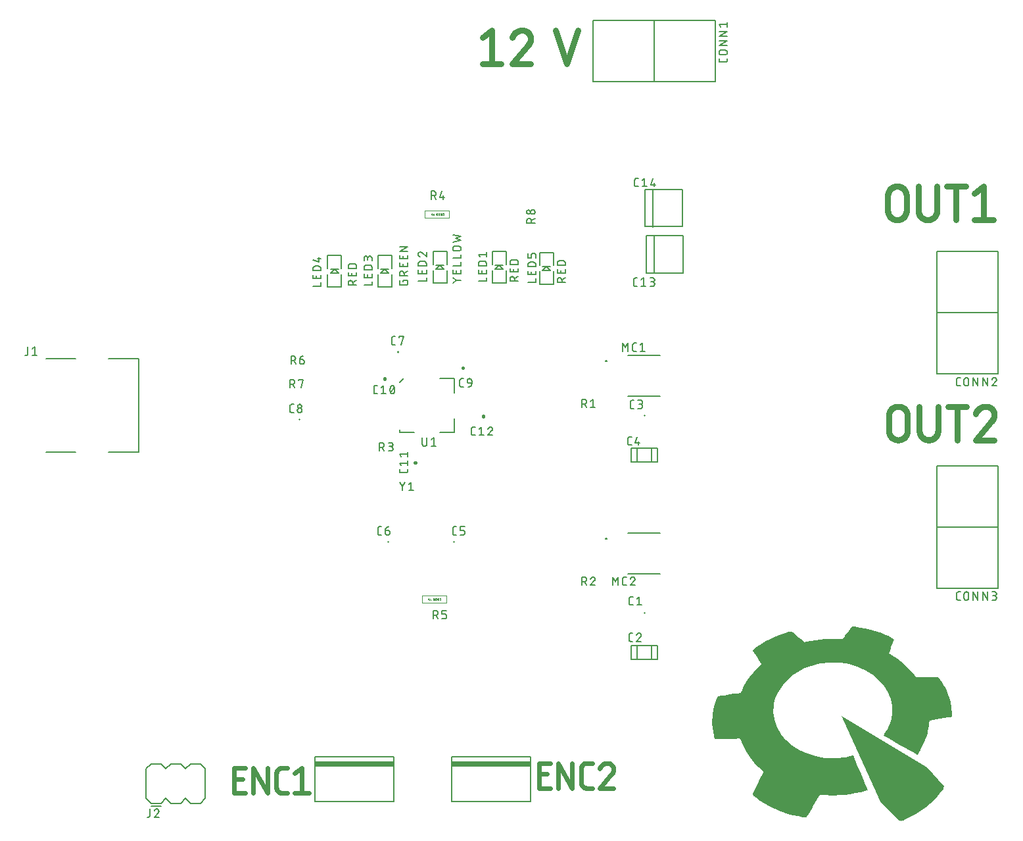
<source format=gbr>
G04 EAGLE Gerber RS-274X export*
G75*
%MOMM*%
%FSLAX34Y34*%
%LPD*%
%INSilkscreen Top*%
%IPPOS*%
%AMOC8*
5,1,8,0,0,1.08239X$1,22.5*%
G01*
%ADD10C,0.762000*%
%ADD11C,0.254000*%
%ADD12C,0.203200*%
%ADD13C,0.152400*%
%ADD14R,10.160000X0.635000*%
%ADD15C,0.127000*%
%ADD16C,0.584200*%
%ADD17C,0.076200*%
%ADD18C,0.025400*%
%ADD19C,0.406400*%

G36*
X1025908Y41417D02*
X1025908Y41417D01*
X1025909Y41417D01*
X1026370Y41492D01*
X1026889Y41609D01*
X1027406Y41754D01*
X1027407Y41754D01*
X1027708Y41850D01*
X1028008Y41944D01*
X1028309Y42039D01*
X1028609Y42134D01*
X1028610Y42136D01*
X1028611Y42136D01*
X1030736Y45698D01*
X1034986Y52824D01*
X1037110Y56385D01*
X1041424Y63594D01*
X1044065Y67939D01*
X1045433Y70069D01*
X1045935Y70632D01*
X1046245Y70614D01*
X1046857Y70565D01*
X1047677Y70493D01*
X1048619Y70404D01*
X1053532Y70060D01*
X1059128Y69876D01*
X1064878Y69863D01*
X1070258Y70029D01*
X1077003Y70545D01*
X1077004Y70545D01*
X1083907Y71393D01*
X1090795Y72548D01*
X1097499Y73985D01*
X1100220Y74677D01*
X1103277Y75506D01*
X1105799Y76231D01*
X1105800Y76231D01*
X1106916Y76609D01*
X1106917Y76612D01*
X1106919Y76613D01*
X1106919Y76617D01*
X1106920Y76622D01*
X1106921Y76627D01*
X1106921Y76632D01*
X1106925Y76662D01*
X1106925Y76667D01*
X1106926Y76671D01*
X1106926Y76672D01*
X1106927Y76676D01*
X1106927Y76677D01*
X1106927Y76681D01*
X1106928Y76686D01*
X1106928Y76688D01*
X1106927Y76689D01*
X1106928Y76690D01*
X1106896Y76841D01*
X1106896Y76842D01*
X1106832Y77046D01*
X1106738Y77283D01*
X1105935Y79208D01*
X1103931Y84009D01*
X1101028Y90962D01*
X1097530Y99344D01*
X1094041Y107690D01*
X1091164Y114547D01*
X1089195Y119204D01*
X1088431Y120953D01*
X1088428Y120954D01*
X1088427Y120956D01*
X1088272Y120989D01*
X1088271Y120988D01*
X1088271Y120989D01*
X1087951Y120956D01*
X1087950Y120956D01*
X1087484Y120862D01*
X1086892Y120708D01*
X1084225Y120024D01*
X1081189Y119353D01*
X1078046Y118752D01*
X1075058Y118272D01*
X1069449Y117692D01*
X1069381Y117689D01*
X1069380Y117689D01*
X1069259Y117684D01*
X1069138Y117679D01*
X1069137Y117679D01*
X1069016Y117674D01*
X1068895Y117669D01*
X1068894Y117669D01*
X1068774Y117664D01*
X1068773Y117664D01*
X1068652Y117659D01*
X1068651Y117659D01*
X1068531Y117654D01*
X1068530Y117654D01*
X1068409Y117649D01*
X1068288Y117644D01*
X1068287Y117644D01*
X1068166Y117640D01*
X1068166Y117639D01*
X1068045Y117635D01*
X1068044Y117635D01*
X1067923Y117630D01*
X1067802Y117625D01*
X1067801Y117625D01*
X1067680Y117620D01*
X1067559Y117615D01*
X1067558Y117615D01*
X1067438Y117610D01*
X1067437Y117610D01*
X1067316Y117605D01*
X1067195Y117600D01*
X1067194Y117600D01*
X1067073Y117595D01*
X1066952Y117590D01*
X1066951Y117590D01*
X1066830Y117585D01*
X1066709Y117580D01*
X1066708Y117580D01*
X1066587Y117575D01*
X1066466Y117570D01*
X1066465Y117570D01*
X1066344Y117565D01*
X1066223Y117560D01*
X1066222Y117560D01*
X1066102Y117555D01*
X1066101Y117555D01*
X1065980Y117550D01*
X1065859Y117545D01*
X1065858Y117545D01*
X1065737Y117540D01*
X1065616Y117535D01*
X1065615Y117535D01*
X1065494Y117530D01*
X1065373Y117525D01*
X1065372Y117525D01*
X1065251Y117520D01*
X1065130Y117515D01*
X1065129Y117515D01*
X1065008Y117510D01*
X1064887Y117505D01*
X1064886Y117505D01*
X1064766Y117500D01*
X1064765Y117500D01*
X1064644Y117495D01*
X1064523Y117490D01*
X1064522Y117490D01*
X1064401Y117485D01*
X1064280Y117481D01*
X1064279Y117481D01*
X1064279Y117480D01*
X1064158Y117476D01*
X1064037Y117471D01*
X1064036Y117471D01*
X1063915Y117466D01*
X1063794Y117461D01*
X1063793Y117461D01*
X1063672Y117456D01*
X1063551Y117451D01*
X1063550Y117451D01*
X1063430Y117446D01*
X1063429Y117446D01*
X1063387Y117444D01*
X1063272Y117446D01*
X1063270Y117446D01*
X1062938Y117451D01*
X1062936Y117451D01*
X1062604Y117456D01*
X1062602Y117456D01*
X1062270Y117461D01*
X1062268Y117461D01*
X1061937Y117466D01*
X1061935Y117466D01*
X1061603Y117471D01*
X1061601Y117471D01*
X1061269Y117476D01*
X1061267Y117476D01*
X1060936Y117480D01*
X1060935Y117481D01*
X1060933Y117481D01*
X1060602Y117485D01*
X1060600Y117485D01*
X1060268Y117490D01*
X1060266Y117490D01*
X1059934Y117495D01*
X1059932Y117495D01*
X1059601Y117500D01*
X1059599Y117500D01*
X1059267Y117505D01*
X1059265Y117505D01*
X1058933Y117510D01*
X1058931Y117510D01*
X1058599Y117515D01*
X1058597Y117515D01*
X1058266Y117520D01*
X1058264Y117520D01*
X1057932Y117525D01*
X1057930Y117525D01*
X1057598Y117530D01*
X1057596Y117530D01*
X1057275Y117535D01*
X1057273Y117535D01*
X1057075Y117550D01*
X1057009Y117555D01*
X1056943Y117560D01*
X1056877Y117565D01*
X1056811Y117570D01*
X1056745Y117575D01*
X1056614Y117585D01*
X1056548Y117590D01*
X1056482Y117595D01*
X1056416Y117600D01*
X1056350Y117605D01*
X1056284Y117610D01*
X1056086Y117625D01*
X1056020Y117630D01*
X1055954Y117635D01*
X1055888Y117640D01*
X1055822Y117644D01*
X1055625Y117659D01*
X1055559Y117664D01*
X1055493Y117669D01*
X1055427Y117674D01*
X1055361Y117679D01*
X1055295Y117684D01*
X1055163Y117694D01*
X1055097Y117699D01*
X1055031Y117704D01*
X1054965Y117709D01*
X1054899Y117714D01*
X1054833Y117719D01*
X1054636Y117734D01*
X1054570Y117739D01*
X1054504Y117744D01*
X1054438Y117749D01*
X1054372Y117754D01*
X1054174Y117769D01*
X1054108Y117774D01*
X1054042Y117779D01*
X1053976Y117784D01*
X1053910Y117789D01*
X1053844Y117794D01*
X1053647Y117808D01*
X1053581Y117813D01*
X1053515Y117818D01*
X1053449Y117823D01*
X1053383Y117828D01*
X1053185Y117843D01*
X1053119Y117848D01*
X1053053Y117853D01*
X1052987Y117858D01*
X1052921Y117863D01*
X1052855Y117868D01*
X1052724Y117878D01*
X1052658Y117883D01*
X1052592Y117888D01*
X1052526Y117893D01*
X1052460Y117898D01*
X1052394Y117903D01*
X1052196Y117918D01*
X1052130Y117923D01*
X1052064Y117928D01*
X1051998Y117933D01*
X1051932Y117938D01*
X1051735Y117953D01*
X1051669Y117958D01*
X1051603Y117962D01*
X1051537Y117967D01*
X1051517Y117969D01*
X1040220Y119941D01*
X1029457Y123252D01*
X1019400Y127836D01*
X1010223Y133629D01*
X1006093Y136920D01*
X1002223Y140522D01*
X998707Y144341D01*
X995637Y148280D01*
X990200Y157609D01*
X986788Y167350D01*
X985428Y177398D01*
X985430Y177428D01*
X985433Y177468D01*
X985436Y177512D01*
X985439Y177552D01*
X985442Y177597D01*
X985445Y177636D01*
X985445Y177637D01*
X985447Y177676D01*
X985448Y177681D01*
X985451Y177721D01*
X985453Y177761D01*
X985454Y177766D01*
X985456Y177805D01*
X985457Y177805D01*
X985456Y177805D01*
X985459Y177845D01*
X985460Y177850D01*
X985462Y177890D01*
X985465Y177930D01*
X985468Y177974D01*
X985471Y178014D01*
X985474Y178059D01*
X985477Y178099D01*
X985480Y178143D01*
X985483Y178183D01*
X985486Y178228D01*
X985489Y178268D01*
X985492Y178312D01*
X985495Y178352D01*
X985498Y178397D01*
X985501Y178436D01*
X985501Y178437D01*
X985504Y178481D01*
X985507Y178521D01*
X985510Y178566D01*
X985512Y178605D01*
X985516Y178650D01*
X985518Y178690D01*
X985521Y178735D01*
X985524Y178774D01*
X985527Y178814D01*
X985527Y178819D01*
X985530Y178859D01*
X985533Y178899D01*
X985533Y178904D01*
X985536Y178943D01*
X985539Y178983D01*
X985539Y178988D01*
X985542Y179028D01*
X985545Y179067D01*
X985545Y179068D01*
X985548Y179112D01*
X985551Y179152D01*
X985554Y179197D01*
X985557Y179236D01*
X985560Y179281D01*
X985562Y179321D01*
X985566Y179366D01*
X985568Y179405D01*
X985571Y179450D01*
X985572Y179450D01*
X985574Y179490D01*
X985577Y179535D01*
X985580Y179574D01*
X985583Y179619D01*
X985586Y179659D01*
X985589Y179704D01*
X985592Y179743D01*
X985595Y179788D01*
X985598Y179828D01*
X985601Y179872D01*
X985604Y179912D01*
X985607Y179952D01*
X985607Y179957D01*
X985610Y179997D01*
X985612Y180036D01*
X985613Y180036D01*
X985612Y180036D01*
X985613Y180041D01*
X985616Y180081D01*
X985618Y180121D01*
X985619Y180126D01*
X985622Y180166D01*
X985624Y180205D01*
X985627Y180250D01*
X985630Y180290D01*
X985633Y180335D01*
X985636Y180374D01*
X985639Y180419D01*
X985642Y180459D01*
X985645Y180503D01*
X985645Y180504D01*
X985648Y180543D01*
X985651Y180588D01*
X985654Y180628D01*
X985657Y180672D01*
X985660Y180712D01*
X985663Y180757D01*
X985666Y180797D01*
X985669Y180841D01*
X985672Y180881D01*
X985675Y180926D01*
X985677Y180966D01*
X985681Y181010D01*
X985683Y181050D01*
X985686Y181090D01*
X985686Y181095D01*
X985687Y181095D01*
X985689Y181134D01*
X985689Y181135D01*
X985692Y181174D01*
X985692Y181179D01*
X985695Y181219D01*
X985698Y181259D01*
X985698Y181264D01*
X985701Y181303D01*
X985704Y181343D01*
X985707Y181388D01*
X985710Y181428D01*
X985713Y181472D01*
X985716Y181512D01*
X985719Y181557D01*
X985722Y181597D01*
X985725Y181641D01*
X985727Y181681D01*
X985728Y181681D01*
X985727Y181681D01*
X985731Y181726D01*
X985733Y181766D01*
X985737Y181810D01*
X985739Y181850D01*
X985742Y181895D01*
X985745Y181934D01*
X985745Y181935D01*
X985748Y181979D01*
X985751Y182019D01*
X985754Y182064D01*
X985757Y182103D01*
X985760Y182148D01*
X985763Y182188D01*
X985766Y182228D01*
X985766Y182233D01*
X985769Y182272D01*
X985772Y182312D01*
X985772Y182317D01*
X985775Y182357D01*
X985778Y182397D01*
X985778Y182402D01*
X985781Y182441D01*
X985783Y182481D01*
X985787Y182526D01*
X985789Y182565D01*
X985789Y182566D01*
X985792Y182610D01*
X985795Y182650D01*
X985798Y182695D01*
X985801Y182734D01*
X985804Y182779D01*
X985807Y182819D01*
X985810Y182864D01*
X985813Y182903D01*
X985816Y182948D01*
X985819Y182988D01*
X985822Y183033D01*
X985825Y183072D01*
X985828Y183117D01*
X985831Y183157D01*
X985834Y183202D01*
X985837Y183241D01*
X985840Y183286D01*
X985842Y183326D01*
X985843Y183326D01*
X985842Y183326D01*
X985845Y183365D01*
X985845Y183366D01*
X985846Y183370D01*
X985848Y183410D01*
X985851Y183450D01*
X985852Y183455D01*
X985854Y183495D01*
X985857Y183534D01*
X985857Y183539D01*
X985860Y183579D01*
X985863Y183619D01*
X985866Y183664D01*
X985869Y183703D01*
X985872Y183748D01*
X985875Y183788D01*
X985878Y183833D01*
X985881Y183872D01*
X985884Y183917D01*
X985887Y183957D01*
X985890Y184001D01*
X985890Y184002D01*
X985893Y184041D01*
X985896Y184086D01*
X985898Y184126D01*
X985902Y184170D01*
X985904Y184210D01*
X985907Y184255D01*
X985910Y184295D01*
X985913Y184339D01*
X985916Y184379D01*
X985919Y184424D01*
X985922Y184464D01*
X985925Y184503D01*
X985925Y184508D01*
X985928Y184548D01*
X985931Y184588D01*
X985931Y184593D01*
X985934Y184632D01*
X985934Y184633D01*
X985937Y184672D01*
X985940Y184717D01*
X985943Y184757D01*
X985946Y184801D01*
X985948Y184841D01*
X985952Y184886D01*
X985954Y184926D01*
X985957Y184970D01*
X985958Y184970D01*
X985957Y184970D01*
X985960Y185010D01*
X985963Y185055D01*
X985966Y185095D01*
X985969Y185139D01*
X985972Y185179D01*
X985975Y185224D01*
X985978Y185264D01*
X985981Y185308D01*
X985984Y185348D01*
X985987Y185393D01*
X985990Y185432D01*
X985990Y185433D01*
X985993Y185477D01*
X985996Y185517D01*
X985999Y185562D01*
X986002Y185601D01*
X986004Y185641D01*
X986005Y185646D01*
X986008Y185686D01*
X986010Y185726D01*
X986011Y185731D01*
X986013Y185770D01*
X986016Y185810D01*
X986019Y185855D01*
X986022Y185895D01*
X986025Y185939D01*
X986028Y185979D01*
X986031Y186024D01*
X986034Y186063D01*
X986034Y186064D01*
X986037Y186108D01*
X986040Y186148D01*
X986043Y186193D01*
X986046Y186232D01*
X986049Y186277D01*
X986052Y186317D01*
X986055Y186362D01*
X986058Y186401D01*
X986061Y186446D01*
X986063Y186486D01*
X986067Y186531D01*
X986069Y186570D01*
X986072Y186615D01*
X986073Y186615D01*
X986075Y186655D01*
X986078Y186700D01*
X986081Y186739D01*
X986084Y186779D01*
X986084Y186784D01*
X986087Y186824D01*
X986090Y186863D01*
X986090Y186864D01*
X986090Y186868D01*
X986093Y186908D01*
X986096Y186948D01*
X986099Y186993D01*
X986102Y187032D01*
X986105Y187077D01*
X986108Y187117D01*
X986111Y187162D01*
X986113Y187201D01*
X986114Y187201D01*
X986113Y187201D01*
X986117Y187246D01*
X986119Y187286D01*
X986123Y187331D01*
X986125Y187370D01*
X986128Y187415D01*
X986131Y187455D01*
X986134Y187499D01*
X986134Y187500D01*
X986137Y187539D01*
X986140Y187584D01*
X986143Y187624D01*
X986145Y187651D01*
X986890Y191201D01*
X987906Y194716D01*
X989205Y198228D01*
X990795Y201760D01*
X999394Y214626D01*
X1011324Y225347D01*
X1026056Y233550D01*
X1043059Y238860D01*
X1046406Y239490D01*
X1049840Y239994D01*
X1053463Y240392D01*
X1057380Y240692D01*
X1064269Y240802D01*
X1071534Y240319D01*
X1078885Y239277D01*
X1086030Y237707D01*
X1095631Y234562D01*
X1104678Y230366D01*
X1112954Y225236D01*
X1120235Y219291D01*
X1127320Y211495D01*
X1132743Y203020D01*
X1136468Y193936D01*
X1138457Y184315D01*
X1138604Y182176D01*
X1138664Y179465D01*
X1138638Y176722D01*
X1138637Y176704D01*
X1138636Y176679D01*
X1138634Y176654D01*
X1138633Y176629D01*
X1138628Y176540D01*
X1138627Y176515D01*
X1138626Y176490D01*
X1138624Y176465D01*
X1138623Y176440D01*
X1138618Y176351D01*
X1138617Y176326D01*
X1138616Y176301D01*
X1138615Y176276D01*
X1138614Y176276D01*
X1138615Y176276D01*
X1138613Y176252D01*
X1138613Y176251D01*
X1138608Y176162D01*
X1138607Y176137D01*
X1138606Y176112D01*
X1138605Y176088D01*
X1138605Y176087D01*
X1138603Y176063D01*
X1138599Y175973D01*
X1138598Y175973D01*
X1138597Y175948D01*
X1138596Y175924D01*
X1138595Y175899D01*
X1138593Y175874D01*
X1138589Y175784D01*
X1138587Y175760D01*
X1138586Y175735D01*
X1138585Y175710D01*
X1138580Y175620D01*
X1138579Y175596D01*
X1138577Y175571D01*
X1138576Y175546D01*
X1138575Y175521D01*
X1138570Y175432D01*
X1138569Y175407D01*
X1138567Y175382D01*
X1138566Y175357D01*
X1138565Y175332D01*
X1138560Y175243D01*
X1138559Y175218D01*
X1138557Y175193D01*
X1138556Y175168D01*
X1138555Y175143D01*
X1138550Y175054D01*
X1138549Y175029D01*
X1138547Y175004D01*
X1138546Y174980D01*
X1138546Y174979D01*
X1138545Y174955D01*
X1138540Y174865D01*
X1138539Y174840D01*
X1138537Y174816D01*
X1138537Y174815D01*
X1138536Y174791D01*
X1138535Y174766D01*
X1138530Y174676D01*
X1138529Y174652D01*
X1138527Y174627D01*
X1138526Y174602D01*
X1138525Y174577D01*
X1138521Y174512D01*
X1138520Y174488D01*
X1138519Y174483D01*
X1138518Y174478D01*
X1138518Y174473D01*
X1138517Y174468D01*
X1138511Y174433D01*
X1138510Y174428D01*
X1138510Y174423D01*
X1138509Y174418D01*
X1138508Y174413D01*
X1138507Y174408D01*
X1138506Y174403D01*
X1138505Y174398D01*
X1138500Y174363D01*
X1138499Y174358D01*
X1138498Y174353D01*
X1138497Y174348D01*
X1138497Y174344D01*
X1138497Y174343D01*
X1138496Y174339D01*
X1138496Y174338D01*
X1138495Y174334D01*
X1138488Y174294D01*
X1138488Y174289D01*
X1138487Y174284D01*
X1138486Y174279D01*
X1138485Y174274D01*
X1138484Y174269D01*
X1138484Y174264D01*
X1138478Y174229D01*
X1138477Y174224D01*
X1138476Y174219D01*
X1138476Y174214D01*
X1138475Y174214D01*
X1138476Y174214D01*
X1138475Y174209D01*
X1138474Y174204D01*
X1138473Y174199D01*
X1138472Y174194D01*
X1138467Y174160D01*
X1138466Y174155D01*
X1138465Y174150D01*
X1138464Y174145D01*
X1138463Y174140D01*
X1138463Y174135D01*
X1138462Y174130D01*
X1138455Y174090D01*
X1138454Y174085D01*
X1138454Y174080D01*
X1138453Y174075D01*
X1138452Y174070D01*
X1138451Y174065D01*
X1138450Y174060D01*
X1138445Y174026D01*
X1138445Y174025D01*
X1138444Y174021D01*
X1138444Y174020D01*
X1138443Y174016D01*
X1138442Y174011D01*
X1138441Y174006D01*
X1138441Y174001D01*
X1138440Y173996D01*
X1138439Y173991D01*
X1138433Y173956D01*
X1138433Y173951D01*
X1138432Y173946D01*
X1138431Y173941D01*
X1138430Y173936D01*
X1138429Y173931D01*
X1138429Y173926D01*
X1138428Y173926D01*
X1138429Y173926D01*
X1138422Y173886D01*
X1138421Y173881D01*
X1138420Y173876D01*
X1138420Y173871D01*
X1138419Y173867D01*
X1138419Y173866D01*
X1138418Y173862D01*
X1138418Y173861D01*
X1138417Y173857D01*
X1138412Y173822D01*
X1138411Y173822D01*
X1138411Y173817D01*
X1138410Y173812D01*
X1138409Y173807D01*
X1138408Y173802D01*
X1138407Y173797D01*
X1138407Y173792D01*
X1138400Y173752D01*
X1138399Y173747D01*
X1138399Y173742D01*
X1138398Y173737D01*
X1138397Y173732D01*
X1138396Y173727D01*
X1138395Y173722D01*
X1138389Y173683D01*
X1138388Y173678D01*
X1138387Y173673D01*
X1138386Y173668D01*
X1138386Y173663D01*
X1138385Y173658D01*
X1138384Y173653D01*
X1138378Y173618D01*
X1138377Y173613D01*
X1138377Y173608D01*
X1138376Y173603D01*
X1138375Y173598D01*
X1138374Y173593D01*
X1138373Y173588D01*
X1138367Y173549D01*
X1138367Y173548D01*
X1138366Y173544D01*
X1138366Y173543D01*
X1138365Y173539D01*
X1138365Y173534D01*
X1138364Y173534D01*
X1138365Y173534D01*
X1138364Y173529D01*
X1138363Y173524D01*
X1138362Y173519D01*
X1138356Y173479D01*
X1138355Y173474D01*
X1138354Y173469D01*
X1138353Y173464D01*
X1138352Y173459D01*
X1138352Y173454D01*
X1138351Y173449D01*
X1138345Y173414D01*
X1138344Y173409D01*
X1138343Y173404D01*
X1138343Y173399D01*
X1138342Y173394D01*
X1138341Y173390D01*
X1138341Y173389D01*
X1138340Y173385D01*
X1138340Y173384D01*
X1138334Y173345D01*
X1138333Y173340D01*
X1138332Y173335D01*
X1138331Y173330D01*
X1138330Y173325D01*
X1138330Y173320D01*
X1138329Y173315D01*
X1138322Y173275D01*
X1138322Y173270D01*
X1138321Y173265D01*
X1138320Y173260D01*
X1138319Y173255D01*
X1138318Y173250D01*
X1138318Y173245D01*
X1138317Y173245D01*
X1138318Y173245D01*
X1138312Y173211D01*
X1138311Y173206D01*
X1138310Y173201D01*
X1138309Y173196D01*
X1138309Y173191D01*
X1138308Y173186D01*
X1138307Y173181D01*
X1138301Y173141D01*
X1138300Y173141D01*
X1138300Y173136D01*
X1138299Y173131D01*
X1138298Y173126D01*
X1138297Y173121D01*
X1138296Y173116D01*
X1138296Y173111D01*
X1138289Y173072D01*
X1138289Y173071D01*
X1138288Y173067D01*
X1138288Y173066D01*
X1138288Y173062D01*
X1138287Y173057D01*
X1138286Y173052D01*
X1138285Y173047D01*
X1138284Y173042D01*
X1138279Y173007D01*
X1138278Y173002D01*
X1138277Y172997D01*
X1138276Y172992D01*
X1138275Y172987D01*
X1138275Y172982D01*
X1138274Y172977D01*
X1138267Y172937D01*
X1138266Y172932D01*
X1138266Y172927D01*
X1138265Y172922D01*
X1138264Y172917D01*
X1138263Y172913D01*
X1138263Y172912D01*
X1138262Y172908D01*
X1138262Y172907D01*
X1138257Y172873D01*
X1138256Y172868D01*
X1138255Y172863D01*
X1138254Y172858D01*
X1138254Y172853D01*
X1138253Y172853D01*
X1138254Y172853D01*
X1138253Y172848D01*
X1138252Y172843D01*
X1138251Y172838D01*
X1138245Y172803D01*
X1138245Y172798D01*
X1138244Y172793D01*
X1138243Y172788D01*
X1138242Y172783D01*
X1138241Y172778D01*
X1138241Y172773D01*
X1138234Y172734D01*
X1138233Y172729D01*
X1138232Y172724D01*
X1138232Y172719D01*
X1138231Y172714D01*
X1138230Y172709D01*
X1138229Y172704D01*
X1138224Y172669D01*
X1138223Y172664D01*
X1138222Y172659D01*
X1138221Y172654D01*
X1138220Y172649D01*
X1138219Y172644D01*
X1138219Y172639D01*
X1138218Y172634D01*
X1138212Y172599D01*
X1138211Y172595D01*
X1138211Y172594D01*
X1138211Y172590D01*
X1138211Y172589D01*
X1138210Y172585D01*
X1138209Y172580D01*
X1138208Y172575D01*
X1138207Y172570D01*
X1138201Y172530D01*
X1138200Y172525D01*
X1138199Y172520D01*
X1138198Y172515D01*
X1138198Y172510D01*
X1138197Y172505D01*
X1138196Y172500D01*
X1138190Y172465D01*
X1138190Y172460D01*
X1138189Y172460D01*
X1138189Y172455D01*
X1138188Y172450D01*
X1138187Y172445D01*
X1138186Y172440D01*
X1138185Y172436D01*
X1138185Y172435D01*
X1138185Y172431D01*
X1138185Y172430D01*
X1138179Y172396D01*
X1138178Y172391D01*
X1138177Y172386D01*
X1138177Y172381D01*
X1138176Y172376D01*
X1138175Y172371D01*
X1138174Y172366D01*
X1138168Y172326D01*
X1138167Y172321D01*
X1138166Y172316D01*
X1138165Y172311D01*
X1138164Y172306D01*
X1138164Y172301D01*
X1138163Y172296D01*
X1138157Y172262D01*
X1138156Y172257D01*
X1138155Y172252D01*
X1138155Y172247D01*
X1138154Y172242D01*
X1138153Y172237D01*
X1138152Y172232D01*
X1138146Y172192D01*
X1138145Y172187D01*
X1138144Y172182D01*
X1138143Y172177D01*
X1138143Y172172D01*
X1138142Y172172D01*
X1138143Y172172D01*
X1138142Y172167D01*
X1138141Y172162D01*
X1138134Y172122D01*
X1138134Y172118D01*
X1138134Y172117D01*
X1138133Y172113D01*
X1138133Y172112D01*
X1138132Y172108D01*
X1138131Y172103D01*
X1138130Y172098D01*
X1138130Y172093D01*
X1138124Y172058D01*
X1138123Y172053D01*
X1138122Y172048D01*
X1138121Y172043D01*
X1138121Y172038D01*
X1138120Y172033D01*
X1138119Y172028D01*
X1138113Y171988D01*
X1138112Y171983D01*
X1138111Y171978D01*
X1138110Y171973D01*
X1138109Y171968D01*
X1138108Y171963D01*
X1138108Y171959D01*
X1138108Y171958D01*
X1138101Y171919D01*
X1138100Y171914D01*
X1138100Y171909D01*
X1138099Y171904D01*
X1138098Y171899D01*
X1138097Y171894D01*
X1138096Y171889D01*
X1138091Y171854D01*
X1138090Y171849D01*
X1138089Y171844D01*
X1138088Y171839D01*
X1138087Y171834D01*
X1138087Y171829D01*
X1138086Y171824D01*
X1138079Y171785D01*
X1138079Y171780D01*
X1138078Y171780D01*
X1138079Y171780D01*
X1138078Y171775D01*
X1138077Y171770D01*
X1138076Y171765D01*
X1138075Y171760D01*
X1138074Y171755D01*
X1138068Y171715D01*
X1138067Y171710D01*
X1138066Y171705D01*
X1138066Y171700D01*
X1138065Y171695D01*
X1138064Y171690D01*
X1138063Y171685D01*
X1138057Y171650D01*
X1138057Y171645D01*
X1138056Y171641D01*
X1138056Y171640D01*
X1138055Y171636D01*
X1138055Y171635D01*
X1138054Y171631D01*
X1138053Y171626D01*
X1138053Y171621D01*
X1138046Y171581D01*
X1138045Y171576D01*
X1138044Y171571D01*
X1138044Y171566D01*
X1138043Y171561D01*
X1138042Y171556D01*
X1138041Y171551D01*
X1138035Y171511D01*
X1138034Y171506D01*
X1138033Y171501D01*
X1138032Y171496D01*
X1138032Y171491D01*
X1138031Y171491D01*
X1138032Y171491D01*
X1138031Y171486D01*
X1138030Y171482D01*
X1138030Y171481D01*
X1138024Y171447D01*
X1138023Y171442D01*
X1138023Y171437D01*
X1138022Y171432D01*
X1138021Y171427D01*
X1138020Y171422D01*
X1138019Y171417D01*
X1138013Y171377D01*
X1138012Y171372D01*
X1138011Y171367D01*
X1138010Y171362D01*
X1138010Y171357D01*
X1138009Y171352D01*
X1138008Y171347D01*
X1138002Y171313D01*
X1138002Y171308D01*
X1138001Y171303D01*
X1138000Y171298D01*
X1137999Y171293D01*
X1137998Y171288D01*
X1137997Y171283D01*
X1137997Y171278D01*
X1137991Y171243D01*
X1137990Y171238D01*
X1137989Y171233D01*
X1137989Y171228D01*
X1137988Y171223D01*
X1137987Y171218D01*
X1137986Y171213D01*
X1137980Y171173D01*
X1137979Y171168D01*
X1137978Y171164D01*
X1137978Y171163D01*
X1137977Y171159D01*
X1137977Y171158D01*
X1137976Y171154D01*
X1137976Y171149D01*
X1137975Y171144D01*
X1137969Y171109D01*
X1137968Y171104D01*
X1137968Y171099D01*
X1137967Y171099D01*
X1137968Y171099D01*
X1137967Y171094D01*
X1137966Y171089D01*
X1137965Y171084D01*
X1137964Y171079D01*
X1137963Y171074D01*
X1137958Y171039D01*
X1137957Y171034D01*
X1137956Y171029D01*
X1137955Y171024D01*
X1137955Y171019D01*
X1137954Y171014D01*
X1137953Y171009D01*
X1137946Y170970D01*
X1137946Y170965D01*
X1137945Y170960D01*
X1137944Y170955D01*
X1137943Y170950D01*
X1137942Y170945D01*
X1137942Y170940D01*
X1137936Y170905D01*
X1137935Y170900D01*
X1137934Y170895D01*
X1137933Y170890D01*
X1137933Y170885D01*
X1137932Y170880D01*
X1137931Y170875D01*
X1137925Y170836D01*
X1137924Y170831D01*
X1137923Y170826D01*
X1137922Y170821D01*
X1137921Y170816D01*
X1137921Y170811D01*
X1137920Y170811D01*
X1137921Y170811D01*
X1137920Y170806D01*
X1137913Y170766D01*
X1137912Y170761D01*
X1137912Y170756D01*
X1137911Y170751D01*
X1137910Y170746D01*
X1137909Y170741D01*
X1137908Y170736D01*
X1137903Y170701D01*
X1137902Y170696D01*
X1137901Y170691D01*
X1137900Y170687D01*
X1137900Y170686D01*
X1137899Y170682D01*
X1137899Y170681D01*
X1137899Y170677D01*
X1137898Y170672D01*
X1137891Y170632D01*
X1137891Y170627D01*
X1137890Y170622D01*
X1137889Y170617D01*
X1137888Y170612D01*
X1137887Y170607D01*
X1137886Y170602D01*
X1137880Y170562D01*
X1137879Y170557D01*
X1137878Y170552D01*
X1137878Y170547D01*
X1137877Y170542D01*
X1137876Y170537D01*
X1137875Y170532D01*
X1137869Y170498D01*
X1137869Y170493D01*
X1137868Y170488D01*
X1137867Y170483D01*
X1137866Y170478D01*
X1137865Y170473D01*
X1137865Y170468D01*
X1137858Y170428D01*
X1137857Y170423D01*
X1137857Y170418D01*
X1137856Y170418D01*
X1137857Y170418D01*
X1137856Y170413D01*
X1137855Y170408D01*
X1137854Y170403D01*
X1137853Y170398D01*
X1137847Y170359D01*
X1137846Y170354D01*
X1137845Y170349D01*
X1137844Y170344D01*
X1137844Y170339D01*
X1137843Y170334D01*
X1137842Y170329D01*
X1137836Y170294D01*
X1137835Y170289D01*
X1137835Y170284D01*
X1137834Y170279D01*
X1137833Y170274D01*
X1137832Y170269D01*
X1137831Y170264D01*
X1137825Y170224D01*
X1137824Y170219D01*
X1137823Y170214D01*
X1137822Y170210D01*
X1137822Y170209D01*
X1137822Y170205D01*
X1137822Y170204D01*
X1137821Y170200D01*
X1137820Y170195D01*
X1137814Y170155D01*
X1137813Y170150D01*
X1137812Y170145D01*
X1137811Y170140D01*
X1137810Y170135D01*
X1137810Y170130D01*
X1137809Y170130D01*
X1137810Y170130D01*
X1137809Y170125D01*
X1137803Y170090D01*
X1137802Y170085D01*
X1137801Y170080D01*
X1137801Y170075D01*
X1137800Y170070D01*
X1137799Y170065D01*
X1137798Y170060D01*
X1137792Y170021D01*
X1137791Y170016D01*
X1137790Y170011D01*
X1137789Y170006D01*
X1137788Y170001D01*
X1137788Y169996D01*
X1137787Y169991D01*
X1137781Y169956D01*
X1137780Y169951D01*
X1137780Y169946D01*
X1137779Y169941D01*
X1137778Y169936D01*
X1137777Y169931D01*
X1137776Y169926D01*
X1137775Y169921D01*
X1137770Y169887D01*
X1137770Y169886D01*
X1137769Y169882D01*
X1137768Y169877D01*
X1137767Y169872D01*
X1137767Y169867D01*
X1137766Y169862D01*
X1137765Y169857D01*
X1137758Y169817D01*
X1137758Y169812D01*
X1137757Y169807D01*
X1137756Y169802D01*
X1137755Y169797D01*
X1137754Y169792D01*
X1137754Y169787D01*
X1137748Y169752D01*
X1137747Y169747D01*
X1137746Y169742D01*
X1137746Y169737D01*
X1137745Y169737D01*
X1137746Y169737D01*
X1137745Y169733D01*
X1137745Y169732D01*
X1137744Y169728D01*
X1137744Y169727D01*
X1137743Y169723D01*
X1137742Y169718D01*
X1137737Y169683D01*
X1137736Y169678D01*
X1137735Y169673D01*
X1137734Y169668D01*
X1137733Y169663D01*
X1137733Y169658D01*
X1137732Y169653D01*
X1137725Y169613D01*
X1137724Y169608D01*
X1137724Y169603D01*
X1137723Y169598D01*
X1137722Y169593D01*
X1137721Y169588D01*
X1137720Y169583D01*
X1137715Y169549D01*
X1137714Y169544D01*
X1137713Y169539D01*
X1137712Y169534D01*
X1137711Y169529D01*
X1137711Y169524D01*
X1137710Y169519D01*
X1137709Y169514D01*
X1137703Y169479D01*
X1137703Y169474D01*
X1137702Y169469D01*
X1137701Y169464D01*
X1137700Y169459D01*
X1137699Y169454D01*
X1137699Y169449D01*
X1137698Y169449D01*
X1137699Y169449D01*
X1137692Y169410D01*
X1137692Y169409D01*
X1137691Y169405D01*
X1137690Y169400D01*
X1137690Y169395D01*
X1137689Y169390D01*
X1137688Y169385D01*
X1137687Y169380D01*
X1137682Y169345D01*
X1137681Y169345D01*
X1137681Y169340D01*
X1137680Y169335D01*
X1137679Y169330D01*
X1137678Y169325D01*
X1137677Y169320D01*
X1137677Y169315D01*
X1137670Y169275D01*
X1137669Y169270D01*
X1137669Y169265D01*
X1137668Y169260D01*
X1137667Y169256D01*
X1137667Y169255D01*
X1137666Y169251D01*
X1137666Y169250D01*
X1137665Y169246D01*
X1137659Y169206D01*
X1137658Y169201D01*
X1137657Y169196D01*
X1137656Y169191D01*
X1137656Y169186D01*
X1137655Y169181D01*
X1137654Y169176D01*
X1137648Y169141D01*
X1137647Y169136D01*
X1137647Y169131D01*
X1137646Y169126D01*
X1137645Y169121D01*
X1137644Y169116D01*
X1137643Y169111D01*
X1137637Y169072D01*
X1137636Y169067D01*
X1137635Y169062D01*
X1137635Y169057D01*
X1137634Y169057D01*
X1137635Y169057D01*
X1137634Y169052D01*
X1137633Y169047D01*
X1137632Y169042D01*
X1137626Y169002D01*
X1137625Y168997D01*
X1137624Y168992D01*
X1137623Y168987D01*
X1137622Y168982D01*
X1137622Y168977D01*
X1137621Y168972D01*
X1137615Y168938D01*
X1137615Y168937D01*
X1137614Y168933D01*
X1137614Y168932D01*
X1137613Y168928D01*
X1137613Y168923D01*
X1137612Y168918D01*
X1137611Y168913D01*
X1137610Y168908D01*
X1137604Y168868D01*
X1137603Y168863D01*
X1137602Y168858D01*
X1137601Y168853D01*
X1137600Y168848D01*
X1137600Y168843D01*
X1137599Y168838D01*
X1137592Y168798D01*
X1137592Y168793D01*
X1137591Y168788D01*
X1137590Y168783D01*
X1137589Y168779D01*
X1137589Y168778D01*
X1137588Y168774D01*
X1137588Y168773D01*
X1137588Y168769D01*
X1137587Y168769D01*
X1137588Y168769D01*
X1137582Y168734D01*
X1137581Y168729D01*
X1137580Y168724D01*
X1137579Y168719D01*
X1137579Y168714D01*
X1137578Y168709D01*
X1137577Y168704D01*
X1137571Y168664D01*
X1137570Y168664D01*
X1137570Y168659D01*
X1137569Y168654D01*
X1137568Y168649D01*
X1137567Y168644D01*
X1137566Y168639D01*
X1137566Y168634D01*
X1137559Y168595D01*
X1137558Y168590D01*
X1137558Y168585D01*
X1137557Y168580D01*
X1137556Y168575D01*
X1137555Y168570D01*
X1137554Y168565D01*
X1137549Y168530D01*
X1137548Y168525D01*
X1137547Y168520D01*
X1137546Y168515D01*
X1137545Y168510D01*
X1137545Y168505D01*
X1137544Y168500D01*
X1137537Y168461D01*
X1137537Y168460D01*
X1137536Y168456D01*
X1137536Y168455D01*
X1137536Y168451D01*
X1137535Y168446D01*
X1137534Y168441D01*
X1137533Y168436D01*
X1137532Y168431D01*
X1137527Y168396D01*
X1137526Y168391D01*
X1137525Y168386D01*
X1137524Y168381D01*
X1137524Y168376D01*
X1137523Y168376D01*
X1137524Y168376D01*
X1137523Y168371D01*
X1137522Y168366D01*
X1137521Y168361D01*
X1137515Y168326D01*
X1137515Y168321D01*
X1137514Y168316D01*
X1137513Y168311D01*
X1137512Y168306D01*
X1137511Y168302D01*
X1137511Y168301D01*
X1137511Y168297D01*
X1137511Y168296D01*
X1137504Y168257D01*
X1137503Y168252D01*
X1137502Y168247D01*
X1137502Y168242D01*
X1137501Y168237D01*
X1137500Y168232D01*
X1137499Y168227D01*
X1137494Y168192D01*
X1137493Y168187D01*
X1137492Y168182D01*
X1137491Y168177D01*
X1137490Y168172D01*
X1137489Y168167D01*
X1137489Y168162D01*
X1137488Y168157D01*
X1137482Y168123D01*
X1137481Y168118D01*
X1137481Y168113D01*
X1137480Y168108D01*
X1137479Y168103D01*
X1137478Y168098D01*
X1137477Y168093D01*
X1137471Y168053D01*
X1137470Y168048D01*
X1137469Y168043D01*
X1137468Y168038D01*
X1137468Y168033D01*
X1137467Y168028D01*
X1137466Y168023D01*
X1137460Y167988D01*
X1137460Y167984D01*
X1137459Y167983D01*
X1137459Y167979D01*
X1137459Y167978D01*
X1137458Y167974D01*
X1137457Y167969D01*
X1137456Y167964D01*
X1137455Y167959D01*
X1137455Y167954D01*
X1137449Y167919D01*
X1137448Y167914D01*
X1137447Y167909D01*
X1137447Y167904D01*
X1137446Y167899D01*
X1137445Y167894D01*
X1137444Y167889D01*
X1137438Y167849D01*
X1137437Y167844D01*
X1137436Y167839D01*
X1137435Y167834D01*
X1137434Y167829D01*
X1137434Y167825D01*
X1137434Y167824D01*
X1137433Y167820D01*
X1137433Y167819D01*
X1137427Y167785D01*
X1135412Y161188D01*
X1132511Y154788D01*
X1128756Y148674D01*
X1128157Y147800D01*
X1127814Y147240D01*
X1127814Y147239D01*
X1127813Y147239D01*
X1127685Y146914D01*
X1127686Y146912D01*
X1127685Y146911D01*
X1127733Y146745D01*
X1127735Y146743D01*
X1127735Y146742D01*
X1129511Y145697D01*
X1129512Y145697D01*
X1134203Y142992D01*
X1141096Y139036D01*
X1149475Y134239D01*
X1154862Y131159D01*
X1160247Y128080D01*
X1165631Y125001D01*
X1171018Y121922D01*
X1171023Y121923D01*
X1171024Y121923D01*
X1171095Y122011D01*
X1171165Y122098D01*
X1171238Y122186D01*
X1171308Y122273D01*
X1172144Y123515D01*
X1173487Y125689D01*
X1174946Y128152D01*
X1174946Y128153D01*
X1176135Y130261D01*
X1177791Y133530D01*
X1177792Y133530D01*
X1179439Y137106D01*
X1180893Y140563D01*
X1181962Y143475D01*
X1181962Y143476D01*
X1182953Y146645D01*
X1183799Y149646D01*
X1184504Y152496D01*
X1185076Y155210D01*
X1185079Y155227D01*
X1185080Y155232D01*
X1185084Y155257D01*
X1185085Y155262D01*
X1185090Y155292D01*
X1185091Y155297D01*
X1185095Y155322D01*
X1185096Y155327D01*
X1185100Y155352D01*
X1185101Y155357D01*
X1185101Y155362D01*
X1185102Y155362D01*
X1185101Y155362D01*
X1185106Y155386D01*
X1185107Y155391D01*
X1185111Y155416D01*
X1185112Y155421D01*
X1185117Y155451D01*
X1185117Y155456D01*
X1185122Y155481D01*
X1185122Y155486D01*
X1185127Y155516D01*
X1185128Y155516D01*
X1185127Y155516D01*
X1185128Y155521D01*
X1185133Y155545D01*
X1185133Y155550D01*
X1185138Y155580D01*
X1185139Y155585D01*
X1185143Y155610D01*
X1185144Y155615D01*
X1185149Y155645D01*
X1185150Y155650D01*
X1185154Y155675D01*
X1185155Y155680D01*
X1185159Y155704D01*
X1185160Y155709D01*
X1185161Y155714D01*
X1185165Y155739D01*
X1185166Y155744D01*
X1185170Y155769D01*
X1185171Y155774D01*
X1185176Y155804D01*
X1185177Y155809D01*
X1185181Y155834D01*
X1185182Y155839D01*
X1185187Y155868D01*
X1185188Y155873D01*
X1185192Y155898D01*
X1185193Y155903D01*
X1185198Y155933D01*
X1185199Y155938D01*
X1185203Y155963D01*
X1185204Y155968D01*
X1185209Y155998D01*
X1185210Y156003D01*
X1185214Y156027D01*
X1185215Y156032D01*
X1185220Y156062D01*
X1185221Y156067D01*
X1185225Y156092D01*
X1185226Y156097D01*
X1185230Y156122D01*
X1185231Y156127D01*
X1185236Y156157D01*
X1185237Y156162D01*
X1185241Y156186D01*
X1185242Y156191D01*
X1185247Y156221D01*
X1185247Y156226D01*
X1185252Y156251D01*
X1185252Y156256D01*
X1185253Y156256D01*
X1185252Y156256D01*
X1185258Y156286D01*
X1185258Y156291D01*
X1185263Y156316D01*
X1185263Y156321D01*
X1185268Y156350D01*
X1185269Y156355D01*
X1185273Y156380D01*
X1185274Y156385D01*
X1185279Y156415D01*
X1185280Y156420D01*
X1185284Y156445D01*
X1185285Y156450D01*
X1185289Y156475D01*
X1185290Y156480D01*
X1185295Y156509D01*
X1185296Y156514D01*
X1185300Y156539D01*
X1185301Y156544D01*
X1185306Y156574D01*
X1185307Y156579D01*
X1185311Y156604D01*
X1185312Y156609D01*
X1185317Y156639D01*
X1185318Y156644D01*
X1185322Y156668D01*
X1185323Y156673D01*
X1185328Y156703D01*
X1185329Y156708D01*
X1185333Y156733D01*
X1185334Y156738D01*
X1185339Y156768D01*
X1185340Y156773D01*
X1185344Y156798D01*
X1185345Y156803D01*
X1185349Y156827D01*
X1185350Y156832D01*
X1185351Y156837D01*
X1185355Y156862D01*
X1185356Y156867D01*
X1185360Y156892D01*
X1185361Y156897D01*
X1185366Y156927D01*
X1185367Y156932D01*
X1185371Y156957D01*
X1185372Y156962D01*
X1185377Y156991D01*
X1185377Y156996D01*
X1185378Y156996D01*
X1185377Y156996D01*
X1185382Y157021D01*
X1185383Y157026D01*
X1185388Y157056D01*
X1185388Y157061D01*
X1185393Y157086D01*
X1185393Y157091D01*
X1185398Y157121D01*
X1185399Y157125D01*
X1185399Y157126D01*
X1185403Y157150D01*
X1185404Y157150D01*
X1185404Y157155D01*
X1185409Y157180D01*
X1185409Y157185D01*
X1185410Y157190D01*
X1185414Y157215D01*
X1185415Y157220D01*
X1185419Y157245D01*
X1185420Y157250D01*
X1185425Y157280D01*
X1185426Y157284D01*
X1185426Y157285D01*
X1185430Y157309D01*
X1185431Y157314D01*
X1185436Y157344D01*
X1185437Y157349D01*
X1185439Y157360D01*
X1185496Y157757D01*
X1185497Y157761D01*
X1185497Y157762D01*
X1185498Y157766D01*
X1185498Y157767D01*
X1185498Y157771D01*
X1185499Y157776D01*
X1185500Y157781D01*
X1185501Y157786D01*
X1185575Y158303D01*
X1185576Y158308D01*
X1185577Y158313D01*
X1185577Y158318D01*
X1185578Y158323D01*
X1185579Y158328D01*
X1185580Y158333D01*
X1185580Y158338D01*
X1185655Y158855D01*
X1185656Y158860D01*
X1185656Y158865D01*
X1185657Y158870D01*
X1185658Y158874D01*
X1185658Y158875D01*
X1185659Y158879D01*
X1185659Y158880D01*
X1185659Y158884D01*
X1185735Y159406D01*
X1185735Y159411D01*
X1185736Y159411D01*
X1185736Y159416D01*
X1185737Y159421D01*
X1185738Y159426D01*
X1185738Y159431D01*
X1185739Y159436D01*
X1185807Y159905D01*
X1185807Y159908D01*
X1185809Y159923D01*
X1185811Y159938D01*
X1185812Y159948D01*
X1185813Y159953D01*
X1185814Y159963D01*
X1185816Y159978D01*
X1185817Y159987D01*
X1185817Y159988D01*
X1185818Y159992D01*
X1185818Y159993D01*
X1185819Y160002D01*
X1185821Y160017D01*
X1185822Y160027D01*
X1185823Y160032D01*
X1185824Y160042D01*
X1185826Y160057D01*
X1185827Y160067D01*
X1185828Y160072D01*
X1185829Y160082D01*
X1185831Y160097D01*
X1185832Y160107D01*
X1185832Y160112D01*
X1185834Y160122D01*
X1185834Y160127D01*
X1185835Y160137D01*
X1185836Y160137D01*
X1185835Y160137D01*
X1185837Y160151D01*
X1185837Y160152D01*
X1185839Y160161D01*
X1185839Y160166D01*
X1185840Y160176D01*
X1185842Y160191D01*
X1185843Y160201D01*
X1185844Y160206D01*
X1185845Y160216D01*
X1185847Y160231D01*
X1185848Y160241D01*
X1185849Y160246D01*
X1185850Y160256D01*
X1185852Y160271D01*
X1185853Y160281D01*
X1185854Y160286D01*
X1185855Y160296D01*
X1185857Y160310D01*
X1185857Y160311D01*
X1185858Y160320D01*
X1185859Y160325D01*
X1185860Y160335D01*
X1185861Y160340D01*
X1185862Y160350D01*
X1185864Y160365D01*
X1185865Y160375D01*
X1185866Y160380D01*
X1185867Y160390D01*
X1185869Y160405D01*
X1185870Y160415D01*
X1185870Y160420D01*
X1185872Y160430D01*
X1185874Y160445D01*
X1185875Y160455D01*
X1185875Y160460D01*
X1185877Y160469D01*
X1185877Y160470D01*
X1185878Y160484D01*
X1185880Y160494D01*
X1185880Y160499D01*
X1185881Y160509D01*
X1185882Y160509D01*
X1185881Y160509D01*
X1185883Y160524D01*
X1185885Y160539D01*
X1185886Y160549D01*
X1185887Y160554D01*
X1185888Y160564D01*
X1185890Y160579D01*
X1185891Y160589D01*
X1185892Y160594D01*
X1185893Y160604D01*
X1185895Y160619D01*
X1185896Y160628D01*
X1185896Y160629D01*
X1185897Y160633D01*
X1185898Y160643D01*
X1185900Y160658D01*
X1185901Y160668D01*
X1185902Y160673D01*
X1185903Y160683D01*
X1185905Y160698D01*
X1185906Y160708D01*
X1185907Y160713D01*
X1185908Y160723D01*
X1185910Y160738D01*
X1185912Y160753D01*
X1185913Y160763D01*
X1185913Y160768D01*
X1185915Y160778D01*
X1185916Y160792D01*
X1185918Y160802D01*
X1185918Y160807D01*
X1185920Y160817D01*
X1185921Y160832D01*
X1185923Y160842D01*
X1185923Y160847D01*
X1185924Y160857D01*
X1185926Y160872D01*
X1185927Y160882D01*
X1185928Y160882D01*
X1185928Y160887D01*
X1185929Y160897D01*
X1185931Y160912D01*
X1185932Y160922D01*
X1185933Y160927D01*
X1185934Y160937D01*
X1185935Y160941D01*
X1185935Y160942D01*
X1185936Y160951D01*
X1185938Y160966D01*
X1185939Y160976D01*
X1185940Y160981D01*
X1185941Y160991D01*
X1185943Y161006D01*
X1185944Y161016D01*
X1185945Y161021D01*
X1185946Y161031D01*
X1185948Y161046D01*
X1185949Y161056D01*
X1185950Y161061D01*
X1185951Y161071D01*
X1185953Y161086D01*
X1185954Y161096D01*
X1185954Y161100D01*
X1185955Y161101D01*
X1185954Y161101D01*
X1185956Y161110D01*
X1185958Y161125D01*
X1185959Y161135D01*
X1185959Y161140D01*
X1185961Y161150D01*
X1185961Y161155D01*
X1185962Y161165D01*
X1185964Y161180D01*
X1185966Y161190D01*
X1185966Y161195D01*
X1185967Y161205D01*
X1185969Y161220D01*
X1185970Y161230D01*
X1185971Y161235D01*
X1185972Y161245D01*
X1185974Y161259D01*
X1185974Y161260D01*
X1185975Y161269D01*
X1185976Y161274D01*
X1185977Y161284D01*
X1185979Y161299D01*
X1185980Y161309D01*
X1185981Y161314D01*
X1185982Y161324D01*
X1185984Y161339D01*
X1185986Y161354D01*
X1185987Y161364D01*
X1185988Y161369D01*
X1185989Y161379D01*
X1185991Y161394D01*
X1185992Y161404D01*
X1185993Y161409D01*
X1185994Y161418D01*
X1185994Y161419D01*
X1185996Y161433D01*
X1185997Y161443D01*
X1185997Y161448D01*
X1185999Y161458D01*
X1186000Y161473D01*
X1186001Y161473D01*
X1186000Y161473D01*
X1186002Y161483D01*
X1186002Y161488D01*
X1186004Y161498D01*
X1186005Y161513D01*
X1186007Y161523D01*
X1186007Y161528D01*
X1186008Y161538D01*
X1186010Y161553D01*
X1186012Y161568D01*
X1186013Y161577D01*
X1186013Y161578D01*
X1186014Y161582D01*
X1186014Y161583D01*
X1186015Y161592D01*
X1186017Y161607D01*
X1186018Y161617D01*
X1186019Y161622D01*
X1186020Y161632D01*
X1186022Y161647D01*
X1186023Y161657D01*
X1186024Y161662D01*
X1186025Y161672D01*
X1186027Y161687D01*
X1186028Y161697D01*
X1186029Y161702D01*
X1186030Y161712D01*
X1186032Y161727D01*
X1186033Y161737D01*
X1186034Y161741D01*
X1186034Y161742D01*
X1186035Y161751D01*
X1186035Y161756D01*
X1186037Y161766D01*
X1186039Y161781D01*
X1186040Y161791D01*
X1186040Y161796D01*
X1186042Y161806D01*
X1186043Y161821D01*
X1186045Y161831D01*
X1186045Y161836D01*
X1186046Y161846D01*
X1186047Y161846D01*
X1186046Y161846D01*
X1186048Y161861D01*
X1186050Y161871D01*
X1186050Y161876D01*
X1186051Y161886D01*
X1186053Y161900D01*
X1186053Y161901D01*
X1186054Y161910D01*
X1186055Y161915D01*
X1186056Y161925D01*
X1186058Y161940D01*
X1186060Y161955D01*
X1186061Y161965D01*
X1186062Y161970D01*
X1186063Y161980D01*
X1186065Y161995D01*
X1186066Y162005D01*
X1186067Y162010D01*
X1186068Y162020D01*
X1186070Y162035D01*
X1186071Y162045D01*
X1186072Y162050D01*
X1186073Y162059D01*
X1186073Y162060D01*
X1186075Y162074D01*
X1186076Y162084D01*
X1186077Y162089D01*
X1186078Y162099D01*
X1186080Y162114D01*
X1186081Y162124D01*
X1186081Y162129D01*
X1186083Y162139D01*
X1186085Y162154D01*
X1186086Y162169D01*
X1186088Y162179D01*
X1186088Y162184D01*
X1186089Y162194D01*
X1186091Y162209D01*
X1186092Y162218D01*
X1186093Y162218D01*
X1186092Y162219D01*
X1186093Y162223D01*
X1186094Y162233D01*
X1186096Y162248D01*
X1186097Y162258D01*
X1186098Y162263D01*
X1186099Y162273D01*
X1186101Y162288D01*
X1186102Y162298D01*
X1186103Y162303D01*
X1186104Y162313D01*
X1186106Y162328D01*
X1186107Y162338D01*
X1186108Y162343D01*
X1186109Y162353D01*
X1186110Y162358D01*
X1186111Y162368D01*
X1186113Y162382D01*
X1186114Y162392D01*
X1186115Y162397D01*
X1186115Y162400D01*
X1186115Y162401D01*
X1186310Y164403D01*
X1186372Y165130D01*
X1186373Y165140D01*
X1186373Y165150D01*
X1186374Y165160D01*
X1186375Y165170D01*
X1186376Y165180D01*
X1186377Y165190D01*
X1186378Y165200D01*
X1186378Y165204D01*
X1186380Y165215D01*
X1186381Y165220D01*
X1186381Y165225D01*
X1186385Y165244D01*
X1186385Y165249D01*
X1186386Y165254D01*
X1186389Y165269D01*
X1186389Y165274D01*
X1186390Y165279D01*
X1186393Y165299D01*
X1186394Y165299D01*
X1186393Y165299D01*
X1186394Y165304D01*
X1186395Y165309D01*
X1186398Y165324D01*
X1186398Y165329D01*
X1186399Y165334D01*
X1186402Y165354D01*
X1186403Y165359D01*
X1186404Y165364D01*
X1186407Y165384D01*
X1186408Y165389D01*
X1186411Y165408D01*
X1186412Y165413D01*
X1186413Y165418D01*
X1186416Y165438D01*
X1186417Y165443D01*
X1186418Y165448D01*
X1186420Y165463D01*
X1186421Y165468D01*
X1186422Y165473D01*
X1186425Y165493D01*
X1186426Y165498D01*
X1186427Y165503D01*
X1186429Y165518D01*
X1186430Y165523D01*
X1186431Y165528D01*
X1186434Y165548D01*
X1186435Y165552D01*
X1186435Y165553D01*
X1186435Y165557D01*
X1186435Y165558D01*
X1186439Y165577D01*
X1186439Y165582D01*
X1186440Y165582D01*
X1186439Y165582D01*
X1186443Y165602D01*
X1186444Y165607D01*
X1186444Y165612D01*
X1186448Y165632D01*
X1186448Y165637D01*
X1186449Y165642D01*
X1186452Y165657D01*
X1186452Y165662D01*
X1186453Y165667D01*
X1186454Y165671D01*
X1186565Y165906D01*
X1186739Y166014D01*
X1187893Y166231D01*
X1190793Y166733D01*
X1195006Y167446D01*
X1200090Y168294D01*
X1205218Y169146D01*
X1209549Y169869D01*
X1212625Y170386D01*
X1213994Y170621D01*
X1214490Y170732D01*
X1214491Y170733D01*
X1214491Y170732D01*
X1214814Y170877D01*
X1214815Y170879D01*
X1214816Y170879D01*
X1215065Y171134D01*
X1215352Y171570D01*
X1215473Y171765D01*
X1215592Y171961D01*
X1215713Y172156D01*
X1215832Y172351D01*
X1215832Y172353D01*
X1215833Y172354D01*
X1215808Y173038D01*
X1215782Y173722D01*
X1215758Y174407D01*
X1215733Y175091D01*
X1215066Y182773D01*
X1215066Y182774D01*
X1213643Y190280D01*
X1211461Y197638D01*
X1211460Y197639D01*
X1211461Y197639D01*
X1208509Y204879D01*
X1208508Y204879D01*
X1206745Y208461D01*
X1204800Y212014D01*
X1204800Y212015D01*
X1202726Y215452D01*
X1200572Y218682D01*
X1199615Y220024D01*
X1198985Y220821D01*
X1198984Y220821D01*
X1198984Y220822D01*
X1198466Y221316D01*
X1197844Y221745D01*
X1197644Y221873D01*
X1197444Y222002D01*
X1197245Y222131D01*
X1197045Y222258D01*
X1197043Y222258D01*
X1197042Y222259D01*
X1196942Y222257D01*
X1196941Y222257D01*
X1196739Y222252D01*
X1196738Y222252D01*
X1196536Y222247D01*
X1196535Y222247D01*
X1196333Y222242D01*
X1196332Y222242D01*
X1196130Y222237D01*
X1196129Y222237D01*
X1195927Y222232D01*
X1195926Y222232D01*
X1195725Y222227D01*
X1195723Y222227D01*
X1195522Y222222D01*
X1195520Y222222D01*
X1195319Y222217D01*
X1195317Y222217D01*
X1195116Y222212D01*
X1195114Y222212D01*
X1194913Y222207D01*
X1194911Y222207D01*
X1194710Y222202D01*
X1194708Y222202D01*
X1194507Y222197D01*
X1194506Y222197D01*
X1194505Y222197D01*
X1194304Y222192D01*
X1194303Y222192D01*
X1194101Y222187D01*
X1194100Y222187D01*
X1194060Y222186D01*
X1193900Y222182D01*
X1193899Y222182D01*
X1193700Y222177D01*
X1193699Y222177D01*
X1193500Y222172D01*
X1193499Y222172D01*
X1193300Y222167D01*
X1193299Y222167D01*
X1193100Y222162D01*
X1193099Y222162D01*
X1192900Y222157D01*
X1192898Y222157D01*
X1192700Y222152D01*
X1192698Y222152D01*
X1192499Y222147D01*
X1192498Y222147D01*
X1192299Y222142D01*
X1192298Y222142D01*
X1192099Y222137D01*
X1192098Y222137D01*
X1191899Y222132D01*
X1191898Y222132D01*
X1191699Y222127D01*
X1191698Y222127D01*
X1191499Y222122D01*
X1191498Y222122D01*
X1191299Y222117D01*
X1191298Y222117D01*
X1191099Y222112D01*
X1191098Y222112D01*
X1191080Y222112D01*
X1190899Y222107D01*
X1190897Y222107D01*
X1190698Y222103D01*
X1190697Y222103D01*
X1190697Y222102D01*
X1190498Y222098D01*
X1190497Y222098D01*
X1190298Y222093D01*
X1190297Y222093D01*
X1190098Y222088D01*
X1190097Y222088D01*
X1189898Y222083D01*
X1189897Y222083D01*
X1189698Y222078D01*
X1189697Y222078D01*
X1189696Y222078D01*
X1189497Y222073D01*
X1189496Y222073D01*
X1189297Y222068D01*
X1189296Y222068D01*
X1189097Y222063D01*
X1189096Y222063D01*
X1188897Y222058D01*
X1188896Y222058D01*
X1188697Y222053D01*
X1188696Y222053D01*
X1188497Y222048D01*
X1188496Y222048D01*
X1188297Y222043D01*
X1188295Y222043D01*
X1188099Y222038D01*
X1188096Y222038D01*
X1188095Y222038D01*
X1187896Y222033D01*
X1187895Y222033D01*
X1187696Y222028D01*
X1187695Y222028D01*
X1187496Y222023D01*
X1187495Y222023D01*
X1187295Y222018D01*
X1187294Y222018D01*
X1187095Y222013D01*
X1187094Y222013D01*
X1186895Y222008D01*
X1186894Y222008D01*
X1186695Y222003D01*
X1186694Y222003D01*
X1186495Y221998D01*
X1186493Y221998D01*
X1186294Y221993D01*
X1186293Y221993D01*
X1186094Y221988D01*
X1186093Y221988D01*
X1185894Y221983D01*
X1185893Y221983D01*
X1185694Y221978D01*
X1185692Y221978D01*
X1185493Y221973D01*
X1185492Y221973D01*
X1185293Y221968D01*
X1185292Y221968D01*
X1185117Y221964D01*
X1185094Y221963D01*
X1185093Y221963D01*
X1184899Y221958D01*
X1184898Y221958D01*
X1184705Y221953D01*
X1184704Y221953D01*
X1184511Y221948D01*
X1184509Y221948D01*
X1184316Y221944D01*
X1184315Y221944D01*
X1184315Y221943D01*
X1184122Y221939D01*
X1184121Y221939D01*
X1183928Y221934D01*
X1183926Y221934D01*
X1183733Y221929D01*
X1183732Y221929D01*
X1183539Y221924D01*
X1183538Y221924D01*
X1183345Y221919D01*
X1183343Y221919D01*
X1183150Y221914D01*
X1183149Y221914D01*
X1182956Y221909D01*
X1182955Y221909D01*
X1182761Y221904D01*
X1182760Y221904D01*
X1182567Y221899D01*
X1182566Y221899D01*
X1182373Y221894D01*
X1182372Y221894D01*
X1182178Y221889D01*
X1182177Y221889D01*
X1181984Y221884D01*
X1181983Y221884D01*
X1181790Y221879D01*
X1181789Y221879D01*
X1181595Y221874D01*
X1181594Y221874D01*
X1181401Y221869D01*
X1181400Y221869D01*
X1181207Y221864D01*
X1181206Y221864D01*
X1181205Y221864D01*
X1181012Y221859D01*
X1181011Y221859D01*
X1180818Y221854D01*
X1180817Y221854D01*
X1180624Y221849D01*
X1180622Y221849D01*
X1180429Y221844D01*
X1180428Y221844D01*
X1180345Y221842D01*
X1180242Y221839D01*
X1180241Y221839D01*
X1180059Y221834D01*
X1180058Y221834D01*
X1179877Y221829D01*
X1179876Y221829D01*
X1179694Y221824D01*
X1179693Y221824D01*
X1179512Y221819D01*
X1179511Y221819D01*
X1179329Y221814D01*
X1179328Y221814D01*
X1179147Y221809D01*
X1179146Y221809D01*
X1178964Y221804D01*
X1178963Y221804D01*
X1178782Y221799D01*
X1178781Y221799D01*
X1178600Y221794D01*
X1178599Y221794D01*
X1178417Y221789D01*
X1178416Y221789D01*
X1178235Y221785D01*
X1178234Y221785D01*
X1178234Y221784D01*
X1178052Y221780D01*
X1178051Y221780D01*
X1177870Y221775D01*
X1177869Y221775D01*
X1177687Y221770D01*
X1177686Y221770D01*
X1177505Y221765D01*
X1177504Y221765D01*
X1177322Y221760D01*
X1177321Y221760D01*
X1177140Y221755D01*
X1177139Y221755D01*
X1176958Y221750D01*
X1176956Y221750D01*
X1176775Y221745D01*
X1176774Y221745D01*
X1176593Y221740D01*
X1176592Y221740D01*
X1176410Y221735D01*
X1176409Y221735D01*
X1176228Y221730D01*
X1176227Y221730D01*
X1176159Y221728D01*
X1176054Y221725D01*
X1176053Y221725D01*
X1175886Y221720D01*
X1175719Y221715D01*
X1175718Y221715D01*
X1175551Y221710D01*
X1175550Y221710D01*
X1175383Y221705D01*
X1175382Y221705D01*
X1175215Y221700D01*
X1175214Y221700D01*
X1175047Y221695D01*
X1175046Y221695D01*
X1174879Y221690D01*
X1174878Y221690D01*
X1174711Y221685D01*
X1174710Y221685D01*
X1174544Y221680D01*
X1174543Y221680D01*
X1174376Y221675D01*
X1174375Y221675D01*
X1174208Y221670D01*
X1174207Y221670D01*
X1174040Y221665D01*
X1174039Y221665D01*
X1173872Y221660D01*
X1173871Y221660D01*
X1173704Y221655D01*
X1173703Y221655D01*
X1173536Y221650D01*
X1173535Y221650D01*
X1173368Y221645D01*
X1173367Y221645D01*
X1173201Y221640D01*
X1173200Y221640D01*
X1173033Y221635D01*
X1173032Y221635D01*
X1173017Y221635D01*
X1172891Y221630D01*
X1172890Y221630D01*
X1172752Y221626D01*
X1172751Y221626D01*
X1172751Y221625D01*
X1172613Y221621D01*
X1172612Y221621D01*
X1172474Y221616D01*
X1172473Y221616D01*
X1172335Y221611D01*
X1172334Y221611D01*
X1172196Y221606D01*
X1172195Y221606D01*
X1172057Y221601D01*
X1172056Y221601D01*
X1171918Y221596D01*
X1171917Y221596D01*
X1171779Y221591D01*
X1171778Y221591D01*
X1171640Y221586D01*
X1171639Y221586D01*
X1171500Y221581D01*
X1171366Y221576D01*
X1171363Y221576D01*
X1171362Y221576D01*
X1171264Y221571D01*
X1171263Y221571D01*
X1171165Y221566D01*
X1171164Y221566D01*
X1171066Y221561D01*
X1171065Y221561D01*
X1170967Y221556D01*
X1170966Y221556D01*
X1170908Y221553D01*
X1170868Y221551D01*
X1170769Y221546D01*
X1170671Y221541D01*
X1170670Y221541D01*
X1170572Y221536D01*
X1170571Y221536D01*
X1170473Y221531D01*
X1170451Y221530D01*
X1170378Y221526D01*
X1170377Y221526D01*
X1170283Y221521D01*
X1170188Y221516D01*
X1170094Y221511D01*
X1170093Y221511D01*
X1169999Y221506D01*
X1169994Y221506D01*
X1169900Y221501D01*
X1169801Y221496D01*
X1169703Y221491D01*
X1169702Y221491D01*
X1169604Y221486D01*
X1169603Y221486D01*
X1169538Y221483D01*
X1169049Y222116D01*
X1168558Y222750D01*
X1168064Y223383D01*
X1167573Y224018D01*
X1160900Y231790D01*
X1160899Y231790D01*
X1160899Y231791D01*
X1153378Y239038D01*
X1145149Y245632D01*
X1136360Y251445D01*
X1135667Y251873D01*
X1135097Y252253D01*
X1134713Y252543D01*
X1134572Y252697D01*
X1134608Y252865D01*
X1134706Y253194D01*
X1134856Y253634D01*
X1135037Y254140D01*
X1135307Y254880D01*
X1135701Y255971D01*
X1136166Y257258D01*
X1136648Y258601D01*
X1137213Y260177D01*
X1137907Y262104D01*
X1138638Y264135D01*
X1139324Y266030D01*
X1139707Y267086D01*
X1140088Y268144D01*
X1140470Y269201D01*
X1140853Y270258D01*
X1140853Y270259D01*
X1140852Y270260D01*
X1140852Y270261D01*
X1140852Y270263D01*
X1140715Y270431D01*
X1140576Y270598D01*
X1140439Y270768D01*
X1140302Y270935D01*
X1139926Y271321D01*
X1139925Y271322D01*
X1139391Y271718D01*
X1138591Y272198D01*
X1138590Y272198D01*
X1137426Y272822D01*
X1133033Y274967D01*
X1133033Y274968D01*
X1128086Y277149D01*
X1123267Y279082D01*
X1119253Y280481D01*
X1119252Y280481D01*
X1118758Y280634D01*
X1117338Y281075D01*
X1116585Y281311D01*
X1116584Y281311D01*
X1110521Y283035D01*
X1104102Y284508D01*
X1097378Y285719D01*
X1090403Y286656D01*
X1089178Y286783D01*
X1089177Y286783D01*
X1089134Y286786D01*
X1089054Y286791D01*
X1088974Y286796D01*
X1088894Y286801D01*
X1088814Y286806D01*
X1088734Y286811D01*
X1088655Y286816D01*
X1088654Y286816D01*
X1088575Y286820D01*
X1088574Y286820D01*
X1088495Y286825D01*
X1088415Y286830D01*
X1088341Y286835D01*
X1088195Y286830D01*
X1088194Y286830D01*
X1088036Y286825D01*
X1088035Y286825D01*
X1087877Y286820D01*
X1087876Y286820D01*
X1087733Y286816D01*
X1087732Y286816D01*
X1087200Y286728D01*
X1086845Y286636D01*
X1086844Y286636D01*
X1086513Y286528D01*
X1086513Y286527D01*
X1086513Y286528D01*
X1086247Y286416D01*
X1086247Y286415D01*
X1086246Y286415D01*
X1086079Y286314D01*
X1086079Y286313D01*
X1086078Y286313D01*
X1085538Y285625D01*
X1084251Y283915D01*
X1082412Y281442D01*
X1080212Y278466D01*
X1078808Y276561D01*
X1077405Y274653D01*
X1076001Y272747D01*
X1074600Y270844D01*
X1074572Y270846D01*
X1074495Y270851D01*
X1074419Y270856D01*
X1074342Y270861D01*
X1074278Y270865D01*
X1074267Y270866D01*
X1074266Y270866D01*
X1074197Y270871D01*
X1074196Y270871D01*
X1074127Y270876D01*
X1074126Y270876D01*
X1074057Y270881D01*
X1074056Y270881D01*
X1073987Y270886D01*
X1073986Y270886D01*
X1073954Y270888D01*
X1073917Y270891D01*
X1073847Y270896D01*
X1073777Y270901D01*
X1073707Y270906D01*
X1073638Y270911D01*
X1073631Y270911D01*
X1073565Y270916D01*
X1073492Y270920D01*
X1073491Y270920D01*
X1073418Y270925D01*
X1073345Y270930D01*
X1073307Y270933D01*
X1073259Y270935D01*
X1073158Y270940D01*
X1073058Y270945D01*
X1073057Y270945D01*
X1072957Y270950D01*
X1072857Y270955D01*
X1072856Y270955D01*
X1072756Y270960D01*
X1072655Y270965D01*
X1072555Y270970D01*
X1072454Y270975D01*
X1072354Y270980D01*
X1072353Y270980D01*
X1072253Y270985D01*
X1072153Y270990D01*
X1072152Y270990D01*
X1072052Y270995D01*
X1071951Y271000D01*
X1071851Y271005D01*
X1071850Y271005D01*
X1071750Y271010D01*
X1071650Y271015D01*
X1071649Y271015D01*
X1071549Y271020D01*
X1071449Y271025D01*
X1071448Y271025D01*
X1071348Y271030D01*
X1071247Y271035D01*
X1071147Y271040D01*
X1071146Y271040D01*
X1071046Y271045D01*
X1070946Y271050D01*
X1070945Y271050D01*
X1070845Y271055D01*
X1070745Y271060D01*
X1070744Y271060D01*
X1070644Y271065D01*
X1070543Y271070D01*
X1070443Y271074D01*
X1070443Y271075D01*
X1070442Y271075D01*
X1070342Y271079D01*
X1070242Y271084D01*
X1070241Y271084D01*
X1070141Y271089D01*
X1070040Y271094D01*
X1069940Y271099D01*
X1069839Y271104D01*
X1069739Y271109D01*
X1069738Y271109D01*
X1069638Y271114D01*
X1069538Y271119D01*
X1069537Y271119D01*
X1069437Y271124D01*
X1069336Y271129D01*
X1069236Y271134D01*
X1069235Y271134D01*
X1069135Y271139D01*
X1069035Y271144D01*
X1069034Y271144D01*
X1068934Y271149D01*
X1068834Y271154D01*
X1068833Y271154D01*
X1068733Y271159D01*
X1068632Y271164D01*
X1068532Y271169D01*
X1068531Y271169D01*
X1068431Y271174D01*
X1068331Y271179D01*
X1068330Y271179D01*
X1068230Y271184D01*
X1068130Y271189D01*
X1068129Y271189D01*
X1068029Y271194D01*
X1067928Y271199D01*
X1067828Y271204D01*
X1067827Y271204D01*
X1067727Y271209D01*
X1067700Y271210D01*
X1067471Y271214D01*
X1067470Y271214D01*
X1067158Y271219D01*
X1067156Y271219D01*
X1066845Y271224D01*
X1066843Y271224D01*
X1066532Y271229D01*
X1066530Y271229D01*
X1066218Y271233D01*
X1066218Y271234D01*
X1066216Y271234D01*
X1065905Y271238D01*
X1065903Y271238D01*
X1065592Y271243D01*
X1065590Y271243D01*
X1065278Y271248D01*
X1065277Y271248D01*
X1064965Y271253D01*
X1064963Y271253D01*
X1064652Y271258D01*
X1064650Y271258D01*
X1064339Y271263D01*
X1064337Y271263D01*
X1064025Y271268D01*
X1064023Y271268D01*
X1063712Y271273D01*
X1063710Y271273D01*
X1063399Y271278D01*
X1063397Y271278D01*
X1063085Y271283D01*
X1063083Y271283D01*
X1062772Y271288D01*
X1062770Y271288D01*
X1062459Y271293D01*
X1062457Y271293D01*
X1062145Y271298D01*
X1062144Y271298D01*
X1061832Y271303D01*
X1061830Y271303D01*
X1061710Y271305D01*
X1061574Y271303D01*
X1061571Y271303D01*
X1061218Y271298D01*
X1061216Y271298D01*
X1060863Y271293D01*
X1060861Y271293D01*
X1060508Y271288D01*
X1060505Y271288D01*
X1060152Y271283D01*
X1060150Y271283D01*
X1059797Y271278D01*
X1059795Y271278D01*
X1059441Y271273D01*
X1059439Y271273D01*
X1059086Y271268D01*
X1059084Y271268D01*
X1058731Y271263D01*
X1058729Y271263D01*
X1058375Y271258D01*
X1058373Y271258D01*
X1058020Y271253D01*
X1058018Y271253D01*
X1057665Y271248D01*
X1057662Y271248D01*
X1057309Y271243D01*
X1057307Y271243D01*
X1056954Y271238D01*
X1056952Y271238D01*
X1056599Y271234D01*
X1056596Y271234D01*
X1056596Y271233D01*
X1056243Y271229D01*
X1056241Y271229D01*
X1055917Y271224D01*
X1055909Y271224D01*
X1055814Y271219D01*
X1055720Y271214D01*
X1055719Y271214D01*
X1055625Y271209D01*
X1055530Y271204D01*
X1055436Y271199D01*
X1055435Y271199D01*
X1055341Y271194D01*
X1055246Y271189D01*
X1055152Y271184D01*
X1055151Y271184D01*
X1055057Y271179D01*
X1054962Y271174D01*
X1054868Y271169D01*
X1054867Y271169D01*
X1054773Y271164D01*
X1054678Y271159D01*
X1054584Y271154D01*
X1054583Y271154D01*
X1054489Y271149D01*
X1054394Y271144D01*
X1054300Y271139D01*
X1054299Y271139D01*
X1054205Y271134D01*
X1054110Y271129D01*
X1054016Y271124D01*
X1054015Y271124D01*
X1053921Y271119D01*
X1053826Y271114D01*
X1053732Y271109D01*
X1053731Y271109D01*
X1053637Y271104D01*
X1053542Y271099D01*
X1053448Y271094D01*
X1053447Y271094D01*
X1053353Y271089D01*
X1053258Y271084D01*
X1053164Y271079D01*
X1053163Y271079D01*
X1053069Y271075D01*
X1053069Y271074D01*
X1052974Y271070D01*
X1052880Y271065D01*
X1052879Y271065D01*
X1052785Y271060D01*
X1052784Y271060D01*
X1052690Y271055D01*
X1052596Y271050D01*
X1052595Y271050D01*
X1052501Y271045D01*
X1052500Y271045D01*
X1052406Y271040D01*
X1052312Y271035D01*
X1052311Y271035D01*
X1052217Y271030D01*
X1052216Y271030D01*
X1052122Y271025D01*
X1052028Y271020D01*
X1052027Y271020D01*
X1051933Y271015D01*
X1051932Y271015D01*
X1051838Y271010D01*
X1051744Y271005D01*
X1051743Y271005D01*
X1051649Y271000D01*
X1051648Y271000D01*
X1051554Y270995D01*
X1051460Y270990D01*
X1051459Y270990D01*
X1051365Y270985D01*
X1051364Y270985D01*
X1051270Y270980D01*
X1051175Y270975D01*
X1051081Y270970D01*
X1051080Y270970D01*
X1050986Y270965D01*
X1050906Y270961D01*
X1045081Y270398D01*
X1045080Y270398D01*
X1039393Y269654D01*
X1033916Y268736D01*
X1028718Y267658D01*
X1027635Y267410D01*
X1026702Y267196D01*
X1026019Y267038D01*
X1025688Y266964D01*
X1025063Y267314D01*
X1022965Y269001D01*
X1018422Y272840D01*
X1010461Y279634D01*
X1009947Y280052D01*
X1009553Y280291D01*
X1009552Y280291D01*
X1009551Y280292D01*
X1009137Y280415D01*
X1008562Y280483D01*
X1008561Y280483D01*
X1008500Y280485D01*
X1008499Y280485D01*
X1008368Y280490D01*
X1008367Y280490D01*
X1008236Y280495D01*
X1008235Y280495D01*
X1008104Y280500D01*
X1007973Y280505D01*
X1007972Y280505D01*
X1007951Y280506D01*
X1007305Y280440D01*
X1007304Y280440D01*
X1006425Y280251D01*
X1005114Y279907D01*
X998859Y278062D01*
X998858Y278062D01*
X993045Y276034D01*
X987361Y273705D01*
X987361Y273704D01*
X987361Y273705D01*
X981494Y270957D01*
X981494Y270956D01*
X976104Y268147D01*
X976103Y268147D01*
X971174Y265254D01*
X966495Y262152D01*
X961858Y258706D01*
X960722Y257799D01*
X959973Y257146D01*
X959973Y257145D01*
X959972Y257145D01*
X959510Y256652D01*
X959231Y256221D01*
X959231Y256220D01*
X959141Y256039D01*
X959050Y255861D01*
X958868Y255501D01*
X958868Y255498D01*
X958868Y255496D01*
X960287Y253474D01*
X963123Y249432D01*
X964542Y247412D01*
X966757Y244251D01*
X968593Y241630D01*
X969860Y239817D01*
X970367Y239091D01*
X970388Y238929D01*
X970244Y238690D01*
X969896Y238323D01*
X969302Y237780D01*
X967190Y235782D01*
X967189Y235782D01*
X964493Y233064D01*
X964493Y233063D01*
X961813Y230242D01*
X959743Y227934D01*
X955041Y221991D01*
X950935Y215959D01*
X950935Y215958D01*
X947408Y209812D01*
X944440Y203519D01*
X944439Y203519D01*
X944168Y202890D01*
X943930Y202358D01*
X943749Y201979D01*
X943653Y201810D01*
X942481Y201598D01*
X939369Y201100D01*
X934791Y200391D01*
X929222Y199548D01*
X925642Y199010D01*
X922063Y198473D01*
X918483Y197934D01*
X914903Y197398D01*
X914902Y197397D01*
X914901Y197397D01*
X914693Y197215D01*
X914485Y197036D01*
X914276Y196855D01*
X914069Y196674D01*
X913584Y196220D01*
X913584Y196219D01*
X913583Y196219D01*
X913228Y195729D01*
X913228Y195728D01*
X912862Y194962D01*
X912861Y194962D01*
X912349Y193677D01*
X910014Y186897D01*
X910014Y186896D01*
X908326Y180182D01*
X907261Y173416D01*
X907261Y173415D01*
X907259Y173390D01*
X907259Y173389D01*
X907258Y173375D01*
X907254Y173305D01*
X907253Y173290D01*
X907247Y173206D01*
X907246Y173191D01*
X907241Y173121D01*
X907240Y173106D01*
X907235Y173022D01*
X907234Y173007D01*
X907228Y172922D01*
X907227Y172908D01*
X907227Y172907D01*
X907222Y172838D01*
X907221Y172823D01*
X907216Y172739D01*
X907215Y172724D01*
X907209Y172639D01*
X907203Y172555D01*
X907202Y172540D01*
X907197Y172455D01*
X907196Y172440D01*
X907191Y172371D01*
X907190Y172356D01*
X907184Y172272D01*
X907184Y172271D01*
X907183Y172257D01*
X907178Y172172D01*
X907172Y172088D01*
X907171Y172073D01*
X907165Y171988D01*
X907164Y171973D01*
X907160Y171904D01*
X907159Y171889D01*
X907153Y171804D01*
X907152Y171790D01*
X907147Y171705D01*
X907146Y171705D01*
X907147Y171705D01*
X907146Y171690D01*
X907145Y171690D01*
X907146Y171690D01*
X907141Y171621D01*
X907140Y171606D01*
X907134Y171521D01*
X907133Y171506D01*
X907129Y171437D01*
X907128Y171422D01*
X907122Y171337D01*
X907121Y171323D01*
X907121Y171322D01*
X907115Y171238D01*
X907114Y171223D01*
X907110Y171154D01*
X907109Y171139D01*
X907103Y171054D01*
X907102Y171039D01*
X907097Y170970D01*
X907096Y170955D01*
X907091Y170870D01*
X907090Y170855D01*
X907084Y170771D01*
X907083Y170756D01*
X907078Y170686D01*
X907077Y170672D01*
X907072Y170587D01*
X907071Y170572D01*
X907065Y170488D01*
X907059Y170403D01*
X907058Y170388D01*
X907053Y170304D01*
X907052Y170289D01*
X907047Y170219D01*
X907046Y170205D01*
X907046Y170204D01*
X907040Y170120D01*
X907039Y170105D01*
X907034Y170021D01*
X907028Y169936D01*
X907027Y169921D01*
X907021Y169837D01*
X907020Y169822D01*
X907016Y169752D01*
X907015Y169737D01*
X907009Y169653D01*
X907008Y169638D01*
X907002Y169554D01*
X907001Y169539D01*
X906997Y169469D01*
X906996Y169454D01*
X906990Y169370D01*
X906989Y169355D01*
X906984Y169285D01*
X906983Y169270D01*
X906978Y169186D01*
X906977Y169171D01*
X906971Y169087D01*
X906970Y169072D01*
X906965Y169002D01*
X906964Y168987D01*
X906959Y168903D01*
X906958Y168888D01*
X906953Y168818D01*
X906952Y168803D01*
X906947Y168719D01*
X906946Y168719D01*
X906946Y168704D01*
X906945Y168704D01*
X906946Y168704D01*
X906940Y168620D01*
X906940Y168619D01*
X906939Y168605D01*
X906934Y168535D01*
X906933Y168520D01*
X906928Y168436D01*
X906927Y168421D01*
X906921Y168336D01*
X906915Y168252D01*
X906914Y168237D01*
X906909Y168152D01*
X906908Y168138D01*
X906908Y168137D01*
X906903Y168068D01*
X906902Y168053D01*
X906896Y167969D01*
X906895Y167954D01*
X906890Y167869D01*
X906884Y167785D01*
X906883Y167770D01*
X906877Y167685D01*
X906876Y167670D01*
X906872Y167601D01*
X906871Y167586D01*
X906865Y167502D01*
X906865Y167501D01*
X906864Y167487D01*
X906858Y167402D01*
X906857Y167387D01*
X906853Y167318D01*
X906852Y167303D01*
X906846Y167218D01*
X906845Y167203D01*
X906840Y167134D01*
X906839Y167119D01*
X906834Y167034D01*
X906833Y167020D01*
X906827Y166935D01*
X906826Y166920D01*
X906821Y166851D01*
X906820Y166836D01*
X906815Y166751D01*
X906814Y166736D01*
X906809Y166667D01*
X906808Y166652D01*
X906802Y166567D01*
X906801Y166553D01*
X906801Y166552D01*
X906797Y166487D01*
X906838Y161592D01*
X907201Y156735D01*
X907201Y156734D01*
X907890Y151896D01*
X908905Y147057D01*
X909436Y144936D01*
X909814Y143727D01*
X909815Y143726D01*
X910193Y143056D01*
X910194Y143055D01*
X910194Y143054D01*
X910721Y142550D01*
X910909Y142393D01*
X911096Y142236D01*
X911284Y142078D01*
X911472Y141921D01*
X911474Y141921D01*
X911475Y141920D01*
X914199Y142004D01*
X916923Y142086D01*
X919718Y142169D01*
X923300Y142270D01*
X927207Y142377D01*
X930981Y142478D01*
X934433Y142571D01*
X937469Y142662D01*
X939760Y142738D01*
X940978Y142790D01*
X942363Y142878D01*
X942400Y142774D01*
X942440Y142667D01*
X942479Y142561D01*
X942518Y142454D01*
X945994Y134256D01*
X945995Y134256D01*
X950234Y126397D01*
X950234Y126396D01*
X955214Y118916D01*
X960912Y111854D01*
X963462Y109119D01*
X963462Y109118D01*
X966542Y106044D01*
X966543Y106044D01*
X969772Y102999D01*
X972768Y100355D01*
X972260Y99192D01*
X970790Y96092D01*
X968582Y91531D01*
X965865Y85978D01*
X964110Y82408D01*
X962355Y78837D01*
X960600Y75267D01*
X958844Y71697D01*
X958844Y71695D01*
X958844Y71694D01*
X958843Y71693D01*
X959086Y71039D01*
X959167Y70822D01*
X959310Y70457D01*
X959460Y70106D01*
X959461Y70106D01*
X959601Y69811D01*
X959712Y69610D01*
X959713Y69609D01*
X959713Y69608D01*
X960717Y68670D01*
X962823Y66960D01*
X965448Y64940D01*
X968006Y63068D01*
X979945Y55698D01*
X979946Y55698D01*
X979946Y55697D01*
X992872Y49704D01*
X992872Y49705D01*
X992872Y49704D01*
X1006701Y45123D01*
X1006702Y45123D01*
X1021343Y41987D01*
X1022784Y41763D01*
X1024060Y41577D01*
X1025032Y41447D01*
X1025033Y41447D01*
X1025565Y41394D01*
X1025908Y41417D01*
G37*
G36*
X1150222Y36827D02*
X1150222Y36827D01*
X1150223Y36826D01*
X1150634Y36931D01*
X1150635Y36931D01*
X1151506Y37233D01*
X1152706Y37685D01*
X1154109Y38242D01*
X1154109Y38243D01*
X1168796Y45345D01*
X1168797Y45345D01*
X1181929Y54069D01*
X1193382Y64319D01*
X1193382Y64320D01*
X1193383Y64320D01*
X1203035Y75999D01*
X1203929Y77271D01*
X1204378Y77907D01*
X1204826Y78543D01*
X1204826Y78545D01*
X1204827Y78546D01*
X1204830Y78598D01*
X1204832Y78627D01*
X1204832Y78628D01*
X1204834Y78657D01*
X1204836Y78687D01*
X1204840Y78742D01*
X1204841Y78772D01*
X1204843Y78801D01*
X1204845Y78831D01*
X1204846Y78843D01*
X1204849Y78886D01*
X1204852Y78931D01*
X1204853Y78931D01*
X1204852Y78931D01*
X1204856Y78975D01*
X1204859Y79020D01*
X1204862Y79065D01*
X1204866Y79109D01*
X1204868Y79140D01*
X1204869Y79149D01*
X1204875Y79244D01*
X1204877Y79268D01*
X1204879Y79293D01*
X1204881Y79318D01*
X1204882Y79343D01*
X1204884Y79368D01*
X1204889Y79438D01*
X1204892Y79487D01*
X1204895Y79522D01*
X1204898Y79572D01*
X1204900Y79606D01*
X1204906Y79691D01*
X1204908Y79726D01*
X1204909Y79735D01*
X1204917Y79830D01*
X1204922Y79895D01*
X1204930Y79994D01*
X1204933Y80032D01*
X1204935Y80063D01*
X1204937Y80098D01*
X1204943Y80183D01*
X1204945Y80217D01*
X1204946Y80217D01*
X1204945Y80218D01*
X1204949Y80267D01*
X1204951Y80302D01*
X1204953Y80329D01*
X1204961Y80441D01*
X1204962Y80456D01*
X1204963Y80471D01*
X1204964Y80486D01*
X1204965Y80501D01*
X1204966Y80516D01*
X1204967Y80531D01*
X1204973Y80627D01*
X1204975Y80655D01*
X1204977Y80689D01*
X1204977Y80690D01*
X1204981Y80739D01*
X1204983Y80774D01*
X1204989Y80858D01*
X1204991Y80893D01*
X1204993Y80924D01*
X1204992Y80926D01*
X1204992Y80927D01*
X1183592Y106070D01*
X1183591Y106070D01*
X1183591Y106071D01*
X1073180Y172326D01*
X1073178Y172326D01*
X1073177Y172327D01*
X1073148Y172329D01*
X1073070Y172334D01*
X1073035Y172336D01*
X1073034Y172335D01*
X1073034Y172336D01*
X1073033Y172334D01*
X1073030Y172332D01*
X1073031Y172331D01*
X1073030Y172329D01*
X1122866Y62026D01*
X1122868Y62025D01*
X1122867Y62024D01*
X1147792Y37060D01*
X1147795Y37060D01*
X1147796Y37059D01*
X1148056Y37033D01*
X1148317Y37006D01*
X1148576Y36980D01*
X1148837Y36953D01*
X1149270Y36910D01*
X1149673Y36872D01*
X1150007Y36842D01*
X1150222Y36826D01*
X1150222Y36827D01*
G37*
D10*
X610870Y1044504D02*
X622864Y1054100D01*
X622864Y1010920D01*
X610870Y1010920D02*
X634859Y1010920D01*
X672959Y1043305D02*
X672956Y1043566D01*
X672946Y1043827D01*
X672931Y1044087D01*
X672909Y1044347D01*
X672880Y1044606D01*
X672846Y1044865D01*
X672805Y1045122D01*
X672758Y1045379D01*
X672705Y1045634D01*
X672645Y1045888D01*
X672580Y1046141D01*
X672508Y1046392D01*
X672431Y1046641D01*
X672347Y1046888D01*
X672258Y1047133D01*
X672162Y1047376D01*
X672061Y1047616D01*
X671954Y1047854D01*
X671841Y1048089D01*
X671722Y1048322D01*
X671598Y1048551D01*
X671469Y1048778D01*
X671334Y1049001D01*
X671194Y1049221D01*
X671048Y1049437D01*
X670897Y1049650D01*
X670741Y1049859D01*
X670581Y1050065D01*
X670415Y1050266D01*
X670244Y1050463D01*
X670069Y1050657D01*
X669889Y1050845D01*
X669704Y1051030D01*
X669516Y1051210D01*
X669322Y1051385D01*
X669125Y1051556D01*
X668924Y1051722D01*
X668718Y1051882D01*
X668509Y1052038D01*
X668296Y1052189D01*
X668080Y1052335D01*
X667860Y1052475D01*
X667637Y1052610D01*
X667410Y1052739D01*
X667181Y1052863D01*
X666948Y1052982D01*
X666713Y1053095D01*
X666475Y1053202D01*
X666235Y1053303D01*
X665992Y1053399D01*
X665747Y1053488D01*
X665500Y1053572D01*
X665251Y1053649D01*
X665000Y1053721D01*
X664747Y1053786D01*
X664493Y1053846D01*
X664238Y1053899D01*
X663981Y1053946D01*
X663724Y1053987D01*
X663465Y1054021D01*
X663206Y1054050D01*
X662946Y1054072D01*
X662686Y1054087D01*
X662425Y1054097D01*
X662164Y1054100D01*
X661829Y1054096D01*
X661493Y1054084D01*
X661159Y1054064D01*
X660824Y1054035D01*
X660491Y1053999D01*
X660159Y1053954D01*
X659827Y1053902D01*
X659497Y1053841D01*
X659169Y1053773D01*
X658842Y1053696D01*
X658518Y1053612D01*
X658195Y1053520D01*
X657875Y1053420D01*
X657557Y1053313D01*
X657242Y1053197D01*
X656930Y1053075D01*
X656621Y1052944D01*
X656315Y1052807D01*
X656013Y1052661D01*
X655714Y1052509D01*
X655419Y1052349D01*
X655128Y1052183D01*
X654841Y1052009D01*
X654558Y1051829D01*
X654280Y1051641D01*
X654007Y1051447D01*
X653738Y1051247D01*
X653474Y1051040D01*
X653215Y1050827D01*
X652961Y1050607D01*
X652713Y1050381D01*
X652471Y1050150D01*
X652233Y1049913D01*
X652002Y1049670D01*
X651777Y1049421D01*
X651558Y1049167D01*
X651345Y1048908D01*
X651138Y1048644D01*
X650938Y1048375D01*
X650744Y1048101D01*
X650557Y1047823D01*
X650377Y1047540D01*
X650204Y1047253D01*
X650037Y1046961D01*
X649878Y1046666D01*
X649726Y1046367D01*
X649582Y1046065D01*
X649444Y1045759D01*
X649314Y1045449D01*
X649192Y1045137D01*
X649077Y1044822D01*
X648970Y1044504D01*
X669361Y1034909D02*
X669564Y1035107D01*
X669763Y1035311D01*
X669956Y1035520D01*
X670145Y1035733D01*
X670328Y1035950D01*
X670506Y1036173D01*
X670678Y1036399D01*
X670845Y1036630D01*
X671006Y1036864D01*
X671161Y1037103D01*
X671310Y1037345D01*
X671453Y1037591D01*
X671590Y1037840D01*
X671721Y1038093D01*
X671846Y1038348D01*
X671965Y1038607D01*
X672077Y1038869D01*
X672182Y1039133D01*
X672281Y1039399D01*
X672374Y1039669D01*
X672460Y1039940D01*
X672539Y1040213D01*
X672612Y1040488D01*
X672677Y1040765D01*
X672736Y1041043D01*
X672788Y1041323D01*
X672834Y1041604D01*
X672872Y1041886D01*
X672903Y1042169D01*
X672928Y1042452D01*
X672945Y1042736D01*
X672956Y1043021D01*
X672959Y1043305D01*
X669361Y1034909D02*
X648970Y1010920D01*
X672959Y1010920D01*
X719384Y1010920D02*
X704991Y1054100D01*
X733778Y1054100D02*
X719384Y1010920D01*
X1132840Y841446D02*
X1132840Y822254D01*
X1132840Y841446D02*
X1132844Y841738D01*
X1132854Y842030D01*
X1132872Y842322D01*
X1132897Y842613D01*
X1132929Y842903D01*
X1132968Y843192D01*
X1133014Y843481D01*
X1133067Y843768D01*
X1133127Y844054D01*
X1133194Y844338D01*
X1133268Y844621D01*
X1133349Y844901D01*
X1133436Y845180D01*
X1133530Y845457D01*
X1133631Y845731D01*
X1133739Y846002D01*
X1133853Y846271D01*
X1133974Y846537D01*
X1134101Y846800D01*
X1134235Y847060D01*
X1134375Y847316D01*
X1134521Y847569D01*
X1134673Y847818D01*
X1134831Y848064D01*
X1134995Y848306D01*
X1135165Y848543D01*
X1135341Y848776D01*
X1135522Y849005D01*
X1135709Y849230D01*
X1135901Y849450D01*
X1136099Y849665D01*
X1136301Y849875D01*
X1136509Y850081D01*
X1136722Y850281D01*
X1136940Y850476D01*
X1137162Y850665D01*
X1137389Y850849D01*
X1137620Y851028D01*
X1137855Y851201D01*
X1138095Y851368D01*
X1138338Y851529D01*
X1138586Y851684D01*
X1138837Y851833D01*
X1139092Y851976D01*
X1139350Y852113D01*
X1139611Y852243D01*
X1139876Y852367D01*
X1140143Y852485D01*
X1140413Y852596D01*
X1140686Y852700D01*
X1140961Y852798D01*
X1141239Y852889D01*
X1141519Y852973D01*
X1141800Y853050D01*
X1142084Y853120D01*
X1142369Y853184D01*
X1142655Y853240D01*
X1142943Y853290D01*
X1143232Y853333D01*
X1143522Y853368D01*
X1143813Y853396D01*
X1144104Y853418D01*
X1144396Y853432D01*
X1144688Y853439D01*
X1144980Y853439D01*
X1145272Y853432D01*
X1145564Y853418D01*
X1145855Y853396D01*
X1146146Y853368D01*
X1146436Y853333D01*
X1146725Y853290D01*
X1147013Y853240D01*
X1147299Y853184D01*
X1147584Y853120D01*
X1147868Y853050D01*
X1148149Y852973D01*
X1148429Y852889D01*
X1148707Y852798D01*
X1148982Y852700D01*
X1149255Y852596D01*
X1149525Y852485D01*
X1149792Y852367D01*
X1150057Y852243D01*
X1150318Y852113D01*
X1150576Y851976D01*
X1150831Y851833D01*
X1151082Y851684D01*
X1151330Y851529D01*
X1151573Y851368D01*
X1151813Y851201D01*
X1152048Y851028D01*
X1152279Y850849D01*
X1152506Y850665D01*
X1152728Y850476D01*
X1152946Y850281D01*
X1153159Y850081D01*
X1153367Y849875D01*
X1153569Y849665D01*
X1153767Y849450D01*
X1153959Y849230D01*
X1154146Y849005D01*
X1154327Y848776D01*
X1154503Y848543D01*
X1154673Y848306D01*
X1154837Y848064D01*
X1154995Y847818D01*
X1155147Y847569D01*
X1155293Y847316D01*
X1155433Y847060D01*
X1155567Y846800D01*
X1155694Y846537D01*
X1155815Y846271D01*
X1155929Y846002D01*
X1156037Y845731D01*
X1156138Y845457D01*
X1156232Y845180D01*
X1156319Y844901D01*
X1156400Y844621D01*
X1156474Y844338D01*
X1156541Y844054D01*
X1156601Y843768D01*
X1156654Y843481D01*
X1156700Y843192D01*
X1156739Y842903D01*
X1156771Y842613D01*
X1156796Y842322D01*
X1156814Y842030D01*
X1156824Y841738D01*
X1156828Y841446D01*
X1156829Y841446D02*
X1156829Y822254D01*
X1156828Y822254D02*
X1156824Y821962D01*
X1156814Y821670D01*
X1156796Y821378D01*
X1156771Y821087D01*
X1156739Y820797D01*
X1156700Y820508D01*
X1156654Y820219D01*
X1156601Y819932D01*
X1156541Y819646D01*
X1156474Y819362D01*
X1156400Y819079D01*
X1156319Y818799D01*
X1156232Y818520D01*
X1156138Y818243D01*
X1156037Y817969D01*
X1155929Y817698D01*
X1155815Y817429D01*
X1155694Y817163D01*
X1155567Y816900D01*
X1155433Y816640D01*
X1155293Y816384D01*
X1155147Y816131D01*
X1154995Y815882D01*
X1154837Y815636D01*
X1154673Y815394D01*
X1154503Y815157D01*
X1154327Y814924D01*
X1154146Y814695D01*
X1153959Y814470D01*
X1153767Y814250D01*
X1153569Y814035D01*
X1153367Y813825D01*
X1153159Y813619D01*
X1152946Y813419D01*
X1152728Y813224D01*
X1152506Y813035D01*
X1152279Y812851D01*
X1152048Y812672D01*
X1151813Y812499D01*
X1151573Y812332D01*
X1151330Y812171D01*
X1151082Y812016D01*
X1150831Y811867D01*
X1150576Y811724D01*
X1150318Y811587D01*
X1150057Y811457D01*
X1149792Y811333D01*
X1149525Y811215D01*
X1149255Y811104D01*
X1148982Y811000D01*
X1148707Y810902D01*
X1148429Y810811D01*
X1148149Y810727D01*
X1147868Y810650D01*
X1147584Y810580D01*
X1147299Y810516D01*
X1147013Y810460D01*
X1146725Y810410D01*
X1146436Y810367D01*
X1146146Y810332D01*
X1145855Y810304D01*
X1145564Y810282D01*
X1145272Y810268D01*
X1144980Y810261D01*
X1144688Y810261D01*
X1144396Y810268D01*
X1144104Y810282D01*
X1143813Y810304D01*
X1143522Y810332D01*
X1143232Y810367D01*
X1142943Y810410D01*
X1142655Y810460D01*
X1142369Y810516D01*
X1142084Y810580D01*
X1141800Y810650D01*
X1141519Y810727D01*
X1141239Y810811D01*
X1140961Y810902D01*
X1140686Y811000D01*
X1140413Y811104D01*
X1140143Y811215D01*
X1139876Y811333D01*
X1139611Y811457D01*
X1139350Y811587D01*
X1139092Y811724D01*
X1138837Y811867D01*
X1138586Y812016D01*
X1138338Y812171D01*
X1138095Y812332D01*
X1137855Y812499D01*
X1137620Y812672D01*
X1137389Y812851D01*
X1137162Y813035D01*
X1136940Y813224D01*
X1136722Y813419D01*
X1136509Y813619D01*
X1136301Y813825D01*
X1136099Y814035D01*
X1135901Y814250D01*
X1135709Y814470D01*
X1135522Y814695D01*
X1135341Y814924D01*
X1135165Y815157D01*
X1134995Y815394D01*
X1134831Y815636D01*
X1134673Y815882D01*
X1134521Y816131D01*
X1134375Y816384D01*
X1134235Y816640D01*
X1134101Y816900D01*
X1133974Y817163D01*
X1133853Y817429D01*
X1133739Y817698D01*
X1133631Y817969D01*
X1133530Y818243D01*
X1133436Y818520D01*
X1133349Y818799D01*
X1133268Y819079D01*
X1133194Y819362D01*
X1133127Y819646D01*
X1133067Y819932D01*
X1133014Y820219D01*
X1132968Y820508D01*
X1132929Y820797D01*
X1132897Y821087D01*
X1132872Y821378D01*
X1132854Y821670D01*
X1132844Y821962D01*
X1132840Y822254D01*
X1172210Y822254D02*
X1172210Y853440D01*
X1172210Y822254D02*
X1172214Y821962D01*
X1172224Y821670D01*
X1172242Y821378D01*
X1172267Y821087D01*
X1172299Y820797D01*
X1172338Y820508D01*
X1172384Y820219D01*
X1172437Y819932D01*
X1172497Y819646D01*
X1172564Y819362D01*
X1172638Y819079D01*
X1172719Y818799D01*
X1172806Y818520D01*
X1172900Y818243D01*
X1173001Y817969D01*
X1173109Y817698D01*
X1173223Y817429D01*
X1173344Y817163D01*
X1173471Y816900D01*
X1173605Y816640D01*
X1173745Y816384D01*
X1173891Y816131D01*
X1174043Y815882D01*
X1174201Y815636D01*
X1174365Y815394D01*
X1174535Y815157D01*
X1174711Y814924D01*
X1174892Y814695D01*
X1175079Y814470D01*
X1175271Y814250D01*
X1175469Y814035D01*
X1175671Y813825D01*
X1175879Y813619D01*
X1176092Y813419D01*
X1176310Y813224D01*
X1176532Y813035D01*
X1176759Y812851D01*
X1176990Y812672D01*
X1177225Y812499D01*
X1177465Y812332D01*
X1177708Y812171D01*
X1177956Y812016D01*
X1178207Y811867D01*
X1178462Y811724D01*
X1178720Y811587D01*
X1178981Y811457D01*
X1179246Y811333D01*
X1179513Y811215D01*
X1179783Y811104D01*
X1180056Y811000D01*
X1180331Y810902D01*
X1180609Y810811D01*
X1180889Y810727D01*
X1181170Y810650D01*
X1181454Y810580D01*
X1181739Y810516D01*
X1182025Y810460D01*
X1182313Y810410D01*
X1182602Y810367D01*
X1182892Y810332D01*
X1183183Y810304D01*
X1183474Y810282D01*
X1183766Y810268D01*
X1184058Y810261D01*
X1184350Y810261D01*
X1184642Y810268D01*
X1184934Y810282D01*
X1185225Y810304D01*
X1185516Y810332D01*
X1185806Y810367D01*
X1186095Y810410D01*
X1186383Y810460D01*
X1186669Y810516D01*
X1186954Y810580D01*
X1187238Y810650D01*
X1187519Y810727D01*
X1187799Y810811D01*
X1188077Y810902D01*
X1188352Y811000D01*
X1188625Y811104D01*
X1188895Y811215D01*
X1189162Y811333D01*
X1189427Y811457D01*
X1189688Y811587D01*
X1189946Y811724D01*
X1190201Y811867D01*
X1190452Y812016D01*
X1190700Y812171D01*
X1190943Y812332D01*
X1191183Y812499D01*
X1191418Y812672D01*
X1191649Y812851D01*
X1191876Y813035D01*
X1192098Y813224D01*
X1192316Y813419D01*
X1192529Y813619D01*
X1192737Y813825D01*
X1192939Y814035D01*
X1193137Y814250D01*
X1193329Y814470D01*
X1193516Y814695D01*
X1193697Y814924D01*
X1193873Y815157D01*
X1194043Y815394D01*
X1194207Y815636D01*
X1194365Y815882D01*
X1194517Y816131D01*
X1194663Y816384D01*
X1194803Y816640D01*
X1194937Y816900D01*
X1195064Y817163D01*
X1195185Y817429D01*
X1195299Y817698D01*
X1195407Y817969D01*
X1195508Y818243D01*
X1195602Y818520D01*
X1195689Y818799D01*
X1195770Y819079D01*
X1195844Y819362D01*
X1195911Y819646D01*
X1195971Y819932D01*
X1196024Y820219D01*
X1196070Y820508D01*
X1196109Y820797D01*
X1196141Y821087D01*
X1196166Y821378D01*
X1196184Y821670D01*
X1196194Y821962D01*
X1196198Y822254D01*
X1196199Y822254D02*
X1196199Y853440D01*
X1221034Y853440D02*
X1221034Y810260D01*
X1209040Y853440D02*
X1233029Y853440D01*
X1244600Y843844D02*
X1256594Y853440D01*
X1256594Y810260D01*
X1244600Y810260D02*
X1268589Y810260D01*
X1134110Y558236D02*
X1134110Y539044D01*
X1134110Y558236D02*
X1134114Y558528D01*
X1134124Y558820D01*
X1134142Y559112D01*
X1134167Y559403D01*
X1134199Y559693D01*
X1134238Y559982D01*
X1134284Y560271D01*
X1134337Y560558D01*
X1134397Y560844D01*
X1134464Y561128D01*
X1134538Y561411D01*
X1134619Y561691D01*
X1134706Y561970D01*
X1134800Y562247D01*
X1134901Y562521D01*
X1135009Y562792D01*
X1135123Y563061D01*
X1135244Y563327D01*
X1135371Y563590D01*
X1135505Y563850D01*
X1135645Y564106D01*
X1135791Y564359D01*
X1135943Y564608D01*
X1136101Y564854D01*
X1136265Y565096D01*
X1136435Y565333D01*
X1136611Y565566D01*
X1136792Y565795D01*
X1136979Y566020D01*
X1137171Y566240D01*
X1137369Y566455D01*
X1137571Y566665D01*
X1137779Y566871D01*
X1137992Y567071D01*
X1138210Y567266D01*
X1138432Y567455D01*
X1138659Y567639D01*
X1138890Y567818D01*
X1139125Y567991D01*
X1139365Y568158D01*
X1139608Y568319D01*
X1139856Y568474D01*
X1140107Y568623D01*
X1140362Y568766D01*
X1140620Y568903D01*
X1140881Y569033D01*
X1141146Y569157D01*
X1141413Y569275D01*
X1141683Y569386D01*
X1141956Y569490D01*
X1142231Y569588D01*
X1142509Y569679D01*
X1142789Y569763D01*
X1143070Y569840D01*
X1143354Y569910D01*
X1143639Y569974D01*
X1143925Y570030D01*
X1144213Y570080D01*
X1144502Y570123D01*
X1144792Y570158D01*
X1145083Y570186D01*
X1145374Y570208D01*
X1145666Y570222D01*
X1145958Y570229D01*
X1146250Y570229D01*
X1146542Y570222D01*
X1146834Y570208D01*
X1147125Y570186D01*
X1147416Y570158D01*
X1147706Y570123D01*
X1147995Y570080D01*
X1148283Y570030D01*
X1148569Y569974D01*
X1148854Y569910D01*
X1149138Y569840D01*
X1149419Y569763D01*
X1149699Y569679D01*
X1149977Y569588D01*
X1150252Y569490D01*
X1150525Y569386D01*
X1150795Y569275D01*
X1151062Y569157D01*
X1151327Y569033D01*
X1151588Y568903D01*
X1151846Y568766D01*
X1152101Y568623D01*
X1152352Y568474D01*
X1152600Y568319D01*
X1152843Y568158D01*
X1153083Y567991D01*
X1153318Y567818D01*
X1153549Y567639D01*
X1153776Y567455D01*
X1153998Y567266D01*
X1154216Y567071D01*
X1154429Y566871D01*
X1154637Y566665D01*
X1154839Y566455D01*
X1155037Y566240D01*
X1155229Y566020D01*
X1155416Y565795D01*
X1155597Y565566D01*
X1155773Y565333D01*
X1155943Y565096D01*
X1156107Y564854D01*
X1156265Y564608D01*
X1156417Y564359D01*
X1156563Y564106D01*
X1156703Y563850D01*
X1156837Y563590D01*
X1156964Y563327D01*
X1157085Y563061D01*
X1157199Y562792D01*
X1157307Y562521D01*
X1157408Y562247D01*
X1157502Y561970D01*
X1157589Y561691D01*
X1157670Y561411D01*
X1157744Y561128D01*
X1157811Y560844D01*
X1157871Y560558D01*
X1157924Y560271D01*
X1157970Y559982D01*
X1158009Y559693D01*
X1158041Y559403D01*
X1158066Y559112D01*
X1158084Y558820D01*
X1158094Y558528D01*
X1158098Y558236D01*
X1158099Y558236D02*
X1158099Y539044D01*
X1158098Y539044D02*
X1158094Y538752D01*
X1158084Y538460D01*
X1158066Y538168D01*
X1158041Y537877D01*
X1158009Y537587D01*
X1157970Y537298D01*
X1157924Y537009D01*
X1157871Y536722D01*
X1157811Y536436D01*
X1157744Y536152D01*
X1157670Y535869D01*
X1157589Y535589D01*
X1157502Y535310D01*
X1157408Y535033D01*
X1157307Y534759D01*
X1157199Y534488D01*
X1157085Y534219D01*
X1156964Y533953D01*
X1156837Y533690D01*
X1156703Y533430D01*
X1156563Y533174D01*
X1156417Y532921D01*
X1156265Y532672D01*
X1156107Y532426D01*
X1155943Y532184D01*
X1155773Y531947D01*
X1155597Y531714D01*
X1155416Y531485D01*
X1155229Y531260D01*
X1155037Y531040D01*
X1154839Y530825D01*
X1154637Y530615D01*
X1154429Y530409D01*
X1154216Y530209D01*
X1153998Y530014D01*
X1153776Y529825D01*
X1153549Y529641D01*
X1153318Y529462D01*
X1153083Y529289D01*
X1152843Y529122D01*
X1152600Y528961D01*
X1152352Y528806D01*
X1152101Y528657D01*
X1151846Y528514D01*
X1151588Y528377D01*
X1151327Y528247D01*
X1151062Y528123D01*
X1150795Y528005D01*
X1150525Y527894D01*
X1150252Y527790D01*
X1149977Y527692D01*
X1149699Y527601D01*
X1149419Y527517D01*
X1149138Y527440D01*
X1148854Y527370D01*
X1148569Y527306D01*
X1148283Y527250D01*
X1147995Y527200D01*
X1147706Y527157D01*
X1147416Y527122D01*
X1147125Y527094D01*
X1146834Y527072D01*
X1146542Y527058D01*
X1146250Y527051D01*
X1145958Y527051D01*
X1145666Y527058D01*
X1145374Y527072D01*
X1145083Y527094D01*
X1144792Y527122D01*
X1144502Y527157D01*
X1144213Y527200D01*
X1143925Y527250D01*
X1143639Y527306D01*
X1143354Y527370D01*
X1143070Y527440D01*
X1142789Y527517D01*
X1142509Y527601D01*
X1142231Y527692D01*
X1141956Y527790D01*
X1141683Y527894D01*
X1141413Y528005D01*
X1141146Y528123D01*
X1140881Y528247D01*
X1140620Y528377D01*
X1140362Y528514D01*
X1140107Y528657D01*
X1139856Y528806D01*
X1139608Y528961D01*
X1139365Y529122D01*
X1139125Y529289D01*
X1138890Y529462D01*
X1138659Y529641D01*
X1138432Y529825D01*
X1138210Y530014D01*
X1137992Y530209D01*
X1137779Y530409D01*
X1137571Y530615D01*
X1137369Y530825D01*
X1137171Y531040D01*
X1136979Y531260D01*
X1136792Y531485D01*
X1136611Y531714D01*
X1136435Y531947D01*
X1136265Y532184D01*
X1136101Y532426D01*
X1135943Y532672D01*
X1135791Y532921D01*
X1135645Y533174D01*
X1135505Y533430D01*
X1135371Y533690D01*
X1135244Y533953D01*
X1135123Y534219D01*
X1135009Y534488D01*
X1134901Y534759D01*
X1134800Y535033D01*
X1134706Y535310D01*
X1134619Y535589D01*
X1134538Y535869D01*
X1134464Y536152D01*
X1134397Y536436D01*
X1134337Y536722D01*
X1134284Y537009D01*
X1134238Y537298D01*
X1134199Y537587D01*
X1134167Y537877D01*
X1134142Y538168D01*
X1134124Y538460D01*
X1134114Y538752D01*
X1134110Y539044D01*
X1173480Y539044D02*
X1173480Y570230D01*
X1173480Y539044D02*
X1173484Y538752D01*
X1173494Y538460D01*
X1173512Y538168D01*
X1173537Y537877D01*
X1173569Y537587D01*
X1173608Y537298D01*
X1173654Y537009D01*
X1173707Y536722D01*
X1173767Y536436D01*
X1173834Y536152D01*
X1173908Y535869D01*
X1173989Y535589D01*
X1174076Y535310D01*
X1174170Y535033D01*
X1174271Y534759D01*
X1174379Y534488D01*
X1174493Y534219D01*
X1174614Y533953D01*
X1174741Y533690D01*
X1174875Y533430D01*
X1175015Y533174D01*
X1175161Y532921D01*
X1175313Y532672D01*
X1175471Y532426D01*
X1175635Y532184D01*
X1175805Y531947D01*
X1175981Y531714D01*
X1176162Y531485D01*
X1176349Y531260D01*
X1176541Y531040D01*
X1176739Y530825D01*
X1176941Y530615D01*
X1177149Y530409D01*
X1177362Y530209D01*
X1177580Y530014D01*
X1177802Y529825D01*
X1178029Y529641D01*
X1178260Y529462D01*
X1178495Y529289D01*
X1178735Y529122D01*
X1178978Y528961D01*
X1179226Y528806D01*
X1179477Y528657D01*
X1179732Y528514D01*
X1179990Y528377D01*
X1180251Y528247D01*
X1180516Y528123D01*
X1180783Y528005D01*
X1181053Y527894D01*
X1181326Y527790D01*
X1181601Y527692D01*
X1181879Y527601D01*
X1182159Y527517D01*
X1182440Y527440D01*
X1182724Y527370D01*
X1183009Y527306D01*
X1183295Y527250D01*
X1183583Y527200D01*
X1183872Y527157D01*
X1184162Y527122D01*
X1184453Y527094D01*
X1184744Y527072D01*
X1185036Y527058D01*
X1185328Y527051D01*
X1185620Y527051D01*
X1185912Y527058D01*
X1186204Y527072D01*
X1186495Y527094D01*
X1186786Y527122D01*
X1187076Y527157D01*
X1187365Y527200D01*
X1187653Y527250D01*
X1187939Y527306D01*
X1188224Y527370D01*
X1188508Y527440D01*
X1188789Y527517D01*
X1189069Y527601D01*
X1189347Y527692D01*
X1189622Y527790D01*
X1189895Y527894D01*
X1190165Y528005D01*
X1190432Y528123D01*
X1190697Y528247D01*
X1190958Y528377D01*
X1191216Y528514D01*
X1191471Y528657D01*
X1191722Y528806D01*
X1191970Y528961D01*
X1192213Y529122D01*
X1192453Y529289D01*
X1192688Y529462D01*
X1192919Y529641D01*
X1193146Y529825D01*
X1193368Y530014D01*
X1193586Y530209D01*
X1193799Y530409D01*
X1194007Y530615D01*
X1194209Y530825D01*
X1194407Y531040D01*
X1194599Y531260D01*
X1194786Y531485D01*
X1194967Y531714D01*
X1195143Y531947D01*
X1195313Y532184D01*
X1195477Y532426D01*
X1195635Y532672D01*
X1195787Y532921D01*
X1195933Y533174D01*
X1196073Y533430D01*
X1196207Y533690D01*
X1196334Y533953D01*
X1196455Y534219D01*
X1196569Y534488D01*
X1196677Y534759D01*
X1196778Y535033D01*
X1196872Y535310D01*
X1196959Y535589D01*
X1197040Y535869D01*
X1197114Y536152D01*
X1197181Y536436D01*
X1197241Y536722D01*
X1197294Y537009D01*
X1197340Y537298D01*
X1197379Y537587D01*
X1197411Y537877D01*
X1197436Y538168D01*
X1197454Y538460D01*
X1197464Y538752D01*
X1197468Y539044D01*
X1197469Y539044D02*
X1197469Y570230D01*
X1222304Y570230D02*
X1222304Y527050D01*
X1210310Y570230D02*
X1234299Y570230D01*
X1259064Y570230D02*
X1259325Y570227D01*
X1259586Y570217D01*
X1259846Y570202D01*
X1260106Y570180D01*
X1260365Y570151D01*
X1260624Y570117D01*
X1260881Y570076D01*
X1261138Y570029D01*
X1261393Y569976D01*
X1261647Y569916D01*
X1261900Y569851D01*
X1262151Y569779D01*
X1262400Y569702D01*
X1262647Y569618D01*
X1262892Y569529D01*
X1263135Y569433D01*
X1263375Y569332D01*
X1263613Y569225D01*
X1263848Y569112D01*
X1264081Y568993D01*
X1264310Y568869D01*
X1264537Y568740D01*
X1264760Y568605D01*
X1264980Y568465D01*
X1265196Y568319D01*
X1265409Y568168D01*
X1265618Y568012D01*
X1265824Y567852D01*
X1266025Y567686D01*
X1266222Y567515D01*
X1266416Y567340D01*
X1266604Y567160D01*
X1266789Y566975D01*
X1266969Y566787D01*
X1267144Y566593D01*
X1267315Y566396D01*
X1267481Y566195D01*
X1267641Y565989D01*
X1267797Y565780D01*
X1267948Y565567D01*
X1268094Y565351D01*
X1268234Y565131D01*
X1268369Y564908D01*
X1268498Y564681D01*
X1268622Y564452D01*
X1268741Y564219D01*
X1268854Y563984D01*
X1268961Y563746D01*
X1269062Y563506D01*
X1269158Y563263D01*
X1269247Y563018D01*
X1269331Y562771D01*
X1269408Y562522D01*
X1269480Y562271D01*
X1269545Y562018D01*
X1269605Y561764D01*
X1269658Y561509D01*
X1269705Y561252D01*
X1269746Y560995D01*
X1269780Y560736D01*
X1269809Y560477D01*
X1269831Y560217D01*
X1269846Y559957D01*
X1269856Y559696D01*
X1269859Y559435D01*
X1259064Y570230D02*
X1258729Y570226D01*
X1258393Y570214D01*
X1258059Y570194D01*
X1257724Y570165D01*
X1257391Y570129D01*
X1257059Y570084D01*
X1256727Y570032D01*
X1256397Y569971D01*
X1256069Y569903D01*
X1255742Y569826D01*
X1255418Y569742D01*
X1255095Y569650D01*
X1254775Y569550D01*
X1254457Y569443D01*
X1254142Y569327D01*
X1253830Y569205D01*
X1253521Y569074D01*
X1253215Y568937D01*
X1252913Y568791D01*
X1252614Y568639D01*
X1252319Y568479D01*
X1252028Y568313D01*
X1251741Y568139D01*
X1251458Y567959D01*
X1251180Y567771D01*
X1250907Y567577D01*
X1250638Y567377D01*
X1250374Y567170D01*
X1250115Y566957D01*
X1249861Y566737D01*
X1249613Y566511D01*
X1249371Y566280D01*
X1249133Y566043D01*
X1248902Y565800D01*
X1248677Y565551D01*
X1248458Y565297D01*
X1248245Y565038D01*
X1248038Y564774D01*
X1247838Y564505D01*
X1247644Y564231D01*
X1247457Y563953D01*
X1247277Y563670D01*
X1247104Y563383D01*
X1246937Y563091D01*
X1246778Y562796D01*
X1246626Y562497D01*
X1246482Y562195D01*
X1246344Y561889D01*
X1246214Y561579D01*
X1246092Y561267D01*
X1245977Y560952D01*
X1245870Y560634D01*
X1266261Y551039D02*
X1266464Y551237D01*
X1266663Y551441D01*
X1266856Y551650D01*
X1267045Y551863D01*
X1267228Y552080D01*
X1267406Y552303D01*
X1267578Y552529D01*
X1267745Y552760D01*
X1267906Y552994D01*
X1268061Y553233D01*
X1268210Y553475D01*
X1268353Y553721D01*
X1268490Y553970D01*
X1268621Y554223D01*
X1268746Y554478D01*
X1268865Y554737D01*
X1268977Y554999D01*
X1269082Y555263D01*
X1269181Y555529D01*
X1269274Y555799D01*
X1269360Y556070D01*
X1269439Y556343D01*
X1269512Y556618D01*
X1269577Y556895D01*
X1269636Y557173D01*
X1269688Y557453D01*
X1269734Y557734D01*
X1269772Y558016D01*
X1269803Y558299D01*
X1269828Y558582D01*
X1269845Y558866D01*
X1269856Y559151D01*
X1269859Y559435D01*
X1266261Y551039D02*
X1245870Y527050D01*
X1269859Y527050D01*
D11*
X819150Y305105D02*
X819150Y304495D01*
D12*
X804834Y314706D02*
X802463Y314706D01*
X802368Y314708D01*
X802272Y314714D01*
X802177Y314723D01*
X802083Y314737D01*
X801989Y314754D01*
X801896Y314775D01*
X801803Y314800D01*
X801712Y314828D01*
X801622Y314860D01*
X801534Y314896D01*
X801447Y314935D01*
X801361Y314978D01*
X801278Y315024D01*
X801196Y315073D01*
X801116Y315126D01*
X801039Y315182D01*
X800963Y315240D01*
X800891Y315302D01*
X800821Y315367D01*
X800753Y315435D01*
X800688Y315505D01*
X800626Y315577D01*
X800568Y315653D01*
X800512Y315730D01*
X800459Y315810D01*
X800410Y315892D01*
X800364Y315975D01*
X800321Y316061D01*
X800282Y316148D01*
X800246Y316236D01*
X800214Y316326D01*
X800186Y316417D01*
X800161Y316510D01*
X800140Y316603D01*
X800123Y316697D01*
X800109Y316791D01*
X800100Y316886D01*
X800094Y316982D01*
X800092Y317077D01*
X800093Y317077D02*
X800093Y323003D01*
X800092Y323003D02*
X800094Y323098D01*
X800100Y323194D01*
X800109Y323289D01*
X800123Y323383D01*
X800140Y323477D01*
X800161Y323570D01*
X800186Y323663D01*
X800214Y323754D01*
X800246Y323844D01*
X800282Y323932D01*
X800321Y324019D01*
X800364Y324105D01*
X800410Y324188D01*
X800459Y324270D01*
X800512Y324350D01*
X800568Y324427D01*
X800626Y324503D01*
X800688Y324575D01*
X800753Y324645D01*
X800821Y324713D01*
X800891Y324778D01*
X800963Y324840D01*
X801039Y324898D01*
X801116Y324954D01*
X801196Y325007D01*
X801277Y325056D01*
X801361Y325102D01*
X801447Y325145D01*
X801534Y325184D01*
X801622Y325220D01*
X801712Y325252D01*
X801803Y325280D01*
X801896Y325305D01*
X801989Y325326D01*
X802083Y325343D01*
X802177Y325357D01*
X802272Y325366D01*
X802367Y325372D01*
X802463Y325374D01*
X804834Y325374D01*
X809667Y323003D02*
X812631Y325374D01*
X812631Y314706D01*
X815594Y314706D02*
X809667Y314706D01*
D13*
X828548Y262890D02*
X828548Y245110D01*
X809752Y245110D02*
X809752Y262890D01*
X802132Y262890D02*
X836168Y262890D01*
X802132Y262890D02*
X802132Y245110D01*
X836168Y245110D01*
X836168Y262890D01*
D12*
X804267Y267916D02*
X801897Y267916D01*
X801802Y267918D01*
X801706Y267924D01*
X801611Y267933D01*
X801517Y267947D01*
X801423Y267964D01*
X801330Y267985D01*
X801237Y268010D01*
X801146Y268038D01*
X801056Y268070D01*
X800968Y268106D01*
X800881Y268145D01*
X800795Y268188D01*
X800712Y268234D01*
X800630Y268283D01*
X800550Y268336D01*
X800473Y268392D01*
X800397Y268450D01*
X800325Y268512D01*
X800255Y268577D01*
X800187Y268645D01*
X800122Y268715D01*
X800060Y268787D01*
X800002Y268863D01*
X799946Y268940D01*
X799893Y269020D01*
X799844Y269102D01*
X799798Y269185D01*
X799755Y269271D01*
X799716Y269358D01*
X799680Y269446D01*
X799648Y269536D01*
X799620Y269627D01*
X799595Y269720D01*
X799574Y269813D01*
X799557Y269907D01*
X799543Y270001D01*
X799534Y270096D01*
X799528Y270192D01*
X799526Y270287D01*
X799526Y276213D01*
X799528Y276308D01*
X799534Y276404D01*
X799543Y276499D01*
X799557Y276593D01*
X799574Y276687D01*
X799595Y276780D01*
X799620Y276873D01*
X799648Y276964D01*
X799680Y277054D01*
X799716Y277142D01*
X799755Y277229D01*
X799798Y277315D01*
X799844Y277398D01*
X799893Y277480D01*
X799946Y277560D01*
X800002Y277637D01*
X800060Y277713D01*
X800122Y277785D01*
X800187Y277855D01*
X800255Y277923D01*
X800325Y277988D01*
X800397Y278050D01*
X800473Y278108D01*
X800550Y278164D01*
X800630Y278217D01*
X800711Y278266D01*
X800795Y278312D01*
X800881Y278355D01*
X800968Y278394D01*
X801056Y278430D01*
X801146Y278462D01*
X801237Y278490D01*
X801330Y278515D01*
X801423Y278536D01*
X801517Y278553D01*
X801611Y278567D01*
X801706Y278576D01*
X801801Y278582D01*
X801897Y278584D01*
X804267Y278584D01*
X812360Y278584D02*
X812462Y278582D01*
X812564Y278576D01*
X812666Y278566D01*
X812767Y278553D01*
X812868Y278535D01*
X812968Y278514D01*
X813067Y278489D01*
X813165Y278460D01*
X813261Y278427D01*
X813357Y278391D01*
X813451Y278351D01*
X813543Y278307D01*
X813634Y278260D01*
X813723Y278209D01*
X813810Y278156D01*
X813894Y278098D01*
X813977Y278038D01*
X814057Y277975D01*
X814134Y277908D01*
X814209Y277839D01*
X814282Y277766D01*
X814351Y277691D01*
X814418Y277614D01*
X814481Y277534D01*
X814541Y277451D01*
X814599Y277367D01*
X814652Y277280D01*
X814703Y277191D01*
X814750Y277100D01*
X814794Y277008D01*
X814834Y276914D01*
X814870Y276818D01*
X814903Y276722D01*
X814932Y276624D01*
X814957Y276525D01*
X814978Y276425D01*
X814996Y276324D01*
X815009Y276223D01*
X815019Y276121D01*
X815025Y276019D01*
X815027Y275917D01*
X812360Y278584D02*
X812244Y278582D01*
X812127Y278576D01*
X812011Y278566D01*
X811896Y278552D01*
X811781Y278535D01*
X811666Y278513D01*
X811553Y278487D01*
X811440Y278458D01*
X811328Y278425D01*
X811218Y278388D01*
X811109Y278347D01*
X811001Y278303D01*
X810895Y278255D01*
X810791Y278203D01*
X810688Y278148D01*
X810587Y278090D01*
X810489Y278028D01*
X810392Y277963D01*
X810298Y277894D01*
X810206Y277822D01*
X810117Y277748D01*
X810030Y277670D01*
X809946Y277589D01*
X809865Y277506D01*
X809787Y277420D01*
X809711Y277331D01*
X809639Y277240D01*
X809570Y277146D01*
X809504Y277050D01*
X809441Y276952D01*
X809382Y276852D01*
X809326Y276750D01*
X809274Y276646D01*
X809225Y276540D01*
X809180Y276433D01*
X809138Y276324D01*
X809101Y276214D01*
X814139Y273842D02*
X814214Y273916D01*
X814286Y273993D01*
X814355Y274073D01*
X814422Y274155D01*
X814485Y274239D01*
X814545Y274326D01*
X814602Y274414D01*
X814656Y274505D01*
X814706Y274598D01*
X814753Y274692D01*
X814796Y274788D01*
X814836Y274886D01*
X814872Y274985D01*
X814905Y275085D01*
X814933Y275187D01*
X814958Y275289D01*
X814980Y275393D01*
X814997Y275497D01*
X815011Y275601D01*
X815020Y275706D01*
X815026Y275812D01*
X815028Y275917D01*
X814138Y273843D02*
X809101Y267916D01*
X815027Y267916D01*
D11*
X819150Y558495D02*
X819150Y559105D01*
D12*
X806104Y567436D02*
X803733Y567436D01*
X803638Y567438D01*
X803542Y567444D01*
X803447Y567453D01*
X803353Y567467D01*
X803259Y567484D01*
X803166Y567505D01*
X803073Y567530D01*
X802982Y567558D01*
X802892Y567590D01*
X802804Y567626D01*
X802717Y567665D01*
X802631Y567708D01*
X802548Y567754D01*
X802466Y567803D01*
X802386Y567856D01*
X802309Y567912D01*
X802233Y567970D01*
X802161Y568032D01*
X802091Y568097D01*
X802023Y568165D01*
X801958Y568235D01*
X801896Y568307D01*
X801838Y568383D01*
X801782Y568460D01*
X801729Y568540D01*
X801680Y568622D01*
X801634Y568705D01*
X801591Y568791D01*
X801552Y568878D01*
X801516Y568966D01*
X801484Y569056D01*
X801456Y569147D01*
X801431Y569240D01*
X801410Y569333D01*
X801393Y569427D01*
X801379Y569521D01*
X801370Y569616D01*
X801364Y569712D01*
X801362Y569807D01*
X801363Y569807D02*
X801363Y575733D01*
X801362Y575733D02*
X801364Y575828D01*
X801370Y575924D01*
X801379Y576019D01*
X801393Y576113D01*
X801410Y576207D01*
X801431Y576300D01*
X801456Y576393D01*
X801484Y576484D01*
X801516Y576574D01*
X801552Y576662D01*
X801591Y576749D01*
X801634Y576835D01*
X801680Y576918D01*
X801729Y577000D01*
X801782Y577080D01*
X801838Y577157D01*
X801896Y577233D01*
X801958Y577305D01*
X802023Y577375D01*
X802091Y577443D01*
X802161Y577508D01*
X802233Y577570D01*
X802309Y577628D01*
X802386Y577684D01*
X802466Y577737D01*
X802547Y577786D01*
X802631Y577832D01*
X802717Y577875D01*
X802804Y577914D01*
X802892Y577950D01*
X802982Y577982D01*
X803073Y578010D01*
X803166Y578035D01*
X803259Y578056D01*
X803353Y578073D01*
X803447Y578087D01*
X803542Y578096D01*
X803637Y578102D01*
X803733Y578104D01*
X806104Y578104D01*
X810937Y567436D02*
X813901Y567436D01*
X814008Y567438D01*
X814115Y567444D01*
X814221Y567453D01*
X814327Y567467D01*
X814433Y567484D01*
X814538Y567505D01*
X814642Y567530D01*
X814745Y567559D01*
X814847Y567591D01*
X814948Y567627D01*
X815047Y567667D01*
X815145Y567710D01*
X815241Y567757D01*
X815336Y567807D01*
X815429Y567860D01*
X815519Y567917D01*
X815608Y567977D01*
X815694Y568040D01*
X815778Y568106D01*
X815860Y568176D01*
X815939Y568248D01*
X816015Y568323D01*
X816089Y568401D01*
X816159Y568481D01*
X816227Y568564D01*
X816292Y568649D01*
X816353Y568736D01*
X816412Y568826D01*
X816467Y568918D01*
X816519Y569011D01*
X816567Y569107D01*
X816612Y569204D01*
X816654Y569302D01*
X816691Y569402D01*
X816726Y569504D01*
X816756Y569606D01*
X816783Y569710D01*
X816806Y569814D01*
X816825Y569920D01*
X816840Y570026D01*
X816852Y570132D01*
X816860Y570239D01*
X816864Y570346D01*
X816864Y570452D01*
X816860Y570559D01*
X816852Y570666D01*
X816840Y570772D01*
X816825Y570878D01*
X816806Y570984D01*
X816783Y571088D01*
X816756Y571192D01*
X816726Y571294D01*
X816691Y571396D01*
X816654Y571496D01*
X816612Y571594D01*
X816567Y571691D01*
X816519Y571787D01*
X816467Y571881D01*
X816412Y571972D01*
X816353Y572062D01*
X816292Y572149D01*
X816227Y572234D01*
X816159Y572317D01*
X816089Y572397D01*
X816015Y572475D01*
X815939Y572550D01*
X815860Y572622D01*
X815778Y572692D01*
X815694Y572758D01*
X815608Y572821D01*
X815519Y572881D01*
X815429Y572938D01*
X815336Y572991D01*
X815241Y573041D01*
X815145Y573088D01*
X815047Y573131D01*
X814948Y573171D01*
X814847Y573207D01*
X814745Y573239D01*
X814642Y573268D01*
X814538Y573293D01*
X814433Y573314D01*
X814327Y573331D01*
X814221Y573345D01*
X814115Y573354D01*
X814008Y573360D01*
X813901Y573362D01*
X814493Y578104D02*
X810937Y578104D01*
X814493Y578104D02*
X814590Y578102D01*
X814686Y578096D01*
X814782Y578086D01*
X814878Y578072D01*
X814973Y578055D01*
X815068Y578033D01*
X815161Y578008D01*
X815253Y577979D01*
X815344Y577946D01*
X815434Y577909D01*
X815522Y577869D01*
X815608Y577825D01*
X815692Y577778D01*
X815775Y577728D01*
X815855Y577674D01*
X815933Y577616D01*
X816009Y577556D01*
X816082Y577493D01*
X816152Y577427D01*
X816220Y577357D01*
X816285Y577286D01*
X816347Y577211D01*
X816405Y577134D01*
X816461Y577055D01*
X816513Y576974D01*
X816562Y576890D01*
X816608Y576805D01*
X816650Y576718D01*
X816688Y576629D01*
X816723Y576539D01*
X816754Y576447D01*
X816781Y576354D01*
X816805Y576261D01*
X816824Y576166D01*
X816840Y576070D01*
X816852Y575974D01*
X816860Y575878D01*
X816864Y575781D01*
X816864Y575685D01*
X816860Y575588D01*
X816852Y575492D01*
X816840Y575396D01*
X816824Y575300D01*
X816805Y575205D01*
X816781Y575112D01*
X816754Y575019D01*
X816723Y574927D01*
X816688Y574837D01*
X816650Y574748D01*
X816608Y574661D01*
X816562Y574576D01*
X816513Y574492D01*
X816461Y574411D01*
X816405Y574332D01*
X816347Y574255D01*
X816285Y574180D01*
X816220Y574109D01*
X816152Y574039D01*
X816082Y573973D01*
X816009Y573910D01*
X815933Y573850D01*
X815855Y573792D01*
X815775Y573738D01*
X815692Y573688D01*
X815608Y573641D01*
X815522Y573597D01*
X815434Y573557D01*
X815344Y573520D01*
X815253Y573487D01*
X815161Y573458D01*
X815068Y573433D01*
X814973Y573411D01*
X814878Y573394D01*
X814782Y573380D01*
X814686Y573370D01*
X814590Y573364D01*
X814493Y573362D01*
X814493Y573363D02*
X812123Y573363D01*
D13*
X828548Y516890D02*
X828548Y499110D01*
X809752Y499110D02*
X809752Y516890D01*
X802132Y516890D02*
X836168Y516890D01*
X802132Y516890D02*
X802132Y499110D01*
X836168Y499110D01*
X836168Y516890D01*
D12*
X802997Y520646D02*
X800627Y520646D01*
X800532Y520648D01*
X800436Y520654D01*
X800341Y520663D01*
X800247Y520677D01*
X800153Y520694D01*
X800060Y520715D01*
X799967Y520740D01*
X799876Y520768D01*
X799786Y520800D01*
X799698Y520836D01*
X799611Y520875D01*
X799525Y520918D01*
X799442Y520964D01*
X799360Y521013D01*
X799280Y521066D01*
X799203Y521122D01*
X799127Y521180D01*
X799055Y521242D01*
X798985Y521307D01*
X798917Y521375D01*
X798852Y521445D01*
X798790Y521517D01*
X798732Y521593D01*
X798676Y521670D01*
X798623Y521750D01*
X798574Y521832D01*
X798528Y521915D01*
X798485Y522001D01*
X798446Y522088D01*
X798410Y522176D01*
X798378Y522266D01*
X798350Y522357D01*
X798325Y522450D01*
X798304Y522543D01*
X798287Y522637D01*
X798273Y522731D01*
X798264Y522826D01*
X798258Y522922D01*
X798256Y523017D01*
X798256Y528943D01*
X798258Y529038D01*
X798264Y529134D01*
X798273Y529229D01*
X798287Y529323D01*
X798304Y529417D01*
X798325Y529510D01*
X798350Y529603D01*
X798378Y529694D01*
X798410Y529784D01*
X798446Y529872D01*
X798485Y529959D01*
X798528Y530045D01*
X798574Y530128D01*
X798623Y530210D01*
X798676Y530290D01*
X798732Y530367D01*
X798790Y530443D01*
X798852Y530515D01*
X798917Y530585D01*
X798985Y530653D01*
X799055Y530718D01*
X799127Y530780D01*
X799203Y530838D01*
X799280Y530894D01*
X799360Y530947D01*
X799441Y530996D01*
X799525Y531042D01*
X799611Y531085D01*
X799698Y531124D01*
X799786Y531160D01*
X799876Y531192D01*
X799967Y531220D01*
X800060Y531245D01*
X800153Y531266D01*
X800247Y531283D01*
X800341Y531297D01*
X800436Y531306D01*
X800531Y531312D01*
X800627Y531314D01*
X802997Y531314D01*
X810201Y531314D02*
X807831Y523017D01*
X813757Y523017D01*
X811979Y525387D02*
X811979Y520646D01*
D11*
X574040Y396545D02*
X574040Y395935D01*
D12*
X574887Y404876D02*
X577257Y404876D01*
X574887Y404876D02*
X574792Y404878D01*
X574696Y404884D01*
X574601Y404893D01*
X574507Y404907D01*
X574413Y404924D01*
X574320Y404945D01*
X574227Y404970D01*
X574136Y404998D01*
X574046Y405030D01*
X573958Y405066D01*
X573871Y405105D01*
X573785Y405148D01*
X573702Y405194D01*
X573620Y405243D01*
X573540Y405296D01*
X573463Y405352D01*
X573387Y405410D01*
X573315Y405472D01*
X573245Y405537D01*
X573177Y405605D01*
X573112Y405675D01*
X573050Y405747D01*
X572992Y405823D01*
X572936Y405900D01*
X572883Y405980D01*
X572834Y406062D01*
X572788Y406145D01*
X572745Y406231D01*
X572706Y406318D01*
X572670Y406406D01*
X572638Y406496D01*
X572610Y406587D01*
X572585Y406680D01*
X572564Y406773D01*
X572547Y406867D01*
X572533Y406961D01*
X572524Y407056D01*
X572518Y407152D01*
X572516Y407247D01*
X572516Y413173D01*
X572518Y413268D01*
X572524Y413364D01*
X572533Y413459D01*
X572547Y413553D01*
X572564Y413647D01*
X572585Y413740D01*
X572610Y413833D01*
X572638Y413924D01*
X572670Y414014D01*
X572706Y414102D01*
X572745Y414189D01*
X572788Y414275D01*
X572834Y414358D01*
X572883Y414440D01*
X572936Y414520D01*
X572992Y414597D01*
X573050Y414673D01*
X573112Y414745D01*
X573177Y414815D01*
X573245Y414883D01*
X573315Y414948D01*
X573387Y415010D01*
X573463Y415068D01*
X573540Y415124D01*
X573620Y415177D01*
X573701Y415226D01*
X573785Y415272D01*
X573871Y415315D01*
X573958Y415354D01*
X574046Y415390D01*
X574136Y415422D01*
X574227Y415450D01*
X574320Y415475D01*
X574413Y415496D01*
X574507Y415513D01*
X574601Y415527D01*
X574696Y415536D01*
X574791Y415542D01*
X574887Y415544D01*
X577257Y415544D01*
X582091Y404876D02*
X585647Y404876D01*
X585742Y404878D01*
X585838Y404884D01*
X585933Y404893D01*
X586027Y404907D01*
X586121Y404924D01*
X586214Y404945D01*
X586307Y404970D01*
X586398Y404998D01*
X586488Y405030D01*
X586576Y405066D01*
X586663Y405105D01*
X586749Y405148D01*
X586833Y405194D01*
X586914Y405243D01*
X586994Y405296D01*
X587071Y405352D01*
X587147Y405410D01*
X587219Y405472D01*
X587289Y405537D01*
X587357Y405605D01*
X587422Y405675D01*
X587484Y405747D01*
X587542Y405823D01*
X587598Y405900D01*
X587651Y405980D01*
X587700Y406062D01*
X587746Y406145D01*
X587789Y406231D01*
X587828Y406318D01*
X587864Y406406D01*
X587896Y406496D01*
X587924Y406587D01*
X587949Y406680D01*
X587970Y406773D01*
X587987Y406867D01*
X588001Y406961D01*
X588010Y407056D01*
X588016Y407152D01*
X588018Y407247D01*
X588017Y407247D02*
X588017Y408432D01*
X588018Y408432D02*
X588016Y408527D01*
X588010Y408623D01*
X588001Y408718D01*
X587987Y408812D01*
X587970Y408906D01*
X587949Y408999D01*
X587924Y409092D01*
X587896Y409183D01*
X587864Y409273D01*
X587828Y409361D01*
X587789Y409448D01*
X587746Y409534D01*
X587700Y409618D01*
X587651Y409699D01*
X587598Y409779D01*
X587542Y409856D01*
X587484Y409932D01*
X587422Y410004D01*
X587357Y410074D01*
X587289Y410142D01*
X587219Y410207D01*
X587147Y410269D01*
X587071Y410327D01*
X586994Y410383D01*
X586914Y410436D01*
X586833Y410485D01*
X586749Y410531D01*
X586663Y410574D01*
X586576Y410613D01*
X586488Y410649D01*
X586398Y410681D01*
X586307Y410709D01*
X586214Y410734D01*
X586121Y410755D01*
X586027Y410772D01*
X585933Y410786D01*
X585838Y410795D01*
X585742Y410801D01*
X585647Y410803D01*
X582091Y410803D01*
X582091Y415544D01*
X588017Y415544D01*
D11*
X488950Y396545D02*
X488950Y395935D01*
D12*
X480737Y404876D02*
X478367Y404876D01*
X478272Y404878D01*
X478176Y404884D01*
X478081Y404893D01*
X477987Y404907D01*
X477893Y404924D01*
X477800Y404945D01*
X477707Y404970D01*
X477616Y404998D01*
X477526Y405030D01*
X477438Y405066D01*
X477351Y405105D01*
X477265Y405148D01*
X477182Y405194D01*
X477100Y405243D01*
X477020Y405296D01*
X476943Y405352D01*
X476867Y405410D01*
X476795Y405472D01*
X476725Y405537D01*
X476657Y405605D01*
X476592Y405675D01*
X476530Y405747D01*
X476472Y405823D01*
X476416Y405900D01*
X476363Y405980D01*
X476314Y406062D01*
X476268Y406145D01*
X476225Y406231D01*
X476186Y406318D01*
X476150Y406406D01*
X476118Y406496D01*
X476090Y406587D01*
X476065Y406680D01*
X476044Y406773D01*
X476027Y406867D01*
X476013Y406961D01*
X476004Y407056D01*
X475998Y407152D01*
X475996Y407247D01*
X475996Y413173D01*
X475998Y413268D01*
X476004Y413364D01*
X476013Y413459D01*
X476027Y413553D01*
X476044Y413647D01*
X476065Y413740D01*
X476090Y413833D01*
X476118Y413924D01*
X476150Y414014D01*
X476186Y414102D01*
X476225Y414189D01*
X476268Y414275D01*
X476314Y414358D01*
X476363Y414440D01*
X476416Y414520D01*
X476472Y414597D01*
X476530Y414673D01*
X476592Y414745D01*
X476657Y414815D01*
X476725Y414883D01*
X476795Y414948D01*
X476867Y415010D01*
X476943Y415068D01*
X477020Y415124D01*
X477100Y415177D01*
X477181Y415226D01*
X477265Y415272D01*
X477351Y415315D01*
X477438Y415354D01*
X477526Y415390D01*
X477616Y415422D01*
X477707Y415450D01*
X477800Y415475D01*
X477893Y415496D01*
X477987Y415513D01*
X478081Y415527D01*
X478176Y415536D01*
X478271Y415542D01*
X478367Y415544D01*
X480737Y415544D01*
X485571Y410803D02*
X489127Y410803D01*
X489222Y410801D01*
X489318Y410795D01*
X489413Y410786D01*
X489507Y410772D01*
X489601Y410755D01*
X489694Y410734D01*
X489787Y410709D01*
X489878Y410681D01*
X489968Y410649D01*
X490056Y410613D01*
X490143Y410574D01*
X490229Y410531D01*
X490313Y410485D01*
X490394Y410436D01*
X490474Y410383D01*
X490551Y410327D01*
X490627Y410269D01*
X490699Y410207D01*
X490769Y410142D01*
X490837Y410074D01*
X490902Y410004D01*
X490964Y409932D01*
X491022Y409856D01*
X491078Y409779D01*
X491131Y409699D01*
X491180Y409618D01*
X491226Y409534D01*
X491269Y409448D01*
X491308Y409361D01*
X491344Y409273D01*
X491376Y409183D01*
X491404Y409092D01*
X491429Y408999D01*
X491450Y408906D01*
X491467Y408812D01*
X491481Y408718D01*
X491490Y408623D01*
X491496Y408527D01*
X491498Y408432D01*
X491497Y408432D02*
X491497Y407839D01*
X491495Y407732D01*
X491489Y407625D01*
X491480Y407519D01*
X491466Y407413D01*
X491449Y407307D01*
X491428Y407202D01*
X491403Y407098D01*
X491374Y406995D01*
X491342Y406893D01*
X491306Y406792D01*
X491266Y406693D01*
X491223Y406595D01*
X491176Y406499D01*
X491126Y406404D01*
X491073Y406311D01*
X491016Y406221D01*
X490956Y406132D01*
X490893Y406046D01*
X490827Y405962D01*
X490757Y405880D01*
X490685Y405801D01*
X490610Y405725D01*
X490532Y405651D01*
X490452Y405581D01*
X490369Y405513D01*
X490284Y405448D01*
X490197Y405387D01*
X490107Y405328D01*
X490016Y405273D01*
X489922Y405221D01*
X489826Y405173D01*
X489729Y405128D01*
X489631Y405086D01*
X489531Y405049D01*
X489429Y405014D01*
X489327Y404984D01*
X489223Y404957D01*
X489119Y404934D01*
X489013Y404915D01*
X488907Y404900D01*
X488801Y404888D01*
X488694Y404880D01*
X488587Y404876D01*
X488481Y404876D01*
X488374Y404880D01*
X488267Y404888D01*
X488161Y404900D01*
X488055Y404915D01*
X487949Y404934D01*
X487845Y404957D01*
X487741Y404984D01*
X487639Y405014D01*
X487537Y405049D01*
X487437Y405086D01*
X487339Y405128D01*
X487242Y405173D01*
X487146Y405221D01*
X487053Y405273D01*
X486961Y405328D01*
X486871Y405387D01*
X486784Y405448D01*
X486699Y405513D01*
X486616Y405581D01*
X486536Y405651D01*
X486458Y405725D01*
X486383Y405801D01*
X486311Y405880D01*
X486241Y405962D01*
X486175Y406046D01*
X486112Y406132D01*
X486052Y406221D01*
X485995Y406311D01*
X485942Y406404D01*
X485892Y406499D01*
X485845Y406595D01*
X485802Y406693D01*
X485762Y406792D01*
X485726Y406893D01*
X485694Y406995D01*
X485665Y407098D01*
X485640Y407202D01*
X485619Y407307D01*
X485602Y407413D01*
X485588Y407519D01*
X485579Y407625D01*
X485573Y407732D01*
X485571Y407839D01*
X485571Y410803D01*
X485573Y410938D01*
X485579Y411074D01*
X485588Y411209D01*
X485602Y411343D01*
X485619Y411478D01*
X485640Y411611D01*
X485665Y411745D01*
X485694Y411877D01*
X485727Y412008D01*
X485763Y412139D01*
X485803Y412268D01*
X485847Y412396D01*
X485894Y412523D01*
X485945Y412649D01*
X485999Y412772D01*
X486057Y412895D01*
X486119Y413015D01*
X486184Y413134D01*
X486252Y413251D01*
X486324Y413366D01*
X486398Y413479D01*
X486476Y413590D01*
X486558Y413698D01*
X486642Y413804D01*
X486729Y413908D01*
X486819Y414009D01*
X486912Y414107D01*
X487008Y414203D01*
X487106Y414296D01*
X487207Y414386D01*
X487311Y414473D01*
X487417Y414557D01*
X487525Y414639D01*
X487636Y414717D01*
X487749Y414791D01*
X487864Y414863D01*
X487981Y414931D01*
X488100Y414996D01*
X488220Y415058D01*
X488342Y415116D01*
X488466Y415170D01*
X488592Y415221D01*
X488719Y415268D01*
X488847Y415312D01*
X488976Y415352D01*
X489107Y415388D01*
X489238Y415421D01*
X489370Y415450D01*
X489504Y415475D01*
X489637Y415496D01*
X489772Y415513D01*
X489906Y415527D01*
X490041Y415536D01*
X490177Y415542D01*
X490312Y415544D01*
D11*
X501396Y640537D02*
X501396Y641147D01*
D12*
X498510Y649478D02*
X496139Y649478D01*
X496044Y649480D01*
X495948Y649486D01*
X495853Y649495D01*
X495759Y649509D01*
X495665Y649526D01*
X495572Y649547D01*
X495479Y649572D01*
X495388Y649600D01*
X495298Y649632D01*
X495210Y649668D01*
X495123Y649707D01*
X495037Y649750D01*
X494954Y649796D01*
X494872Y649845D01*
X494792Y649898D01*
X494715Y649954D01*
X494639Y650012D01*
X494567Y650074D01*
X494497Y650139D01*
X494429Y650207D01*
X494364Y650277D01*
X494302Y650349D01*
X494244Y650425D01*
X494188Y650502D01*
X494135Y650582D01*
X494086Y650664D01*
X494040Y650747D01*
X493997Y650833D01*
X493958Y650920D01*
X493922Y651008D01*
X493890Y651098D01*
X493862Y651189D01*
X493837Y651282D01*
X493816Y651375D01*
X493799Y651469D01*
X493785Y651563D01*
X493776Y651658D01*
X493770Y651754D01*
X493768Y651849D01*
X493769Y651849D02*
X493769Y657775D01*
X493768Y657775D02*
X493770Y657870D01*
X493776Y657966D01*
X493785Y658061D01*
X493799Y658155D01*
X493816Y658249D01*
X493837Y658342D01*
X493862Y658435D01*
X493890Y658526D01*
X493922Y658616D01*
X493958Y658704D01*
X493997Y658791D01*
X494040Y658877D01*
X494086Y658960D01*
X494135Y659042D01*
X494188Y659122D01*
X494244Y659199D01*
X494302Y659275D01*
X494364Y659347D01*
X494429Y659417D01*
X494497Y659485D01*
X494567Y659550D01*
X494639Y659612D01*
X494715Y659670D01*
X494792Y659726D01*
X494872Y659779D01*
X494953Y659828D01*
X495037Y659874D01*
X495123Y659917D01*
X495210Y659956D01*
X495298Y659992D01*
X495388Y660024D01*
X495479Y660052D01*
X495572Y660077D01*
X495665Y660098D01*
X495759Y660115D01*
X495853Y660129D01*
X495948Y660138D01*
X496043Y660144D01*
X496139Y660146D01*
X498510Y660146D01*
X503343Y660146D02*
X503343Y658961D01*
X503343Y660146D02*
X509270Y660146D01*
X506307Y649478D01*
D11*
X374650Y554025D02*
X374650Y553415D01*
D12*
X367707Y562356D02*
X365337Y562356D01*
X365242Y562358D01*
X365146Y562364D01*
X365051Y562373D01*
X364957Y562387D01*
X364863Y562404D01*
X364770Y562425D01*
X364677Y562450D01*
X364586Y562478D01*
X364496Y562510D01*
X364408Y562546D01*
X364321Y562585D01*
X364235Y562628D01*
X364152Y562674D01*
X364070Y562723D01*
X363990Y562776D01*
X363913Y562832D01*
X363837Y562890D01*
X363765Y562952D01*
X363695Y563017D01*
X363627Y563085D01*
X363562Y563155D01*
X363500Y563227D01*
X363442Y563303D01*
X363386Y563380D01*
X363333Y563460D01*
X363284Y563542D01*
X363238Y563625D01*
X363195Y563711D01*
X363156Y563798D01*
X363120Y563886D01*
X363088Y563976D01*
X363060Y564067D01*
X363035Y564160D01*
X363014Y564253D01*
X362997Y564347D01*
X362983Y564441D01*
X362974Y564536D01*
X362968Y564632D01*
X362966Y564727D01*
X362966Y570653D01*
X362968Y570748D01*
X362974Y570844D01*
X362983Y570939D01*
X362997Y571033D01*
X363014Y571127D01*
X363035Y571220D01*
X363060Y571313D01*
X363088Y571404D01*
X363120Y571494D01*
X363156Y571582D01*
X363195Y571669D01*
X363238Y571755D01*
X363284Y571838D01*
X363333Y571920D01*
X363386Y572000D01*
X363442Y572077D01*
X363500Y572153D01*
X363562Y572225D01*
X363627Y572295D01*
X363695Y572363D01*
X363765Y572428D01*
X363837Y572490D01*
X363913Y572548D01*
X363990Y572604D01*
X364070Y572657D01*
X364151Y572706D01*
X364235Y572752D01*
X364321Y572795D01*
X364408Y572834D01*
X364496Y572870D01*
X364586Y572902D01*
X364677Y572930D01*
X364770Y572955D01*
X364863Y572976D01*
X364957Y572993D01*
X365051Y573007D01*
X365146Y573016D01*
X365241Y573022D01*
X365337Y573024D01*
X367707Y573024D01*
X372541Y565319D02*
X372543Y565426D01*
X372549Y565533D01*
X372558Y565639D01*
X372572Y565745D01*
X372589Y565851D01*
X372610Y565956D01*
X372635Y566060D01*
X372664Y566163D01*
X372696Y566265D01*
X372732Y566366D01*
X372772Y566465D01*
X372815Y566563D01*
X372862Y566659D01*
X372912Y566754D01*
X372965Y566847D01*
X373022Y566937D01*
X373082Y567026D01*
X373145Y567112D01*
X373211Y567196D01*
X373281Y567278D01*
X373353Y567357D01*
X373428Y567433D01*
X373506Y567507D01*
X373586Y567577D01*
X373669Y567645D01*
X373754Y567710D01*
X373841Y567771D01*
X373931Y567830D01*
X374023Y567885D01*
X374116Y567937D01*
X374212Y567985D01*
X374309Y568030D01*
X374407Y568072D01*
X374507Y568109D01*
X374609Y568144D01*
X374711Y568174D01*
X374815Y568201D01*
X374919Y568224D01*
X375025Y568243D01*
X375131Y568258D01*
X375237Y568270D01*
X375344Y568278D01*
X375451Y568282D01*
X375557Y568282D01*
X375664Y568278D01*
X375771Y568270D01*
X375877Y568258D01*
X375983Y568243D01*
X376089Y568224D01*
X376193Y568201D01*
X376297Y568174D01*
X376399Y568144D01*
X376501Y568109D01*
X376601Y568072D01*
X376699Y568030D01*
X376796Y567985D01*
X376892Y567937D01*
X376986Y567885D01*
X377077Y567830D01*
X377167Y567771D01*
X377254Y567710D01*
X377339Y567645D01*
X377422Y567577D01*
X377502Y567507D01*
X377580Y567433D01*
X377655Y567357D01*
X377727Y567278D01*
X377797Y567196D01*
X377863Y567112D01*
X377926Y567026D01*
X377986Y566937D01*
X378043Y566847D01*
X378096Y566754D01*
X378146Y566659D01*
X378193Y566563D01*
X378236Y566465D01*
X378276Y566366D01*
X378312Y566265D01*
X378344Y566163D01*
X378373Y566060D01*
X378398Y565956D01*
X378419Y565851D01*
X378436Y565745D01*
X378450Y565639D01*
X378459Y565533D01*
X378465Y565426D01*
X378467Y565319D01*
X378465Y565212D01*
X378459Y565105D01*
X378450Y564999D01*
X378436Y564893D01*
X378419Y564787D01*
X378398Y564682D01*
X378373Y564578D01*
X378344Y564475D01*
X378312Y564373D01*
X378276Y564272D01*
X378236Y564173D01*
X378193Y564075D01*
X378146Y563979D01*
X378096Y563884D01*
X378043Y563791D01*
X377986Y563701D01*
X377926Y563612D01*
X377863Y563526D01*
X377797Y563442D01*
X377727Y563360D01*
X377655Y563281D01*
X377580Y563205D01*
X377502Y563131D01*
X377422Y563061D01*
X377339Y562993D01*
X377254Y562928D01*
X377167Y562867D01*
X377077Y562808D01*
X376986Y562753D01*
X376892Y562701D01*
X376796Y562653D01*
X376699Y562608D01*
X376601Y562566D01*
X376501Y562529D01*
X376399Y562494D01*
X376297Y562464D01*
X376193Y562437D01*
X376089Y562414D01*
X375983Y562395D01*
X375877Y562380D01*
X375771Y562368D01*
X375664Y562360D01*
X375557Y562356D01*
X375451Y562356D01*
X375344Y562360D01*
X375237Y562368D01*
X375131Y562380D01*
X375025Y562395D01*
X374919Y562414D01*
X374815Y562437D01*
X374711Y562464D01*
X374609Y562494D01*
X374507Y562529D01*
X374407Y562566D01*
X374309Y562608D01*
X374212Y562653D01*
X374116Y562701D01*
X374023Y562753D01*
X373931Y562808D01*
X373841Y562867D01*
X373754Y562928D01*
X373669Y562993D01*
X373586Y563061D01*
X373506Y563131D01*
X373428Y563205D01*
X373353Y563281D01*
X373281Y563360D01*
X373211Y563442D01*
X373145Y563526D01*
X373082Y563612D01*
X373022Y563701D01*
X372965Y563791D01*
X372912Y563884D01*
X372862Y563979D01*
X372815Y564075D01*
X372772Y564173D01*
X372732Y564272D01*
X372696Y564373D01*
X372664Y564475D01*
X372635Y564578D01*
X372610Y564682D01*
X372589Y564787D01*
X372572Y564893D01*
X372558Y564999D01*
X372549Y565105D01*
X372543Y565212D01*
X372541Y565319D01*
X373133Y570653D02*
X373135Y570750D01*
X373141Y570846D01*
X373151Y570942D01*
X373165Y571038D01*
X373182Y571133D01*
X373204Y571228D01*
X373229Y571321D01*
X373258Y571413D01*
X373291Y571504D01*
X373328Y571594D01*
X373368Y571682D01*
X373412Y571768D01*
X373459Y571852D01*
X373509Y571935D01*
X373563Y572015D01*
X373621Y572093D01*
X373681Y572169D01*
X373744Y572242D01*
X373810Y572312D01*
X373880Y572380D01*
X373951Y572445D01*
X374026Y572507D01*
X374103Y572565D01*
X374182Y572621D01*
X374263Y572673D01*
X374347Y572722D01*
X374432Y572768D01*
X374519Y572810D01*
X374608Y572848D01*
X374698Y572883D01*
X374790Y572914D01*
X374883Y572941D01*
X374976Y572965D01*
X375071Y572984D01*
X375167Y573000D01*
X375263Y573012D01*
X375359Y573020D01*
X375456Y573024D01*
X375552Y573024D01*
X375649Y573020D01*
X375745Y573012D01*
X375841Y573000D01*
X375937Y572984D01*
X376032Y572965D01*
X376125Y572941D01*
X376218Y572914D01*
X376310Y572883D01*
X376400Y572848D01*
X376489Y572810D01*
X376576Y572768D01*
X376661Y572722D01*
X376745Y572673D01*
X376826Y572621D01*
X376905Y572565D01*
X376982Y572507D01*
X377057Y572445D01*
X377128Y572380D01*
X377198Y572312D01*
X377264Y572242D01*
X377327Y572169D01*
X377387Y572093D01*
X377445Y572015D01*
X377499Y571935D01*
X377549Y571852D01*
X377596Y571768D01*
X377640Y571682D01*
X377680Y571594D01*
X377717Y571504D01*
X377750Y571413D01*
X377779Y571321D01*
X377804Y571228D01*
X377826Y571133D01*
X377843Y571038D01*
X377857Y570942D01*
X377867Y570846D01*
X377873Y570750D01*
X377875Y570653D01*
X377873Y570556D01*
X377867Y570460D01*
X377857Y570364D01*
X377843Y570268D01*
X377826Y570173D01*
X377804Y570078D01*
X377779Y569985D01*
X377750Y569893D01*
X377717Y569802D01*
X377680Y569712D01*
X377640Y569624D01*
X377596Y569538D01*
X377549Y569454D01*
X377499Y569371D01*
X377445Y569291D01*
X377387Y569213D01*
X377327Y569137D01*
X377264Y569064D01*
X377198Y568994D01*
X377128Y568926D01*
X377057Y568861D01*
X376982Y568799D01*
X376905Y568741D01*
X376826Y568685D01*
X376745Y568633D01*
X376661Y568584D01*
X376576Y568538D01*
X376489Y568496D01*
X376400Y568458D01*
X376310Y568423D01*
X376218Y568392D01*
X376125Y568365D01*
X376032Y568341D01*
X375937Y568322D01*
X375841Y568306D01*
X375745Y568294D01*
X375649Y568286D01*
X375552Y568282D01*
X375456Y568282D01*
X375359Y568286D01*
X375263Y568294D01*
X375167Y568306D01*
X375071Y568322D01*
X374976Y568341D01*
X374883Y568365D01*
X374790Y568392D01*
X374698Y568423D01*
X374608Y568458D01*
X374519Y568496D01*
X374432Y568538D01*
X374347Y568584D01*
X374263Y568633D01*
X374182Y568685D01*
X374103Y568741D01*
X374026Y568799D01*
X373951Y568861D01*
X373880Y568926D01*
X373810Y568994D01*
X373744Y569064D01*
X373681Y569137D01*
X373621Y569213D01*
X373563Y569291D01*
X373509Y569371D01*
X373459Y569454D01*
X373412Y569538D01*
X373368Y569624D01*
X373328Y569712D01*
X373291Y569802D01*
X373258Y569893D01*
X373229Y569985D01*
X373204Y570078D01*
X373182Y570173D01*
X373165Y570268D01*
X373151Y570364D01*
X373141Y570460D01*
X373135Y570556D01*
X373133Y570653D01*
D14*
X445770Y109855D03*
D12*
X496570Y62230D02*
X394970Y62230D01*
X394970Y113030D01*
X394970Y119380D01*
X496570Y119380D01*
X496570Y113030D01*
X496570Y62230D01*
D15*
X496570Y113030D02*
X394970Y113030D01*
D16*
X305548Y72771D02*
X291211Y72771D01*
X291211Y105029D01*
X305548Y105029D01*
X301964Y90692D02*
X291211Y90692D01*
X315938Y105029D02*
X315938Y72771D01*
X333859Y72771D02*
X315938Y105029D01*
X333859Y105029D02*
X333859Y72771D01*
X352612Y72771D02*
X359780Y72771D01*
X352612Y72771D02*
X352439Y72773D01*
X352266Y72779D01*
X352093Y72790D01*
X351920Y72804D01*
X351748Y72823D01*
X351576Y72846D01*
X351405Y72873D01*
X351235Y72905D01*
X351065Y72940D01*
X350897Y72979D01*
X350729Y73023D01*
X350562Y73070D01*
X350397Y73122D01*
X350233Y73177D01*
X350070Y73237D01*
X349909Y73300D01*
X349749Y73367D01*
X349591Y73439D01*
X349435Y73513D01*
X349281Y73592D01*
X349128Y73674D01*
X348978Y73760D01*
X348830Y73850D01*
X348684Y73943D01*
X348540Y74040D01*
X348399Y74140D01*
X348260Y74243D01*
X348124Y74350D01*
X347990Y74460D01*
X347859Y74574D01*
X347730Y74690D01*
X347605Y74810D01*
X347483Y74932D01*
X347363Y75057D01*
X347247Y75186D01*
X347133Y75317D01*
X347023Y75451D01*
X346916Y75587D01*
X346813Y75726D01*
X346713Y75867D01*
X346616Y76011D01*
X346523Y76157D01*
X346433Y76305D01*
X346347Y76455D01*
X346265Y76608D01*
X346186Y76762D01*
X346112Y76918D01*
X346040Y77076D01*
X345973Y77236D01*
X345910Y77397D01*
X345850Y77560D01*
X345795Y77724D01*
X345743Y77889D01*
X345696Y78056D01*
X345652Y78224D01*
X345613Y78392D01*
X345578Y78562D01*
X345546Y78732D01*
X345519Y78903D01*
X345496Y79075D01*
X345477Y79247D01*
X345463Y79420D01*
X345452Y79593D01*
X345446Y79766D01*
X345444Y79939D01*
X345443Y79939D02*
X345443Y97861D01*
X345444Y97861D02*
X345446Y98037D01*
X345453Y98213D01*
X345463Y98388D01*
X345479Y98564D01*
X345498Y98738D01*
X345522Y98913D01*
X345550Y99086D01*
X345582Y99259D01*
X345618Y99432D01*
X345659Y99603D01*
X345704Y99773D01*
X345753Y99942D01*
X345806Y100109D01*
X345863Y100276D01*
X345924Y100441D01*
X345990Y100604D01*
X346059Y100766D01*
X346132Y100926D01*
X346209Y101084D01*
X346290Y101240D01*
X346375Y101394D01*
X346464Y101546D01*
X346556Y101696D01*
X346652Y101843D01*
X346752Y101988D01*
X346855Y102131D01*
X346961Y102271D01*
X347071Y102408D01*
X347184Y102543D01*
X347301Y102675D01*
X347421Y102804D01*
X347543Y102930D01*
X347669Y103052D01*
X347798Y103172D01*
X347930Y103289D01*
X348065Y103402D01*
X348202Y103512D01*
X348342Y103618D01*
X348485Y103721D01*
X348630Y103821D01*
X348777Y103917D01*
X348927Y104009D01*
X349079Y104098D01*
X349233Y104183D01*
X349389Y104264D01*
X349547Y104341D01*
X349707Y104414D01*
X349869Y104483D01*
X350032Y104549D01*
X350197Y104610D01*
X350364Y104667D01*
X350531Y104720D01*
X350700Y104769D01*
X350870Y104814D01*
X351041Y104855D01*
X351214Y104891D01*
X351387Y104923D01*
X351560Y104951D01*
X351735Y104975D01*
X351909Y104994D01*
X352085Y105010D01*
X352260Y105020D01*
X352436Y105027D01*
X352612Y105029D01*
X359780Y105029D01*
X369278Y97861D02*
X378239Y105029D01*
X378239Y72771D01*
X387199Y72771D02*
X369278Y72771D01*
D14*
X622300Y109855D03*
D12*
X673100Y62230D02*
X571500Y62230D01*
X571500Y113030D01*
X571500Y119380D01*
X673100Y119380D01*
X673100Y113030D01*
X673100Y62230D01*
D15*
X673100Y113030D02*
X571500Y113030D01*
D16*
X683641Y79121D02*
X697978Y79121D01*
X683641Y79121D02*
X683641Y111379D01*
X697978Y111379D01*
X694394Y97042D02*
X683641Y97042D01*
X708368Y111379D02*
X708368Y79121D01*
X726289Y79121D02*
X708368Y111379D01*
X726289Y111379D02*
X726289Y79121D01*
X745042Y79121D02*
X752210Y79121D01*
X745042Y79121D02*
X744869Y79123D01*
X744696Y79129D01*
X744523Y79140D01*
X744350Y79154D01*
X744178Y79173D01*
X744006Y79196D01*
X743835Y79223D01*
X743665Y79255D01*
X743495Y79290D01*
X743327Y79329D01*
X743159Y79373D01*
X742992Y79420D01*
X742827Y79472D01*
X742663Y79527D01*
X742500Y79587D01*
X742339Y79650D01*
X742179Y79717D01*
X742021Y79789D01*
X741865Y79863D01*
X741711Y79942D01*
X741558Y80024D01*
X741408Y80110D01*
X741260Y80200D01*
X741114Y80293D01*
X740970Y80390D01*
X740829Y80490D01*
X740690Y80593D01*
X740554Y80700D01*
X740420Y80810D01*
X740289Y80924D01*
X740160Y81040D01*
X740035Y81160D01*
X739913Y81282D01*
X739793Y81407D01*
X739677Y81536D01*
X739563Y81667D01*
X739453Y81801D01*
X739346Y81937D01*
X739243Y82076D01*
X739143Y82217D01*
X739046Y82361D01*
X738953Y82507D01*
X738863Y82655D01*
X738777Y82805D01*
X738695Y82958D01*
X738616Y83112D01*
X738542Y83268D01*
X738470Y83426D01*
X738403Y83586D01*
X738340Y83747D01*
X738280Y83910D01*
X738225Y84074D01*
X738173Y84239D01*
X738126Y84406D01*
X738082Y84574D01*
X738043Y84742D01*
X738008Y84912D01*
X737976Y85082D01*
X737949Y85253D01*
X737926Y85425D01*
X737907Y85597D01*
X737893Y85770D01*
X737882Y85943D01*
X737876Y86116D01*
X737874Y86289D01*
X737873Y86289D02*
X737873Y104211D01*
X737874Y104211D02*
X737876Y104387D01*
X737883Y104563D01*
X737893Y104738D01*
X737909Y104914D01*
X737928Y105088D01*
X737952Y105263D01*
X737980Y105436D01*
X738012Y105609D01*
X738048Y105782D01*
X738089Y105953D01*
X738134Y106123D01*
X738183Y106292D01*
X738236Y106459D01*
X738293Y106626D01*
X738354Y106791D01*
X738420Y106954D01*
X738489Y107116D01*
X738562Y107276D01*
X738639Y107434D01*
X738720Y107590D01*
X738805Y107744D01*
X738894Y107896D01*
X738986Y108046D01*
X739082Y108193D01*
X739182Y108338D01*
X739285Y108481D01*
X739391Y108621D01*
X739501Y108758D01*
X739614Y108893D01*
X739731Y109025D01*
X739851Y109154D01*
X739973Y109280D01*
X740099Y109402D01*
X740228Y109522D01*
X740360Y109639D01*
X740495Y109752D01*
X740632Y109862D01*
X740772Y109968D01*
X740915Y110071D01*
X741060Y110171D01*
X741207Y110267D01*
X741357Y110359D01*
X741509Y110448D01*
X741663Y110533D01*
X741819Y110614D01*
X741977Y110691D01*
X742137Y110764D01*
X742299Y110833D01*
X742462Y110899D01*
X742627Y110960D01*
X742794Y111017D01*
X742961Y111070D01*
X743130Y111119D01*
X743300Y111164D01*
X743471Y111205D01*
X743644Y111241D01*
X743817Y111273D01*
X743990Y111301D01*
X744165Y111325D01*
X744339Y111344D01*
X744515Y111360D01*
X744690Y111370D01*
X744866Y111377D01*
X745042Y111379D01*
X752210Y111379D01*
X771565Y111380D02*
X771760Y111378D01*
X771955Y111371D01*
X772149Y111359D01*
X772343Y111342D01*
X772537Y111321D01*
X772730Y111295D01*
X772923Y111265D01*
X773115Y111230D01*
X773305Y111190D01*
X773495Y111146D01*
X773684Y111097D01*
X773871Y111043D01*
X774057Y110985D01*
X774242Y110923D01*
X774425Y110856D01*
X774606Y110785D01*
X774786Y110709D01*
X774964Y110629D01*
X775139Y110545D01*
X775313Y110456D01*
X775484Y110364D01*
X775654Y110267D01*
X775820Y110166D01*
X775985Y110061D01*
X776146Y109952D01*
X776305Y109840D01*
X776462Y109723D01*
X776615Y109603D01*
X776766Y109479D01*
X776913Y109352D01*
X777057Y109221D01*
X777198Y109086D01*
X777336Y108948D01*
X777471Y108807D01*
X777602Y108663D01*
X777729Y108516D01*
X777853Y108365D01*
X777973Y108212D01*
X778090Y108055D01*
X778202Y107896D01*
X778311Y107735D01*
X778416Y107570D01*
X778517Y107404D01*
X778614Y107234D01*
X778706Y107063D01*
X778795Y106889D01*
X778879Y106714D01*
X778959Y106536D01*
X779035Y106356D01*
X779106Y106175D01*
X779173Y105992D01*
X779235Y105807D01*
X779293Y105621D01*
X779347Y105434D01*
X779396Y105245D01*
X779440Y105055D01*
X779480Y104865D01*
X779515Y104673D01*
X779545Y104480D01*
X779571Y104287D01*
X779592Y104093D01*
X779609Y103899D01*
X779621Y103705D01*
X779628Y103510D01*
X779630Y103315D01*
X771565Y111379D02*
X771314Y111376D01*
X771064Y111367D01*
X770814Y111352D01*
X770564Y111331D01*
X770315Y111303D01*
X770067Y111270D01*
X769819Y111231D01*
X769573Y111186D01*
X769328Y111135D01*
X769084Y111077D01*
X768841Y111015D01*
X768600Y110946D01*
X768361Y110871D01*
X768124Y110791D01*
X767888Y110705D01*
X767655Y110613D01*
X767424Y110516D01*
X767196Y110413D01*
X766970Y110304D01*
X766747Y110190D01*
X766526Y110071D01*
X766309Y109947D01*
X766094Y109817D01*
X765883Y109682D01*
X765675Y109542D01*
X765471Y109397D01*
X765270Y109247D01*
X765073Y109093D01*
X764880Y108934D01*
X764690Y108770D01*
X764505Y108601D01*
X764323Y108428D01*
X764146Y108251D01*
X763974Y108069D01*
X763805Y107884D01*
X763642Y107694D01*
X763482Y107500D01*
X763328Y107303D01*
X763178Y107102D01*
X763034Y106897D01*
X762894Y106689D01*
X762759Y106478D01*
X762630Y106264D01*
X762506Y106046D01*
X762387Y105825D01*
X762273Y105602D01*
X762165Y105376D01*
X762062Y105147D01*
X761965Y104916D01*
X761874Y104683D01*
X761788Y104448D01*
X761708Y104210D01*
X776941Y97043D02*
X777093Y97191D01*
X777241Y97343D01*
X777386Y97499D01*
X777527Y97658D01*
X777664Y97821D01*
X777796Y97987D01*
X777925Y98156D01*
X778050Y98328D01*
X778170Y98504D01*
X778286Y98682D01*
X778397Y98863D01*
X778504Y99046D01*
X778607Y99233D01*
X778704Y99421D01*
X778798Y99612D01*
X778886Y99805D01*
X778970Y100001D01*
X779049Y100198D01*
X779123Y100397D01*
X779192Y100598D01*
X779256Y100801D01*
X779315Y101005D01*
X779370Y101211D01*
X779419Y101418D01*
X779463Y101625D01*
X779502Y101834D01*
X779535Y102044D01*
X779564Y102255D01*
X779587Y102466D01*
X779606Y102678D01*
X779619Y102890D01*
X779626Y103102D01*
X779629Y103315D01*
X776941Y97042D02*
X761708Y79121D01*
X779629Y79121D01*
D12*
X87250Y631500D02*
X49250Y631500D01*
X49250Y511500D02*
X87250Y511500D01*
X129250Y511500D02*
X168250Y511500D01*
X168250Y631500D01*
X129250Y631500D01*
X25522Y638387D02*
X25522Y646684D01*
X25522Y638387D02*
X25520Y638292D01*
X25514Y638196D01*
X25505Y638101D01*
X25491Y638007D01*
X25474Y637913D01*
X25453Y637820D01*
X25428Y637727D01*
X25400Y637636D01*
X25368Y637546D01*
X25332Y637458D01*
X25293Y637371D01*
X25250Y637285D01*
X25204Y637201D01*
X25155Y637120D01*
X25102Y637040D01*
X25046Y636963D01*
X24988Y636887D01*
X24926Y636815D01*
X24861Y636745D01*
X24793Y636677D01*
X24723Y636612D01*
X24651Y636550D01*
X24575Y636492D01*
X24498Y636436D01*
X24418Y636383D01*
X24336Y636334D01*
X24253Y636288D01*
X24167Y636245D01*
X24080Y636206D01*
X23992Y636170D01*
X23902Y636138D01*
X23811Y636110D01*
X23718Y636085D01*
X23625Y636064D01*
X23531Y636047D01*
X23437Y636033D01*
X23342Y636024D01*
X23246Y636018D01*
X23151Y636016D01*
X21966Y636016D01*
X31337Y644313D02*
X34300Y646684D01*
X34300Y636016D01*
X31337Y636016D02*
X37263Y636016D01*
D13*
X184150Y110490D02*
X196850Y110490D01*
X203200Y104140D01*
X209550Y110490D01*
X222250Y110490D01*
X228600Y104140D01*
X184150Y110490D02*
X177800Y104140D01*
X228600Y104140D02*
X234950Y110490D01*
X247650Y110490D01*
X254000Y104140D01*
X254000Y66040D01*
X203200Y66040D02*
X196850Y59690D01*
X222250Y59690D02*
X228600Y66040D01*
X222250Y59690D02*
X209550Y59690D01*
X203200Y66040D01*
X177800Y66040D02*
X177800Y104140D01*
X177800Y66040D02*
X184150Y59690D01*
X196850Y59690D01*
X247650Y59690D02*
X254000Y66040D01*
X247650Y59690D02*
X234950Y59690D01*
X228600Y66040D01*
D15*
X196850Y55880D02*
X184150Y55880D01*
D12*
X182372Y52324D02*
X182372Y44027D01*
X182370Y43932D01*
X182364Y43836D01*
X182355Y43741D01*
X182341Y43647D01*
X182324Y43553D01*
X182303Y43460D01*
X182278Y43367D01*
X182250Y43276D01*
X182218Y43186D01*
X182182Y43098D01*
X182143Y43011D01*
X182100Y42925D01*
X182054Y42841D01*
X182005Y42760D01*
X181952Y42680D01*
X181896Y42603D01*
X181838Y42527D01*
X181776Y42455D01*
X181711Y42385D01*
X181643Y42317D01*
X181573Y42252D01*
X181501Y42190D01*
X181425Y42132D01*
X181348Y42076D01*
X181268Y42023D01*
X181186Y41974D01*
X181103Y41928D01*
X181017Y41885D01*
X180930Y41846D01*
X180842Y41810D01*
X180752Y41778D01*
X180661Y41750D01*
X180568Y41725D01*
X180475Y41704D01*
X180381Y41687D01*
X180287Y41673D01*
X180192Y41664D01*
X180096Y41658D01*
X180001Y41656D01*
X178816Y41656D01*
X191446Y52324D02*
X191548Y52322D01*
X191650Y52316D01*
X191752Y52306D01*
X191853Y52293D01*
X191954Y52275D01*
X192054Y52254D01*
X192153Y52229D01*
X192251Y52200D01*
X192347Y52167D01*
X192443Y52131D01*
X192537Y52091D01*
X192629Y52047D01*
X192720Y52000D01*
X192809Y51949D01*
X192896Y51896D01*
X192980Y51838D01*
X193063Y51778D01*
X193143Y51715D01*
X193220Y51648D01*
X193295Y51579D01*
X193368Y51506D01*
X193437Y51431D01*
X193504Y51354D01*
X193567Y51274D01*
X193627Y51191D01*
X193685Y51107D01*
X193738Y51020D01*
X193789Y50931D01*
X193836Y50840D01*
X193880Y50748D01*
X193920Y50654D01*
X193956Y50558D01*
X193989Y50462D01*
X194018Y50364D01*
X194043Y50265D01*
X194064Y50165D01*
X194082Y50064D01*
X194095Y49963D01*
X194105Y49861D01*
X194111Y49759D01*
X194113Y49657D01*
X191446Y52324D02*
X191330Y52322D01*
X191213Y52316D01*
X191097Y52306D01*
X190982Y52292D01*
X190867Y52275D01*
X190752Y52253D01*
X190639Y52227D01*
X190526Y52198D01*
X190414Y52165D01*
X190304Y52128D01*
X190195Y52087D01*
X190087Y52043D01*
X189981Y51995D01*
X189877Y51943D01*
X189774Y51888D01*
X189673Y51830D01*
X189575Y51768D01*
X189478Y51703D01*
X189384Y51634D01*
X189292Y51562D01*
X189203Y51488D01*
X189116Y51410D01*
X189032Y51329D01*
X188951Y51246D01*
X188873Y51160D01*
X188797Y51071D01*
X188725Y50980D01*
X188656Y50886D01*
X188590Y50790D01*
X188527Y50692D01*
X188468Y50592D01*
X188412Y50490D01*
X188360Y50386D01*
X188311Y50280D01*
X188266Y50173D01*
X188224Y50064D01*
X188187Y49954D01*
X193225Y47582D02*
X193300Y47656D01*
X193372Y47733D01*
X193441Y47813D01*
X193508Y47895D01*
X193571Y47979D01*
X193631Y48066D01*
X193688Y48154D01*
X193742Y48245D01*
X193792Y48338D01*
X193839Y48432D01*
X193882Y48528D01*
X193922Y48626D01*
X193958Y48725D01*
X193991Y48825D01*
X194019Y48927D01*
X194044Y49029D01*
X194066Y49133D01*
X194083Y49237D01*
X194097Y49341D01*
X194106Y49446D01*
X194112Y49552D01*
X194114Y49657D01*
X193224Y47583D02*
X188187Y41656D01*
X194113Y41656D01*
D13*
X798322Y583692D02*
X839978Y583692D01*
X839978Y635508D02*
X798322Y635508D01*
X771144Y628650D02*
X771142Y628596D01*
X771136Y628542D01*
X771127Y628488D01*
X771113Y628435D01*
X771096Y628384D01*
X771075Y628333D01*
X771051Y628285D01*
X771023Y628238D01*
X770992Y628193D01*
X770958Y628151D01*
X770921Y628111D01*
X770881Y628074D01*
X770839Y628040D01*
X770794Y628009D01*
X770747Y627981D01*
X770699Y627957D01*
X770648Y627936D01*
X770597Y627919D01*
X770544Y627905D01*
X770490Y627896D01*
X770436Y627890D01*
X770382Y627888D01*
X770328Y627890D01*
X770274Y627896D01*
X770220Y627905D01*
X770167Y627919D01*
X770116Y627936D01*
X770065Y627957D01*
X770017Y627981D01*
X769970Y628009D01*
X769925Y628040D01*
X769883Y628074D01*
X769843Y628111D01*
X769806Y628151D01*
X769772Y628193D01*
X769741Y628238D01*
X769713Y628285D01*
X769689Y628333D01*
X769668Y628384D01*
X769651Y628435D01*
X769637Y628488D01*
X769628Y628542D01*
X769622Y628596D01*
X769620Y628650D01*
X769622Y628704D01*
X769628Y628758D01*
X769637Y628812D01*
X769651Y628865D01*
X769668Y628916D01*
X769689Y628967D01*
X769713Y629015D01*
X769741Y629062D01*
X769772Y629107D01*
X769806Y629149D01*
X769843Y629189D01*
X769883Y629226D01*
X769925Y629260D01*
X769970Y629291D01*
X770017Y629319D01*
X770065Y629343D01*
X770116Y629364D01*
X770167Y629381D01*
X770220Y629395D01*
X770274Y629404D01*
X770328Y629410D01*
X770382Y629412D01*
X770436Y629410D01*
X770490Y629404D01*
X770544Y629395D01*
X770597Y629381D01*
X770648Y629364D01*
X770699Y629343D01*
X770747Y629319D01*
X770794Y629291D01*
X770839Y629260D01*
X770881Y629226D01*
X770921Y629189D01*
X770958Y629149D01*
X770992Y629107D01*
X771023Y629062D01*
X771051Y629015D01*
X771075Y628967D01*
X771096Y628916D01*
X771113Y628865D01*
X771127Y628812D01*
X771136Y628758D01*
X771142Y628704D01*
X771144Y628650D01*
D12*
X791210Y641096D02*
X791210Y651764D01*
X794766Y645837D01*
X798322Y651764D01*
X798322Y641096D01*
X806697Y641096D02*
X809067Y641096D01*
X806697Y641096D02*
X806602Y641098D01*
X806506Y641104D01*
X806411Y641113D01*
X806317Y641127D01*
X806223Y641144D01*
X806130Y641165D01*
X806037Y641190D01*
X805946Y641218D01*
X805856Y641250D01*
X805768Y641286D01*
X805681Y641325D01*
X805595Y641368D01*
X805512Y641414D01*
X805430Y641463D01*
X805350Y641516D01*
X805273Y641572D01*
X805197Y641630D01*
X805125Y641692D01*
X805055Y641757D01*
X804987Y641825D01*
X804922Y641895D01*
X804860Y641967D01*
X804802Y642043D01*
X804746Y642120D01*
X804693Y642200D01*
X804644Y642282D01*
X804598Y642365D01*
X804555Y642451D01*
X804516Y642538D01*
X804480Y642626D01*
X804448Y642716D01*
X804420Y642807D01*
X804395Y642900D01*
X804374Y642993D01*
X804357Y643087D01*
X804343Y643181D01*
X804334Y643276D01*
X804328Y643372D01*
X804326Y643467D01*
X804326Y649393D01*
X804328Y649488D01*
X804334Y649584D01*
X804343Y649679D01*
X804357Y649773D01*
X804374Y649867D01*
X804395Y649960D01*
X804420Y650053D01*
X804448Y650144D01*
X804480Y650234D01*
X804516Y650322D01*
X804555Y650409D01*
X804598Y650495D01*
X804644Y650578D01*
X804693Y650660D01*
X804746Y650740D01*
X804802Y650817D01*
X804860Y650893D01*
X804922Y650965D01*
X804987Y651035D01*
X805055Y651103D01*
X805125Y651168D01*
X805197Y651230D01*
X805273Y651288D01*
X805350Y651344D01*
X805430Y651397D01*
X805511Y651446D01*
X805595Y651492D01*
X805681Y651535D01*
X805768Y651574D01*
X805856Y651610D01*
X805946Y651642D01*
X806037Y651670D01*
X806130Y651695D01*
X806223Y651716D01*
X806317Y651733D01*
X806411Y651747D01*
X806506Y651756D01*
X806601Y651762D01*
X806697Y651764D01*
X809067Y651764D01*
X813901Y649393D02*
X816864Y651764D01*
X816864Y641096D01*
X813901Y641096D02*
X819827Y641096D01*
D13*
X839978Y355092D02*
X798322Y355092D01*
X798322Y406908D02*
X839978Y406908D01*
X771144Y400050D02*
X771142Y399996D01*
X771136Y399942D01*
X771127Y399888D01*
X771113Y399835D01*
X771096Y399784D01*
X771075Y399733D01*
X771051Y399685D01*
X771023Y399638D01*
X770992Y399593D01*
X770958Y399551D01*
X770921Y399511D01*
X770881Y399474D01*
X770839Y399440D01*
X770794Y399409D01*
X770747Y399381D01*
X770699Y399357D01*
X770648Y399336D01*
X770597Y399319D01*
X770544Y399305D01*
X770490Y399296D01*
X770436Y399290D01*
X770382Y399288D01*
X770328Y399290D01*
X770274Y399296D01*
X770220Y399305D01*
X770167Y399319D01*
X770116Y399336D01*
X770065Y399357D01*
X770017Y399381D01*
X769970Y399409D01*
X769925Y399440D01*
X769883Y399474D01*
X769843Y399511D01*
X769806Y399551D01*
X769772Y399593D01*
X769741Y399638D01*
X769713Y399685D01*
X769689Y399733D01*
X769668Y399784D01*
X769651Y399835D01*
X769637Y399888D01*
X769628Y399942D01*
X769622Y399996D01*
X769620Y400050D01*
X769622Y400104D01*
X769628Y400158D01*
X769637Y400212D01*
X769651Y400265D01*
X769668Y400316D01*
X769689Y400367D01*
X769713Y400415D01*
X769741Y400462D01*
X769772Y400507D01*
X769806Y400549D01*
X769843Y400589D01*
X769883Y400626D01*
X769925Y400660D01*
X769970Y400691D01*
X770017Y400719D01*
X770065Y400743D01*
X770116Y400764D01*
X770167Y400781D01*
X770220Y400795D01*
X770274Y400804D01*
X770328Y400810D01*
X770382Y400812D01*
X770436Y400810D01*
X770490Y400804D01*
X770544Y400795D01*
X770597Y400781D01*
X770648Y400764D01*
X770699Y400743D01*
X770747Y400719D01*
X770794Y400691D01*
X770839Y400660D01*
X770881Y400626D01*
X770921Y400589D01*
X770958Y400549D01*
X770992Y400507D01*
X771023Y400462D01*
X771051Y400415D01*
X771075Y400367D01*
X771096Y400316D01*
X771113Y400265D01*
X771127Y400212D01*
X771136Y400158D01*
X771142Y400104D01*
X771144Y400050D01*
D12*
X778510Y350774D02*
X778510Y340106D01*
X782066Y344847D02*
X778510Y350774D01*
X782066Y344847D02*
X785622Y350774D01*
X785622Y340106D01*
X793997Y340106D02*
X796367Y340106D01*
X793997Y340106D02*
X793902Y340108D01*
X793806Y340114D01*
X793711Y340123D01*
X793617Y340137D01*
X793523Y340154D01*
X793430Y340175D01*
X793337Y340200D01*
X793246Y340228D01*
X793156Y340260D01*
X793068Y340296D01*
X792981Y340335D01*
X792895Y340378D01*
X792812Y340424D01*
X792730Y340473D01*
X792650Y340526D01*
X792573Y340582D01*
X792497Y340640D01*
X792425Y340702D01*
X792355Y340767D01*
X792287Y340835D01*
X792222Y340905D01*
X792160Y340977D01*
X792102Y341053D01*
X792046Y341130D01*
X791993Y341210D01*
X791944Y341292D01*
X791898Y341375D01*
X791855Y341461D01*
X791816Y341548D01*
X791780Y341636D01*
X791748Y341726D01*
X791720Y341817D01*
X791695Y341910D01*
X791674Y342003D01*
X791657Y342097D01*
X791643Y342191D01*
X791634Y342286D01*
X791628Y342382D01*
X791626Y342477D01*
X791626Y348403D01*
X791628Y348498D01*
X791634Y348594D01*
X791643Y348689D01*
X791657Y348783D01*
X791674Y348877D01*
X791695Y348970D01*
X791720Y349063D01*
X791748Y349154D01*
X791780Y349244D01*
X791816Y349332D01*
X791855Y349419D01*
X791898Y349505D01*
X791944Y349588D01*
X791993Y349670D01*
X792046Y349750D01*
X792102Y349827D01*
X792160Y349903D01*
X792222Y349975D01*
X792287Y350045D01*
X792355Y350113D01*
X792425Y350178D01*
X792497Y350240D01*
X792573Y350298D01*
X792650Y350354D01*
X792730Y350407D01*
X792811Y350456D01*
X792895Y350502D01*
X792981Y350545D01*
X793068Y350584D01*
X793156Y350620D01*
X793246Y350652D01*
X793337Y350680D01*
X793430Y350705D01*
X793523Y350726D01*
X793617Y350743D01*
X793711Y350757D01*
X793806Y350766D01*
X793901Y350772D01*
X793997Y350774D01*
X796367Y350774D01*
X804460Y350774D02*
X804562Y350772D01*
X804664Y350766D01*
X804766Y350756D01*
X804867Y350743D01*
X804968Y350725D01*
X805068Y350704D01*
X805167Y350679D01*
X805265Y350650D01*
X805361Y350617D01*
X805457Y350581D01*
X805551Y350541D01*
X805643Y350497D01*
X805734Y350450D01*
X805823Y350399D01*
X805910Y350346D01*
X805994Y350288D01*
X806077Y350228D01*
X806157Y350165D01*
X806234Y350098D01*
X806309Y350029D01*
X806382Y349956D01*
X806451Y349881D01*
X806518Y349804D01*
X806581Y349724D01*
X806641Y349641D01*
X806699Y349557D01*
X806752Y349470D01*
X806803Y349381D01*
X806850Y349290D01*
X806894Y349198D01*
X806934Y349104D01*
X806970Y349008D01*
X807003Y348912D01*
X807032Y348814D01*
X807057Y348715D01*
X807078Y348615D01*
X807096Y348514D01*
X807109Y348413D01*
X807119Y348311D01*
X807125Y348209D01*
X807127Y348107D01*
X804460Y350774D02*
X804344Y350772D01*
X804227Y350766D01*
X804111Y350756D01*
X803996Y350742D01*
X803881Y350725D01*
X803766Y350703D01*
X803653Y350677D01*
X803540Y350648D01*
X803428Y350615D01*
X803318Y350578D01*
X803209Y350537D01*
X803101Y350493D01*
X802995Y350445D01*
X802891Y350393D01*
X802788Y350338D01*
X802687Y350280D01*
X802589Y350218D01*
X802492Y350153D01*
X802398Y350084D01*
X802306Y350012D01*
X802217Y349938D01*
X802130Y349860D01*
X802046Y349779D01*
X801965Y349696D01*
X801887Y349610D01*
X801811Y349521D01*
X801739Y349430D01*
X801670Y349336D01*
X801604Y349240D01*
X801541Y349142D01*
X801482Y349042D01*
X801426Y348940D01*
X801374Y348836D01*
X801325Y348730D01*
X801280Y348623D01*
X801238Y348514D01*
X801201Y348404D01*
X806239Y346032D02*
X806314Y346106D01*
X806386Y346183D01*
X806455Y346263D01*
X806522Y346345D01*
X806585Y346429D01*
X806645Y346516D01*
X806702Y346604D01*
X806756Y346695D01*
X806806Y346788D01*
X806853Y346882D01*
X806896Y346978D01*
X806936Y347076D01*
X806972Y347175D01*
X807005Y347275D01*
X807033Y347377D01*
X807058Y347479D01*
X807080Y347583D01*
X807097Y347687D01*
X807111Y347791D01*
X807120Y347896D01*
X807126Y348002D01*
X807128Y348107D01*
X806238Y346033D02*
X801201Y340106D01*
X807127Y340106D01*
X738886Y568706D02*
X738886Y579374D01*
X741849Y579374D01*
X741956Y579372D01*
X742063Y579366D01*
X742169Y579357D01*
X742275Y579343D01*
X742381Y579326D01*
X742486Y579305D01*
X742590Y579280D01*
X742693Y579251D01*
X742795Y579219D01*
X742896Y579183D01*
X742995Y579143D01*
X743093Y579100D01*
X743189Y579053D01*
X743284Y579003D01*
X743377Y578950D01*
X743467Y578893D01*
X743556Y578833D01*
X743642Y578770D01*
X743726Y578704D01*
X743808Y578634D01*
X743887Y578562D01*
X743963Y578487D01*
X744037Y578409D01*
X744107Y578329D01*
X744175Y578246D01*
X744240Y578161D01*
X744301Y578074D01*
X744360Y577984D01*
X744415Y577893D01*
X744467Y577799D01*
X744515Y577703D01*
X744560Y577606D01*
X744602Y577508D01*
X744639Y577408D01*
X744674Y577306D01*
X744704Y577204D01*
X744731Y577100D01*
X744754Y576996D01*
X744773Y576890D01*
X744788Y576784D01*
X744800Y576678D01*
X744808Y576571D01*
X744812Y576464D01*
X744812Y576358D01*
X744808Y576251D01*
X744800Y576144D01*
X744788Y576038D01*
X744773Y575932D01*
X744754Y575826D01*
X744731Y575722D01*
X744704Y575618D01*
X744674Y575516D01*
X744639Y575414D01*
X744602Y575314D01*
X744560Y575216D01*
X744515Y575119D01*
X744467Y575023D01*
X744415Y574930D01*
X744360Y574838D01*
X744301Y574748D01*
X744240Y574661D01*
X744175Y574576D01*
X744107Y574493D01*
X744037Y574413D01*
X743963Y574335D01*
X743887Y574260D01*
X743808Y574188D01*
X743726Y574118D01*
X743642Y574052D01*
X743556Y573989D01*
X743467Y573929D01*
X743377Y573872D01*
X743284Y573819D01*
X743189Y573769D01*
X743093Y573722D01*
X742995Y573679D01*
X742896Y573639D01*
X742795Y573603D01*
X742693Y573571D01*
X742590Y573542D01*
X742486Y573517D01*
X742381Y573496D01*
X742275Y573479D01*
X742169Y573465D01*
X742063Y573456D01*
X741956Y573450D01*
X741849Y573448D01*
X741849Y573447D02*
X738886Y573447D01*
X742442Y573447D02*
X744813Y568706D01*
X750206Y577003D02*
X753169Y579374D01*
X753169Y568706D01*
X750206Y568706D02*
X756132Y568706D01*
X738886Y350774D02*
X738886Y340106D01*
X738886Y350774D02*
X741849Y350774D01*
X741956Y350772D01*
X742063Y350766D01*
X742169Y350757D01*
X742275Y350743D01*
X742381Y350726D01*
X742486Y350705D01*
X742590Y350680D01*
X742693Y350651D01*
X742795Y350619D01*
X742896Y350583D01*
X742995Y350543D01*
X743093Y350500D01*
X743189Y350453D01*
X743284Y350403D01*
X743377Y350350D01*
X743467Y350293D01*
X743556Y350233D01*
X743642Y350170D01*
X743726Y350104D01*
X743808Y350034D01*
X743887Y349962D01*
X743963Y349887D01*
X744037Y349809D01*
X744107Y349729D01*
X744175Y349646D01*
X744240Y349561D01*
X744301Y349474D01*
X744360Y349384D01*
X744415Y349293D01*
X744467Y349199D01*
X744515Y349103D01*
X744560Y349006D01*
X744602Y348908D01*
X744639Y348808D01*
X744674Y348706D01*
X744704Y348604D01*
X744731Y348500D01*
X744754Y348396D01*
X744773Y348290D01*
X744788Y348184D01*
X744800Y348078D01*
X744808Y347971D01*
X744812Y347864D01*
X744812Y347758D01*
X744808Y347651D01*
X744800Y347544D01*
X744788Y347438D01*
X744773Y347332D01*
X744754Y347226D01*
X744731Y347122D01*
X744704Y347018D01*
X744674Y346916D01*
X744639Y346814D01*
X744602Y346714D01*
X744560Y346616D01*
X744515Y346519D01*
X744467Y346423D01*
X744415Y346330D01*
X744360Y346238D01*
X744301Y346148D01*
X744240Y346061D01*
X744175Y345976D01*
X744107Y345893D01*
X744037Y345813D01*
X743963Y345735D01*
X743887Y345660D01*
X743808Y345588D01*
X743726Y345518D01*
X743642Y345452D01*
X743556Y345389D01*
X743467Y345329D01*
X743377Y345272D01*
X743284Y345219D01*
X743189Y345169D01*
X743093Y345122D01*
X742995Y345079D01*
X742896Y345039D01*
X742795Y345003D01*
X742693Y344971D01*
X742590Y344942D01*
X742486Y344917D01*
X742381Y344896D01*
X742275Y344879D01*
X742169Y344865D01*
X742063Y344856D01*
X741956Y344850D01*
X741849Y344848D01*
X741849Y344847D02*
X738886Y344847D01*
X742442Y344847D02*
X744813Y340106D01*
X753465Y350774D02*
X753567Y350772D01*
X753669Y350766D01*
X753771Y350756D01*
X753872Y350743D01*
X753973Y350725D01*
X754073Y350704D01*
X754172Y350679D01*
X754270Y350650D01*
X754366Y350617D01*
X754462Y350581D01*
X754556Y350541D01*
X754648Y350497D01*
X754739Y350450D01*
X754828Y350399D01*
X754915Y350346D01*
X754999Y350288D01*
X755082Y350228D01*
X755162Y350165D01*
X755239Y350098D01*
X755314Y350029D01*
X755387Y349956D01*
X755456Y349881D01*
X755523Y349804D01*
X755586Y349724D01*
X755646Y349641D01*
X755704Y349557D01*
X755757Y349470D01*
X755808Y349381D01*
X755855Y349290D01*
X755899Y349198D01*
X755939Y349104D01*
X755975Y349008D01*
X756008Y348912D01*
X756037Y348814D01*
X756062Y348715D01*
X756083Y348615D01*
X756101Y348514D01*
X756114Y348413D01*
X756124Y348311D01*
X756130Y348209D01*
X756132Y348107D01*
X753465Y350774D02*
X753349Y350772D01*
X753232Y350766D01*
X753116Y350756D01*
X753001Y350742D01*
X752886Y350725D01*
X752771Y350703D01*
X752658Y350677D01*
X752545Y350648D01*
X752433Y350615D01*
X752323Y350578D01*
X752214Y350537D01*
X752106Y350493D01*
X752000Y350445D01*
X751896Y350393D01*
X751793Y350338D01*
X751692Y350280D01*
X751594Y350218D01*
X751497Y350153D01*
X751403Y350084D01*
X751311Y350012D01*
X751222Y349938D01*
X751135Y349860D01*
X751051Y349779D01*
X750970Y349696D01*
X750892Y349610D01*
X750816Y349521D01*
X750744Y349430D01*
X750675Y349336D01*
X750609Y349240D01*
X750546Y349142D01*
X750487Y349042D01*
X750431Y348940D01*
X750379Y348836D01*
X750330Y348730D01*
X750285Y348623D01*
X750243Y348514D01*
X750206Y348404D01*
X755244Y346032D02*
X755319Y346106D01*
X755391Y346183D01*
X755460Y346263D01*
X755527Y346345D01*
X755590Y346429D01*
X755650Y346516D01*
X755707Y346604D01*
X755761Y346695D01*
X755811Y346788D01*
X755858Y346882D01*
X755901Y346978D01*
X755941Y347076D01*
X755977Y347175D01*
X756010Y347275D01*
X756038Y347377D01*
X756063Y347479D01*
X756085Y347583D01*
X756102Y347687D01*
X756116Y347791D01*
X756125Y347896D01*
X756131Y348002D01*
X756133Y348107D01*
X755243Y346033D02*
X750206Y340106D01*
X756132Y340106D01*
X478308Y512826D02*
X478308Y523494D01*
X481271Y523494D01*
X481378Y523492D01*
X481485Y523486D01*
X481591Y523477D01*
X481697Y523463D01*
X481803Y523446D01*
X481908Y523425D01*
X482012Y523400D01*
X482115Y523371D01*
X482217Y523339D01*
X482318Y523303D01*
X482417Y523263D01*
X482515Y523220D01*
X482611Y523173D01*
X482706Y523123D01*
X482799Y523070D01*
X482889Y523013D01*
X482978Y522953D01*
X483064Y522890D01*
X483148Y522824D01*
X483230Y522754D01*
X483309Y522682D01*
X483385Y522607D01*
X483459Y522529D01*
X483529Y522449D01*
X483597Y522366D01*
X483662Y522281D01*
X483723Y522194D01*
X483782Y522104D01*
X483837Y522013D01*
X483889Y521919D01*
X483937Y521823D01*
X483982Y521726D01*
X484024Y521628D01*
X484061Y521528D01*
X484096Y521426D01*
X484126Y521324D01*
X484153Y521220D01*
X484176Y521116D01*
X484195Y521010D01*
X484210Y520904D01*
X484222Y520798D01*
X484230Y520691D01*
X484234Y520584D01*
X484234Y520478D01*
X484230Y520371D01*
X484222Y520264D01*
X484210Y520158D01*
X484195Y520052D01*
X484176Y519946D01*
X484153Y519842D01*
X484126Y519738D01*
X484096Y519636D01*
X484061Y519534D01*
X484024Y519434D01*
X483982Y519336D01*
X483937Y519239D01*
X483889Y519143D01*
X483837Y519050D01*
X483782Y518958D01*
X483723Y518868D01*
X483662Y518781D01*
X483597Y518696D01*
X483529Y518613D01*
X483459Y518533D01*
X483385Y518455D01*
X483309Y518380D01*
X483230Y518308D01*
X483148Y518238D01*
X483064Y518172D01*
X482978Y518109D01*
X482889Y518049D01*
X482799Y517992D01*
X482706Y517939D01*
X482611Y517889D01*
X482515Y517842D01*
X482417Y517799D01*
X482318Y517759D01*
X482217Y517723D01*
X482115Y517691D01*
X482012Y517662D01*
X481908Y517637D01*
X481803Y517616D01*
X481697Y517599D01*
X481591Y517585D01*
X481485Y517576D01*
X481378Y517570D01*
X481271Y517568D01*
X481271Y517567D02*
X478308Y517567D01*
X481864Y517567D02*
X484234Y512826D01*
X489627Y512826D02*
X492591Y512826D01*
X492698Y512828D01*
X492805Y512834D01*
X492911Y512843D01*
X493017Y512857D01*
X493123Y512874D01*
X493228Y512895D01*
X493332Y512920D01*
X493435Y512949D01*
X493537Y512981D01*
X493638Y513017D01*
X493737Y513057D01*
X493835Y513100D01*
X493931Y513147D01*
X494026Y513197D01*
X494119Y513250D01*
X494209Y513307D01*
X494298Y513367D01*
X494384Y513430D01*
X494468Y513496D01*
X494550Y513566D01*
X494629Y513638D01*
X494705Y513713D01*
X494779Y513791D01*
X494849Y513871D01*
X494917Y513954D01*
X494982Y514039D01*
X495043Y514126D01*
X495102Y514216D01*
X495157Y514308D01*
X495209Y514401D01*
X495257Y514497D01*
X495302Y514594D01*
X495344Y514692D01*
X495381Y514792D01*
X495416Y514894D01*
X495446Y514996D01*
X495473Y515100D01*
X495496Y515204D01*
X495515Y515310D01*
X495530Y515416D01*
X495542Y515522D01*
X495550Y515629D01*
X495554Y515736D01*
X495554Y515842D01*
X495550Y515949D01*
X495542Y516056D01*
X495530Y516162D01*
X495515Y516268D01*
X495496Y516374D01*
X495473Y516478D01*
X495446Y516582D01*
X495416Y516684D01*
X495381Y516786D01*
X495344Y516886D01*
X495302Y516984D01*
X495257Y517081D01*
X495209Y517177D01*
X495157Y517271D01*
X495102Y517362D01*
X495043Y517452D01*
X494982Y517539D01*
X494917Y517624D01*
X494849Y517707D01*
X494779Y517787D01*
X494705Y517865D01*
X494629Y517940D01*
X494550Y518012D01*
X494468Y518082D01*
X494384Y518148D01*
X494298Y518211D01*
X494209Y518271D01*
X494119Y518328D01*
X494026Y518381D01*
X493931Y518431D01*
X493835Y518478D01*
X493737Y518521D01*
X493638Y518561D01*
X493537Y518597D01*
X493435Y518629D01*
X493332Y518658D01*
X493228Y518683D01*
X493123Y518704D01*
X493017Y518721D01*
X492911Y518735D01*
X492805Y518744D01*
X492698Y518750D01*
X492591Y518752D01*
X493183Y523494D02*
X489627Y523494D01*
X493183Y523494D02*
X493280Y523492D01*
X493376Y523486D01*
X493472Y523476D01*
X493568Y523462D01*
X493663Y523445D01*
X493758Y523423D01*
X493851Y523398D01*
X493943Y523369D01*
X494034Y523336D01*
X494124Y523299D01*
X494212Y523259D01*
X494298Y523215D01*
X494382Y523168D01*
X494465Y523118D01*
X494545Y523064D01*
X494623Y523006D01*
X494699Y522946D01*
X494772Y522883D01*
X494842Y522817D01*
X494910Y522747D01*
X494975Y522676D01*
X495037Y522601D01*
X495095Y522524D01*
X495151Y522445D01*
X495203Y522364D01*
X495252Y522280D01*
X495298Y522195D01*
X495340Y522108D01*
X495378Y522019D01*
X495413Y521929D01*
X495444Y521837D01*
X495471Y521744D01*
X495495Y521651D01*
X495514Y521556D01*
X495530Y521460D01*
X495542Y521364D01*
X495550Y521268D01*
X495554Y521171D01*
X495554Y521075D01*
X495550Y520978D01*
X495542Y520882D01*
X495530Y520786D01*
X495514Y520690D01*
X495495Y520595D01*
X495471Y520502D01*
X495444Y520409D01*
X495413Y520317D01*
X495378Y520227D01*
X495340Y520138D01*
X495298Y520051D01*
X495252Y519966D01*
X495203Y519882D01*
X495151Y519801D01*
X495095Y519722D01*
X495037Y519645D01*
X494975Y519570D01*
X494910Y519499D01*
X494842Y519429D01*
X494772Y519363D01*
X494699Y519300D01*
X494623Y519240D01*
X494545Y519182D01*
X494465Y519128D01*
X494382Y519078D01*
X494298Y519031D01*
X494212Y518987D01*
X494124Y518947D01*
X494034Y518910D01*
X493943Y518877D01*
X493851Y518848D01*
X493758Y518823D01*
X493663Y518801D01*
X493568Y518784D01*
X493472Y518770D01*
X493376Y518760D01*
X493280Y518754D01*
X493183Y518752D01*
X493183Y518753D02*
X490813Y518753D01*
D17*
X536650Y813000D02*
X568150Y813000D01*
X536650Y813000D02*
X536650Y822000D01*
X568150Y822000D01*
X568150Y813000D01*
D18*
X545461Y818873D02*
X544840Y816700D01*
X546393Y816700D01*
X545927Y817321D02*
X545927Y816079D01*
X547465Y816079D02*
X548706Y817942D01*
X547465Y817942D02*
X548706Y816079D01*
X551241Y817476D02*
X551243Y817571D01*
X551249Y817666D01*
X551259Y817760D01*
X551272Y817854D01*
X551290Y817947D01*
X551311Y818040D01*
X551336Y818132D01*
X551365Y818222D01*
X551398Y818311D01*
X551434Y818399D01*
X551474Y818485D01*
X551490Y818527D01*
X551509Y818567D01*
X551532Y818605D01*
X551557Y818642D01*
X551585Y818677D01*
X551615Y818709D01*
X551648Y818739D01*
X551683Y818766D01*
X551721Y818791D01*
X551760Y818812D01*
X551800Y818830D01*
X551842Y818846D01*
X551885Y818858D01*
X551928Y818866D01*
X551973Y818871D01*
X552017Y818873D01*
X552061Y818871D01*
X552106Y818866D01*
X552149Y818858D01*
X552192Y818846D01*
X552234Y818830D01*
X552274Y818812D01*
X552313Y818791D01*
X552351Y818766D01*
X552386Y818739D01*
X552419Y818709D01*
X552449Y818677D01*
X552477Y818642D01*
X552502Y818605D01*
X552525Y818567D01*
X552544Y818527D01*
X552560Y818485D01*
X552600Y818399D01*
X552636Y818311D01*
X552669Y818222D01*
X552698Y818131D01*
X552723Y818040D01*
X552744Y817947D01*
X552762Y817854D01*
X552775Y817760D01*
X552785Y817666D01*
X552791Y817571D01*
X552793Y817476D01*
X551241Y817476D02*
X551243Y817381D01*
X551249Y817286D01*
X551259Y817192D01*
X551272Y817098D01*
X551290Y817005D01*
X551311Y816912D01*
X551336Y816821D01*
X551365Y816730D01*
X551398Y816641D01*
X551434Y816553D01*
X551474Y816467D01*
X551490Y816425D01*
X551509Y816385D01*
X551532Y816347D01*
X551557Y816310D01*
X551585Y816275D01*
X551615Y816243D01*
X551648Y816213D01*
X551683Y816186D01*
X551721Y816161D01*
X551760Y816140D01*
X551800Y816122D01*
X551842Y816106D01*
X551885Y816094D01*
X551928Y816086D01*
X551973Y816081D01*
X552017Y816079D01*
X552561Y816467D02*
X552601Y816553D01*
X552637Y816641D01*
X552670Y816730D01*
X552699Y816820D01*
X552724Y816912D01*
X552745Y817005D01*
X552763Y817098D01*
X552776Y817192D01*
X552786Y817286D01*
X552792Y817381D01*
X552794Y817476D01*
X552560Y816467D02*
X552544Y816425D01*
X552525Y816385D01*
X552502Y816347D01*
X552477Y816310D01*
X552449Y816275D01*
X552419Y816243D01*
X552386Y816213D01*
X552351Y816186D01*
X552313Y816161D01*
X552274Y816140D01*
X552234Y816122D01*
X552192Y816106D01*
X552149Y816094D01*
X552106Y816086D01*
X552061Y816081D01*
X552017Y816079D01*
X551396Y816700D02*
X552638Y818252D01*
X553984Y817631D02*
X554916Y817631D01*
X554965Y817629D01*
X555013Y817623D01*
X555061Y817614D01*
X555108Y817601D01*
X555154Y817584D01*
X555198Y817563D01*
X555240Y817539D01*
X555281Y817512D01*
X555319Y817482D01*
X555355Y817449D01*
X555388Y817413D01*
X555418Y817375D01*
X555445Y817334D01*
X555469Y817292D01*
X555490Y817248D01*
X555507Y817202D01*
X555520Y817155D01*
X555529Y817107D01*
X555535Y817059D01*
X555537Y817010D01*
X555537Y816855D01*
X555536Y816855D02*
X555534Y816800D01*
X555528Y816745D01*
X555518Y816690D01*
X555505Y816636D01*
X555487Y816584D01*
X555466Y816533D01*
X555441Y816483D01*
X555413Y816435D01*
X555381Y816390D01*
X555346Y816347D01*
X555309Y816306D01*
X555268Y816269D01*
X555225Y816234D01*
X555180Y816202D01*
X555132Y816174D01*
X555082Y816149D01*
X555031Y816128D01*
X554979Y816110D01*
X554925Y816097D01*
X554870Y816087D01*
X554815Y816081D01*
X554760Y816079D01*
X554705Y816081D01*
X554650Y816087D01*
X554595Y816097D01*
X554541Y816110D01*
X554489Y816128D01*
X554438Y816149D01*
X554388Y816174D01*
X554340Y816202D01*
X554295Y816234D01*
X554252Y816269D01*
X554211Y816306D01*
X554174Y816347D01*
X554139Y816390D01*
X554107Y816435D01*
X554079Y816483D01*
X554054Y816533D01*
X554033Y816584D01*
X554015Y816636D01*
X554002Y816690D01*
X553992Y816745D01*
X553986Y816800D01*
X553984Y816855D01*
X553984Y817631D01*
X553986Y817701D01*
X553992Y817770D01*
X554002Y817839D01*
X554015Y817907D01*
X554033Y817975D01*
X554054Y818041D01*
X554079Y818106D01*
X554107Y818170D01*
X554139Y818232D01*
X554174Y818292D01*
X554213Y818350D01*
X554255Y818405D01*
X554300Y818459D01*
X554348Y818509D01*
X554398Y818557D01*
X554452Y818602D01*
X554507Y818644D01*
X554565Y818683D01*
X554625Y818718D01*
X554687Y818750D01*
X554751Y818778D01*
X554816Y818803D01*
X554882Y818824D01*
X554950Y818842D01*
X555018Y818855D01*
X555087Y818865D01*
X555156Y818871D01*
X555226Y818873D01*
X556960Y818485D02*
X556920Y818399D01*
X556884Y818311D01*
X556851Y818222D01*
X556822Y818132D01*
X556797Y818040D01*
X556776Y817947D01*
X556758Y817854D01*
X556745Y817760D01*
X556735Y817666D01*
X556729Y817571D01*
X556727Y817476D01*
X556961Y818485D02*
X556977Y818527D01*
X556996Y818567D01*
X557019Y818605D01*
X557044Y818642D01*
X557072Y818677D01*
X557102Y818709D01*
X557135Y818739D01*
X557170Y818766D01*
X557208Y818791D01*
X557247Y818812D01*
X557287Y818830D01*
X557329Y818846D01*
X557372Y818858D01*
X557415Y818866D01*
X557460Y818871D01*
X557504Y818873D01*
X557548Y818871D01*
X557593Y818866D01*
X557636Y818858D01*
X557679Y818846D01*
X557721Y818830D01*
X557761Y818812D01*
X557800Y818791D01*
X557838Y818766D01*
X557873Y818739D01*
X557906Y818709D01*
X557936Y818677D01*
X557964Y818642D01*
X557989Y818605D01*
X558012Y818567D01*
X558031Y818527D01*
X558047Y818485D01*
X558046Y818485D02*
X558086Y818399D01*
X558122Y818311D01*
X558155Y818222D01*
X558184Y818131D01*
X558209Y818040D01*
X558230Y817947D01*
X558248Y817854D01*
X558261Y817760D01*
X558271Y817666D01*
X558277Y817571D01*
X558279Y817476D01*
X556727Y817476D02*
X556729Y817381D01*
X556735Y817286D01*
X556745Y817192D01*
X556758Y817098D01*
X556776Y817005D01*
X556797Y816912D01*
X556822Y816821D01*
X556851Y816730D01*
X556884Y816641D01*
X556920Y816553D01*
X556960Y816467D01*
X556961Y816467D02*
X556977Y816425D01*
X556996Y816385D01*
X557019Y816347D01*
X557044Y816310D01*
X557072Y816275D01*
X557102Y816243D01*
X557135Y816213D01*
X557170Y816186D01*
X557208Y816161D01*
X557247Y816140D01*
X557287Y816122D01*
X557329Y816106D01*
X557372Y816094D01*
X557415Y816086D01*
X557460Y816081D01*
X557504Y816079D01*
X558047Y816467D02*
X558087Y816553D01*
X558123Y816641D01*
X558156Y816730D01*
X558185Y816820D01*
X558210Y816912D01*
X558231Y817005D01*
X558249Y817098D01*
X558262Y817192D01*
X558272Y817286D01*
X558278Y817381D01*
X558280Y817476D01*
X558047Y816467D02*
X558031Y816425D01*
X558012Y816385D01*
X557989Y816347D01*
X557964Y816310D01*
X557936Y816275D01*
X557906Y816243D01*
X557873Y816213D01*
X557838Y816186D01*
X557800Y816161D01*
X557761Y816140D01*
X557721Y816122D01*
X557679Y816106D01*
X557636Y816094D01*
X557593Y816086D01*
X557548Y816081D01*
X557504Y816079D01*
X556883Y816700D02*
X558125Y818252D01*
X559471Y816079D02*
X560247Y816079D01*
X560302Y816081D01*
X560357Y816087D01*
X560412Y816097D01*
X560466Y816110D01*
X560518Y816128D01*
X560569Y816149D01*
X560619Y816174D01*
X560667Y816202D01*
X560712Y816234D01*
X560755Y816269D01*
X560796Y816306D01*
X560833Y816347D01*
X560868Y816390D01*
X560900Y816435D01*
X560928Y816483D01*
X560953Y816533D01*
X560974Y816584D01*
X560992Y816636D01*
X561005Y816690D01*
X561015Y816745D01*
X561021Y816800D01*
X561023Y816855D01*
X561021Y816910D01*
X561015Y816965D01*
X561005Y817020D01*
X560992Y817074D01*
X560974Y817126D01*
X560953Y817177D01*
X560928Y817227D01*
X560900Y817275D01*
X560868Y817320D01*
X560833Y817363D01*
X560796Y817404D01*
X560755Y817441D01*
X560712Y817476D01*
X560667Y817508D01*
X560619Y817536D01*
X560569Y817561D01*
X560518Y817582D01*
X560466Y817600D01*
X560412Y817613D01*
X560357Y817623D01*
X560302Y817629D01*
X560247Y817631D01*
X560402Y818873D02*
X559471Y818873D01*
X560402Y818873D02*
X560451Y818871D01*
X560499Y818865D01*
X560547Y818856D01*
X560594Y818843D01*
X560640Y818826D01*
X560684Y818805D01*
X560726Y818781D01*
X560767Y818754D01*
X560805Y818724D01*
X560841Y818691D01*
X560874Y818655D01*
X560904Y818617D01*
X560931Y818576D01*
X560955Y818534D01*
X560976Y818490D01*
X560993Y818444D01*
X561006Y818397D01*
X561015Y818349D01*
X561021Y818301D01*
X561023Y818252D01*
X561021Y818203D01*
X561015Y818155D01*
X561006Y818107D01*
X560993Y818060D01*
X560976Y818014D01*
X560955Y817970D01*
X560931Y817928D01*
X560904Y817887D01*
X560874Y817849D01*
X560841Y817813D01*
X560805Y817780D01*
X560767Y817750D01*
X560726Y817723D01*
X560684Y817699D01*
X560640Y817678D01*
X560594Y817661D01*
X560547Y817648D01*
X560499Y817639D01*
X560451Y817633D01*
X560402Y817631D01*
X559781Y817631D01*
D12*
X545038Y836766D02*
X545038Y847434D01*
X548001Y847434D01*
X548108Y847432D01*
X548215Y847426D01*
X548321Y847417D01*
X548427Y847403D01*
X548533Y847386D01*
X548638Y847365D01*
X548742Y847340D01*
X548845Y847311D01*
X548947Y847279D01*
X549048Y847243D01*
X549147Y847203D01*
X549245Y847160D01*
X549341Y847113D01*
X549436Y847063D01*
X549529Y847010D01*
X549619Y846953D01*
X549708Y846893D01*
X549794Y846830D01*
X549878Y846764D01*
X549960Y846694D01*
X550039Y846622D01*
X550115Y846547D01*
X550189Y846469D01*
X550259Y846389D01*
X550327Y846306D01*
X550392Y846221D01*
X550453Y846134D01*
X550512Y846044D01*
X550567Y845953D01*
X550619Y845859D01*
X550667Y845763D01*
X550712Y845666D01*
X550754Y845568D01*
X550791Y845468D01*
X550826Y845366D01*
X550856Y845264D01*
X550883Y845160D01*
X550906Y845056D01*
X550925Y844950D01*
X550940Y844844D01*
X550952Y844738D01*
X550960Y844631D01*
X550964Y844524D01*
X550964Y844418D01*
X550960Y844311D01*
X550952Y844204D01*
X550940Y844098D01*
X550925Y843992D01*
X550906Y843886D01*
X550883Y843782D01*
X550856Y843678D01*
X550826Y843576D01*
X550791Y843474D01*
X550754Y843374D01*
X550712Y843276D01*
X550667Y843179D01*
X550619Y843083D01*
X550567Y842990D01*
X550512Y842898D01*
X550453Y842808D01*
X550392Y842721D01*
X550327Y842636D01*
X550259Y842553D01*
X550189Y842473D01*
X550115Y842395D01*
X550039Y842320D01*
X549960Y842248D01*
X549878Y842178D01*
X549794Y842112D01*
X549708Y842049D01*
X549619Y841989D01*
X549529Y841932D01*
X549436Y841879D01*
X549341Y841829D01*
X549245Y841782D01*
X549147Y841739D01*
X549048Y841699D01*
X548947Y841663D01*
X548845Y841631D01*
X548742Y841602D01*
X548638Y841577D01*
X548533Y841556D01*
X548427Y841539D01*
X548321Y841525D01*
X548215Y841516D01*
X548108Y841510D01*
X548001Y841508D01*
X548001Y841507D02*
X545038Y841507D01*
X548594Y841507D02*
X550964Y836766D01*
X556357Y839137D02*
X558728Y847434D01*
X556357Y839137D02*
X562284Y839137D01*
X560506Y841507D02*
X560506Y836766D01*
D17*
X564340Y317700D02*
X532840Y317700D01*
X532840Y326700D01*
X564340Y326700D01*
X564340Y317700D01*
D18*
X541651Y323573D02*
X541030Y321400D01*
X542583Y321400D01*
X542117Y322021D02*
X542117Y320779D01*
X543655Y320779D02*
X544896Y322642D01*
X543655Y322642D02*
X544896Y320779D01*
X547431Y322176D02*
X547433Y322271D01*
X547439Y322366D01*
X547449Y322460D01*
X547462Y322554D01*
X547480Y322647D01*
X547501Y322740D01*
X547526Y322832D01*
X547555Y322922D01*
X547588Y323011D01*
X547624Y323099D01*
X547664Y323185D01*
X547680Y323227D01*
X547699Y323267D01*
X547722Y323305D01*
X547747Y323342D01*
X547775Y323377D01*
X547805Y323409D01*
X547838Y323439D01*
X547873Y323466D01*
X547911Y323491D01*
X547950Y323512D01*
X547990Y323530D01*
X548032Y323546D01*
X548075Y323558D01*
X548118Y323566D01*
X548163Y323571D01*
X548207Y323573D01*
X548251Y323571D01*
X548296Y323566D01*
X548339Y323558D01*
X548382Y323546D01*
X548424Y323530D01*
X548464Y323512D01*
X548503Y323491D01*
X548541Y323466D01*
X548576Y323439D01*
X548609Y323409D01*
X548639Y323377D01*
X548667Y323342D01*
X548692Y323305D01*
X548715Y323267D01*
X548734Y323227D01*
X548750Y323185D01*
X548790Y323099D01*
X548826Y323011D01*
X548859Y322922D01*
X548888Y322831D01*
X548913Y322740D01*
X548934Y322647D01*
X548952Y322554D01*
X548965Y322460D01*
X548975Y322366D01*
X548981Y322271D01*
X548983Y322176D01*
X547431Y322176D02*
X547433Y322081D01*
X547439Y321986D01*
X547449Y321892D01*
X547462Y321798D01*
X547480Y321705D01*
X547501Y321612D01*
X547526Y321521D01*
X547555Y321430D01*
X547588Y321341D01*
X547624Y321253D01*
X547664Y321167D01*
X547680Y321125D01*
X547699Y321085D01*
X547722Y321047D01*
X547747Y321010D01*
X547775Y320975D01*
X547805Y320943D01*
X547838Y320913D01*
X547873Y320886D01*
X547911Y320861D01*
X547950Y320840D01*
X547990Y320822D01*
X548032Y320806D01*
X548075Y320794D01*
X548118Y320786D01*
X548163Y320781D01*
X548207Y320779D01*
X548751Y321167D02*
X548791Y321253D01*
X548827Y321341D01*
X548860Y321430D01*
X548889Y321520D01*
X548914Y321612D01*
X548935Y321705D01*
X548953Y321798D01*
X548966Y321892D01*
X548976Y321986D01*
X548982Y322081D01*
X548984Y322176D01*
X548750Y321167D02*
X548734Y321125D01*
X548715Y321085D01*
X548692Y321047D01*
X548667Y321010D01*
X548639Y320975D01*
X548609Y320943D01*
X548576Y320913D01*
X548541Y320886D01*
X548503Y320861D01*
X548464Y320840D01*
X548424Y320822D01*
X548382Y320806D01*
X548339Y320794D01*
X548296Y320786D01*
X548251Y320781D01*
X548207Y320779D01*
X547586Y321400D02*
X548828Y322952D01*
X550174Y322331D02*
X551106Y322331D01*
X551155Y322329D01*
X551203Y322323D01*
X551251Y322314D01*
X551298Y322301D01*
X551344Y322284D01*
X551388Y322263D01*
X551430Y322239D01*
X551471Y322212D01*
X551509Y322182D01*
X551545Y322149D01*
X551578Y322113D01*
X551608Y322075D01*
X551635Y322034D01*
X551659Y321992D01*
X551680Y321948D01*
X551697Y321902D01*
X551710Y321855D01*
X551719Y321807D01*
X551725Y321759D01*
X551727Y321710D01*
X551727Y321555D01*
X551726Y321555D02*
X551724Y321500D01*
X551718Y321445D01*
X551708Y321390D01*
X551695Y321336D01*
X551677Y321284D01*
X551656Y321233D01*
X551631Y321183D01*
X551603Y321135D01*
X551571Y321090D01*
X551536Y321047D01*
X551499Y321006D01*
X551458Y320969D01*
X551415Y320934D01*
X551370Y320902D01*
X551322Y320874D01*
X551272Y320849D01*
X551221Y320828D01*
X551169Y320810D01*
X551115Y320797D01*
X551060Y320787D01*
X551005Y320781D01*
X550950Y320779D01*
X550895Y320781D01*
X550840Y320787D01*
X550785Y320797D01*
X550731Y320810D01*
X550679Y320828D01*
X550628Y320849D01*
X550578Y320874D01*
X550530Y320902D01*
X550485Y320934D01*
X550442Y320969D01*
X550401Y321006D01*
X550364Y321047D01*
X550329Y321090D01*
X550297Y321135D01*
X550269Y321183D01*
X550244Y321233D01*
X550223Y321284D01*
X550205Y321336D01*
X550192Y321390D01*
X550182Y321445D01*
X550176Y321500D01*
X550174Y321555D01*
X550174Y322331D01*
X550176Y322401D01*
X550182Y322470D01*
X550192Y322539D01*
X550205Y322607D01*
X550223Y322675D01*
X550244Y322741D01*
X550269Y322806D01*
X550297Y322870D01*
X550329Y322932D01*
X550364Y322992D01*
X550403Y323050D01*
X550445Y323105D01*
X550490Y323159D01*
X550538Y323209D01*
X550588Y323257D01*
X550642Y323302D01*
X550697Y323344D01*
X550755Y323383D01*
X550815Y323418D01*
X550877Y323450D01*
X550941Y323478D01*
X551006Y323503D01*
X551072Y323524D01*
X551140Y323542D01*
X551208Y323555D01*
X551277Y323565D01*
X551346Y323571D01*
X551416Y323573D01*
X553150Y323185D02*
X553110Y323099D01*
X553074Y323011D01*
X553041Y322922D01*
X553012Y322832D01*
X552987Y322740D01*
X552966Y322647D01*
X552948Y322554D01*
X552935Y322460D01*
X552925Y322366D01*
X552919Y322271D01*
X552917Y322176D01*
X553151Y323185D02*
X553167Y323227D01*
X553186Y323267D01*
X553209Y323305D01*
X553234Y323342D01*
X553262Y323377D01*
X553292Y323409D01*
X553325Y323439D01*
X553360Y323466D01*
X553398Y323491D01*
X553437Y323512D01*
X553477Y323530D01*
X553519Y323546D01*
X553562Y323558D01*
X553605Y323566D01*
X553650Y323571D01*
X553694Y323573D01*
X553738Y323571D01*
X553783Y323566D01*
X553826Y323558D01*
X553869Y323546D01*
X553911Y323530D01*
X553951Y323512D01*
X553990Y323491D01*
X554028Y323466D01*
X554063Y323439D01*
X554096Y323409D01*
X554126Y323377D01*
X554154Y323342D01*
X554179Y323305D01*
X554202Y323267D01*
X554221Y323227D01*
X554237Y323185D01*
X554236Y323185D02*
X554276Y323099D01*
X554312Y323011D01*
X554345Y322922D01*
X554374Y322831D01*
X554399Y322740D01*
X554420Y322647D01*
X554438Y322554D01*
X554451Y322460D01*
X554461Y322366D01*
X554467Y322271D01*
X554469Y322176D01*
X552917Y322176D02*
X552919Y322081D01*
X552925Y321986D01*
X552935Y321892D01*
X552948Y321798D01*
X552966Y321705D01*
X552987Y321612D01*
X553012Y321521D01*
X553041Y321430D01*
X553074Y321341D01*
X553110Y321253D01*
X553150Y321167D01*
X553151Y321167D02*
X553167Y321125D01*
X553186Y321085D01*
X553209Y321047D01*
X553234Y321010D01*
X553262Y320975D01*
X553292Y320943D01*
X553325Y320913D01*
X553360Y320886D01*
X553398Y320861D01*
X553437Y320840D01*
X553477Y320822D01*
X553519Y320806D01*
X553562Y320794D01*
X553605Y320786D01*
X553650Y320781D01*
X553694Y320779D01*
X554237Y321167D02*
X554277Y321253D01*
X554313Y321341D01*
X554346Y321430D01*
X554375Y321520D01*
X554400Y321612D01*
X554421Y321705D01*
X554439Y321798D01*
X554452Y321892D01*
X554462Y321986D01*
X554468Y322081D01*
X554470Y322176D01*
X554237Y321167D02*
X554221Y321125D01*
X554202Y321085D01*
X554179Y321047D01*
X554154Y321010D01*
X554126Y320975D01*
X554096Y320943D01*
X554063Y320913D01*
X554028Y320886D01*
X553990Y320861D01*
X553951Y320840D01*
X553911Y320822D01*
X553869Y320806D01*
X553826Y320794D01*
X553783Y320786D01*
X553738Y320781D01*
X553694Y320779D01*
X553073Y321400D02*
X554315Y322952D01*
X555661Y320779D02*
X556437Y320779D01*
X556492Y320781D01*
X556547Y320787D01*
X556602Y320797D01*
X556656Y320810D01*
X556708Y320828D01*
X556759Y320849D01*
X556809Y320874D01*
X556857Y320902D01*
X556902Y320934D01*
X556945Y320969D01*
X556986Y321006D01*
X557023Y321047D01*
X557058Y321090D01*
X557090Y321135D01*
X557118Y321183D01*
X557143Y321233D01*
X557164Y321284D01*
X557182Y321336D01*
X557195Y321390D01*
X557205Y321445D01*
X557211Y321500D01*
X557213Y321555D01*
X557211Y321610D01*
X557205Y321665D01*
X557195Y321720D01*
X557182Y321774D01*
X557164Y321826D01*
X557143Y321877D01*
X557118Y321927D01*
X557090Y321975D01*
X557058Y322020D01*
X557023Y322063D01*
X556986Y322104D01*
X556945Y322141D01*
X556902Y322176D01*
X556857Y322208D01*
X556809Y322236D01*
X556759Y322261D01*
X556708Y322282D01*
X556656Y322300D01*
X556602Y322313D01*
X556547Y322323D01*
X556492Y322329D01*
X556437Y322331D01*
X556592Y323573D02*
X555661Y323573D01*
X556592Y323573D02*
X556641Y323571D01*
X556689Y323565D01*
X556737Y323556D01*
X556784Y323543D01*
X556830Y323526D01*
X556874Y323505D01*
X556916Y323481D01*
X556957Y323454D01*
X556995Y323424D01*
X557031Y323391D01*
X557064Y323355D01*
X557094Y323317D01*
X557121Y323276D01*
X557145Y323234D01*
X557166Y323190D01*
X557183Y323144D01*
X557196Y323097D01*
X557205Y323049D01*
X557211Y323001D01*
X557213Y322952D01*
X557211Y322903D01*
X557205Y322855D01*
X557196Y322807D01*
X557183Y322760D01*
X557166Y322714D01*
X557145Y322670D01*
X557121Y322628D01*
X557094Y322587D01*
X557064Y322549D01*
X557031Y322513D01*
X556995Y322480D01*
X556957Y322450D01*
X556916Y322423D01*
X556874Y322399D01*
X556830Y322378D01*
X556784Y322361D01*
X556737Y322348D01*
X556689Y322339D01*
X556641Y322333D01*
X556592Y322331D01*
X555971Y322331D01*
D12*
X547578Y307684D02*
X547578Y297016D01*
X547578Y307684D02*
X550541Y307684D01*
X550648Y307682D01*
X550755Y307676D01*
X550861Y307667D01*
X550967Y307653D01*
X551073Y307636D01*
X551178Y307615D01*
X551282Y307590D01*
X551385Y307561D01*
X551487Y307529D01*
X551588Y307493D01*
X551687Y307453D01*
X551785Y307410D01*
X551881Y307363D01*
X551976Y307313D01*
X552069Y307260D01*
X552159Y307203D01*
X552248Y307143D01*
X552334Y307080D01*
X552418Y307014D01*
X552500Y306944D01*
X552579Y306872D01*
X552655Y306797D01*
X552729Y306719D01*
X552799Y306639D01*
X552867Y306556D01*
X552932Y306471D01*
X552993Y306384D01*
X553052Y306294D01*
X553107Y306203D01*
X553159Y306109D01*
X553207Y306013D01*
X553252Y305916D01*
X553294Y305818D01*
X553331Y305718D01*
X553366Y305616D01*
X553396Y305514D01*
X553423Y305410D01*
X553446Y305306D01*
X553465Y305200D01*
X553480Y305094D01*
X553492Y304988D01*
X553500Y304881D01*
X553504Y304774D01*
X553504Y304668D01*
X553500Y304561D01*
X553492Y304454D01*
X553480Y304348D01*
X553465Y304242D01*
X553446Y304136D01*
X553423Y304032D01*
X553396Y303928D01*
X553366Y303826D01*
X553331Y303724D01*
X553294Y303624D01*
X553252Y303526D01*
X553207Y303429D01*
X553159Y303333D01*
X553107Y303240D01*
X553052Y303148D01*
X552993Y303058D01*
X552932Y302971D01*
X552867Y302886D01*
X552799Y302803D01*
X552729Y302723D01*
X552655Y302645D01*
X552579Y302570D01*
X552500Y302498D01*
X552418Y302428D01*
X552334Y302362D01*
X552248Y302299D01*
X552159Y302239D01*
X552069Y302182D01*
X551976Y302129D01*
X551881Y302079D01*
X551785Y302032D01*
X551687Y301989D01*
X551588Y301949D01*
X551487Y301913D01*
X551385Y301881D01*
X551282Y301852D01*
X551178Y301827D01*
X551073Y301806D01*
X550967Y301789D01*
X550861Y301775D01*
X550755Y301766D01*
X550648Y301760D01*
X550541Y301758D01*
X550541Y301757D02*
X547578Y301757D01*
X551134Y301757D02*
X553504Y297016D01*
X558897Y297016D02*
X562453Y297016D01*
X562548Y297018D01*
X562644Y297024D01*
X562739Y297033D01*
X562833Y297047D01*
X562927Y297064D01*
X563020Y297085D01*
X563113Y297110D01*
X563204Y297138D01*
X563294Y297170D01*
X563382Y297206D01*
X563469Y297245D01*
X563555Y297288D01*
X563639Y297334D01*
X563720Y297383D01*
X563800Y297436D01*
X563877Y297492D01*
X563953Y297550D01*
X564025Y297612D01*
X564095Y297677D01*
X564163Y297745D01*
X564228Y297815D01*
X564290Y297887D01*
X564348Y297963D01*
X564404Y298040D01*
X564457Y298120D01*
X564506Y298202D01*
X564552Y298285D01*
X564595Y298371D01*
X564634Y298458D01*
X564670Y298546D01*
X564702Y298636D01*
X564730Y298727D01*
X564755Y298820D01*
X564776Y298913D01*
X564793Y299007D01*
X564807Y299101D01*
X564816Y299196D01*
X564822Y299292D01*
X564824Y299387D01*
X564824Y300572D01*
X564822Y300667D01*
X564816Y300763D01*
X564807Y300858D01*
X564793Y300952D01*
X564776Y301046D01*
X564755Y301139D01*
X564730Y301232D01*
X564702Y301323D01*
X564670Y301413D01*
X564634Y301501D01*
X564595Y301588D01*
X564552Y301674D01*
X564506Y301758D01*
X564457Y301839D01*
X564404Y301919D01*
X564348Y301996D01*
X564290Y302072D01*
X564228Y302144D01*
X564163Y302214D01*
X564095Y302282D01*
X564025Y302347D01*
X563953Y302409D01*
X563877Y302467D01*
X563800Y302523D01*
X563720Y302576D01*
X563639Y302625D01*
X563555Y302671D01*
X563469Y302714D01*
X563382Y302753D01*
X563294Y302789D01*
X563204Y302821D01*
X563113Y302849D01*
X563020Y302874D01*
X562927Y302895D01*
X562833Y302912D01*
X562739Y302926D01*
X562644Y302935D01*
X562548Y302941D01*
X562453Y302943D01*
X558897Y302943D01*
X558897Y307684D01*
X564824Y307684D01*
X364236Y624586D02*
X364236Y635254D01*
X367199Y635254D01*
X367306Y635252D01*
X367413Y635246D01*
X367519Y635237D01*
X367625Y635223D01*
X367731Y635206D01*
X367836Y635185D01*
X367940Y635160D01*
X368043Y635131D01*
X368145Y635099D01*
X368246Y635063D01*
X368345Y635023D01*
X368443Y634980D01*
X368539Y634933D01*
X368634Y634883D01*
X368727Y634830D01*
X368817Y634773D01*
X368906Y634713D01*
X368992Y634650D01*
X369076Y634584D01*
X369158Y634514D01*
X369237Y634442D01*
X369313Y634367D01*
X369387Y634289D01*
X369457Y634209D01*
X369525Y634126D01*
X369590Y634041D01*
X369651Y633954D01*
X369710Y633864D01*
X369765Y633773D01*
X369817Y633679D01*
X369865Y633583D01*
X369910Y633486D01*
X369952Y633388D01*
X369989Y633288D01*
X370024Y633186D01*
X370054Y633084D01*
X370081Y632980D01*
X370104Y632876D01*
X370123Y632770D01*
X370138Y632664D01*
X370150Y632558D01*
X370158Y632451D01*
X370162Y632344D01*
X370162Y632238D01*
X370158Y632131D01*
X370150Y632024D01*
X370138Y631918D01*
X370123Y631812D01*
X370104Y631706D01*
X370081Y631602D01*
X370054Y631498D01*
X370024Y631396D01*
X369989Y631294D01*
X369952Y631194D01*
X369910Y631096D01*
X369865Y630999D01*
X369817Y630903D01*
X369765Y630810D01*
X369710Y630718D01*
X369651Y630628D01*
X369590Y630541D01*
X369525Y630456D01*
X369457Y630373D01*
X369387Y630293D01*
X369313Y630215D01*
X369237Y630140D01*
X369158Y630068D01*
X369076Y629998D01*
X368992Y629932D01*
X368906Y629869D01*
X368817Y629809D01*
X368727Y629752D01*
X368634Y629699D01*
X368539Y629649D01*
X368443Y629602D01*
X368345Y629559D01*
X368246Y629519D01*
X368145Y629483D01*
X368043Y629451D01*
X367940Y629422D01*
X367836Y629397D01*
X367731Y629376D01*
X367625Y629359D01*
X367519Y629345D01*
X367413Y629336D01*
X367306Y629330D01*
X367199Y629328D01*
X367199Y629327D02*
X364236Y629327D01*
X367792Y629327D02*
X370163Y624586D01*
X375556Y630513D02*
X379112Y630513D01*
X379207Y630511D01*
X379303Y630505D01*
X379398Y630496D01*
X379492Y630482D01*
X379586Y630465D01*
X379679Y630444D01*
X379772Y630419D01*
X379863Y630391D01*
X379953Y630359D01*
X380041Y630323D01*
X380128Y630284D01*
X380214Y630241D01*
X380298Y630195D01*
X380379Y630146D01*
X380459Y630093D01*
X380536Y630037D01*
X380612Y629979D01*
X380684Y629917D01*
X380754Y629852D01*
X380822Y629784D01*
X380887Y629714D01*
X380949Y629642D01*
X381007Y629566D01*
X381063Y629489D01*
X381116Y629409D01*
X381165Y629328D01*
X381211Y629244D01*
X381254Y629158D01*
X381293Y629071D01*
X381329Y628983D01*
X381361Y628893D01*
X381389Y628802D01*
X381414Y628709D01*
X381435Y628616D01*
X381452Y628522D01*
X381466Y628428D01*
X381475Y628333D01*
X381481Y628237D01*
X381483Y628142D01*
X381482Y628142D02*
X381482Y627549D01*
X381480Y627442D01*
X381474Y627335D01*
X381465Y627229D01*
X381451Y627123D01*
X381434Y627017D01*
X381413Y626912D01*
X381388Y626808D01*
X381359Y626705D01*
X381327Y626603D01*
X381291Y626502D01*
X381251Y626403D01*
X381208Y626305D01*
X381161Y626209D01*
X381111Y626114D01*
X381058Y626021D01*
X381001Y625931D01*
X380941Y625842D01*
X380878Y625756D01*
X380812Y625672D01*
X380742Y625590D01*
X380670Y625511D01*
X380595Y625435D01*
X380517Y625361D01*
X380437Y625291D01*
X380354Y625223D01*
X380269Y625158D01*
X380182Y625097D01*
X380092Y625038D01*
X380001Y624983D01*
X379907Y624931D01*
X379811Y624883D01*
X379714Y624838D01*
X379616Y624796D01*
X379516Y624759D01*
X379414Y624724D01*
X379312Y624694D01*
X379208Y624667D01*
X379104Y624644D01*
X378998Y624625D01*
X378892Y624610D01*
X378786Y624598D01*
X378679Y624590D01*
X378572Y624586D01*
X378466Y624586D01*
X378359Y624590D01*
X378252Y624598D01*
X378146Y624610D01*
X378040Y624625D01*
X377934Y624644D01*
X377830Y624667D01*
X377726Y624694D01*
X377624Y624724D01*
X377522Y624759D01*
X377422Y624796D01*
X377324Y624838D01*
X377227Y624883D01*
X377131Y624931D01*
X377038Y624983D01*
X376946Y625038D01*
X376856Y625097D01*
X376769Y625158D01*
X376684Y625223D01*
X376601Y625291D01*
X376521Y625361D01*
X376443Y625435D01*
X376368Y625511D01*
X376296Y625590D01*
X376226Y625672D01*
X376160Y625756D01*
X376097Y625842D01*
X376037Y625931D01*
X375980Y626021D01*
X375927Y626114D01*
X375877Y626209D01*
X375830Y626305D01*
X375787Y626403D01*
X375747Y626502D01*
X375711Y626603D01*
X375679Y626705D01*
X375650Y626808D01*
X375625Y626912D01*
X375604Y627017D01*
X375587Y627123D01*
X375573Y627229D01*
X375564Y627335D01*
X375558Y627442D01*
X375556Y627549D01*
X375556Y630513D01*
X375558Y630648D01*
X375564Y630784D01*
X375573Y630919D01*
X375587Y631053D01*
X375604Y631188D01*
X375625Y631321D01*
X375650Y631455D01*
X375679Y631587D01*
X375712Y631718D01*
X375748Y631849D01*
X375788Y631978D01*
X375832Y632106D01*
X375879Y632233D01*
X375930Y632359D01*
X375984Y632482D01*
X376042Y632605D01*
X376104Y632725D01*
X376169Y632844D01*
X376237Y632961D01*
X376309Y633076D01*
X376383Y633189D01*
X376461Y633300D01*
X376543Y633408D01*
X376627Y633514D01*
X376714Y633618D01*
X376804Y633719D01*
X376897Y633817D01*
X376993Y633913D01*
X377091Y634006D01*
X377192Y634096D01*
X377296Y634183D01*
X377402Y634267D01*
X377510Y634349D01*
X377621Y634427D01*
X377734Y634501D01*
X377849Y634573D01*
X377966Y634641D01*
X378085Y634706D01*
X378205Y634768D01*
X378327Y634826D01*
X378451Y634880D01*
X378577Y634931D01*
X378704Y634978D01*
X378832Y635022D01*
X378961Y635062D01*
X379092Y635098D01*
X379223Y635131D01*
X379355Y635160D01*
X379489Y635185D01*
X379622Y635206D01*
X379757Y635223D01*
X379891Y635237D01*
X380026Y635246D01*
X380162Y635252D01*
X380297Y635254D01*
X362966Y604774D02*
X362966Y594106D01*
X362966Y604774D02*
X365929Y604774D01*
X366036Y604772D01*
X366143Y604766D01*
X366249Y604757D01*
X366355Y604743D01*
X366461Y604726D01*
X366566Y604705D01*
X366670Y604680D01*
X366773Y604651D01*
X366875Y604619D01*
X366976Y604583D01*
X367075Y604543D01*
X367173Y604500D01*
X367269Y604453D01*
X367364Y604403D01*
X367457Y604350D01*
X367547Y604293D01*
X367636Y604233D01*
X367722Y604170D01*
X367806Y604104D01*
X367888Y604034D01*
X367967Y603962D01*
X368043Y603887D01*
X368117Y603809D01*
X368187Y603729D01*
X368255Y603646D01*
X368320Y603561D01*
X368381Y603474D01*
X368440Y603384D01*
X368495Y603293D01*
X368547Y603199D01*
X368595Y603103D01*
X368640Y603006D01*
X368682Y602908D01*
X368719Y602808D01*
X368754Y602706D01*
X368784Y602604D01*
X368811Y602500D01*
X368834Y602396D01*
X368853Y602290D01*
X368868Y602184D01*
X368880Y602078D01*
X368888Y601971D01*
X368892Y601864D01*
X368892Y601758D01*
X368888Y601651D01*
X368880Y601544D01*
X368868Y601438D01*
X368853Y601332D01*
X368834Y601226D01*
X368811Y601122D01*
X368784Y601018D01*
X368754Y600916D01*
X368719Y600814D01*
X368682Y600714D01*
X368640Y600616D01*
X368595Y600519D01*
X368547Y600423D01*
X368495Y600330D01*
X368440Y600238D01*
X368381Y600148D01*
X368320Y600061D01*
X368255Y599976D01*
X368187Y599893D01*
X368117Y599813D01*
X368043Y599735D01*
X367967Y599660D01*
X367888Y599588D01*
X367806Y599518D01*
X367722Y599452D01*
X367636Y599389D01*
X367547Y599329D01*
X367457Y599272D01*
X367364Y599219D01*
X367269Y599169D01*
X367173Y599122D01*
X367075Y599079D01*
X366976Y599039D01*
X366875Y599003D01*
X366773Y598971D01*
X366670Y598942D01*
X366566Y598917D01*
X366461Y598896D01*
X366355Y598879D01*
X366249Y598865D01*
X366143Y598856D01*
X366036Y598850D01*
X365929Y598848D01*
X365929Y598847D02*
X362966Y598847D01*
X366522Y598847D02*
X368893Y594106D01*
X374286Y603589D02*
X374286Y604774D01*
X380212Y604774D01*
X377249Y594106D01*
X667766Y806196D02*
X678434Y806196D01*
X667766Y806196D02*
X667766Y809159D01*
X667768Y809266D01*
X667774Y809373D01*
X667783Y809479D01*
X667797Y809585D01*
X667814Y809691D01*
X667835Y809796D01*
X667860Y809900D01*
X667889Y810003D01*
X667921Y810105D01*
X667957Y810206D01*
X667997Y810305D01*
X668040Y810403D01*
X668087Y810499D01*
X668137Y810594D01*
X668190Y810687D01*
X668247Y810777D01*
X668307Y810866D01*
X668370Y810952D01*
X668436Y811036D01*
X668506Y811118D01*
X668578Y811197D01*
X668653Y811273D01*
X668731Y811347D01*
X668811Y811417D01*
X668894Y811485D01*
X668979Y811550D01*
X669066Y811611D01*
X669156Y811670D01*
X669248Y811725D01*
X669341Y811777D01*
X669437Y811825D01*
X669534Y811870D01*
X669632Y811912D01*
X669732Y811949D01*
X669834Y811984D01*
X669936Y812014D01*
X670040Y812041D01*
X670144Y812064D01*
X670250Y812083D01*
X670356Y812098D01*
X670462Y812110D01*
X670569Y812118D01*
X670676Y812122D01*
X670782Y812122D01*
X670889Y812118D01*
X670996Y812110D01*
X671102Y812098D01*
X671208Y812083D01*
X671314Y812064D01*
X671418Y812041D01*
X671522Y812014D01*
X671624Y811984D01*
X671726Y811949D01*
X671826Y811912D01*
X671924Y811870D01*
X672021Y811825D01*
X672117Y811777D01*
X672211Y811725D01*
X672302Y811670D01*
X672392Y811611D01*
X672479Y811550D01*
X672564Y811485D01*
X672647Y811417D01*
X672727Y811347D01*
X672805Y811273D01*
X672880Y811197D01*
X672952Y811118D01*
X673022Y811036D01*
X673088Y810952D01*
X673151Y810866D01*
X673211Y810777D01*
X673268Y810687D01*
X673321Y810594D01*
X673371Y810499D01*
X673418Y810403D01*
X673461Y810305D01*
X673501Y810206D01*
X673537Y810105D01*
X673569Y810003D01*
X673598Y809900D01*
X673623Y809796D01*
X673644Y809691D01*
X673661Y809585D01*
X673675Y809479D01*
X673684Y809373D01*
X673690Y809266D01*
X673692Y809159D01*
X673693Y809159D02*
X673693Y806196D01*
X673693Y809752D02*
X678434Y812123D01*
X675471Y817516D02*
X675364Y817518D01*
X675257Y817524D01*
X675151Y817533D01*
X675045Y817547D01*
X674939Y817564D01*
X674834Y817585D01*
X674730Y817610D01*
X674627Y817639D01*
X674525Y817671D01*
X674424Y817707D01*
X674325Y817747D01*
X674227Y817790D01*
X674131Y817837D01*
X674036Y817887D01*
X673943Y817940D01*
X673853Y817997D01*
X673764Y818057D01*
X673678Y818120D01*
X673594Y818186D01*
X673512Y818256D01*
X673433Y818328D01*
X673357Y818403D01*
X673283Y818481D01*
X673213Y818561D01*
X673145Y818644D01*
X673080Y818729D01*
X673019Y818816D01*
X672960Y818906D01*
X672905Y818998D01*
X672853Y819091D01*
X672805Y819187D01*
X672760Y819284D01*
X672718Y819382D01*
X672681Y819482D01*
X672646Y819584D01*
X672616Y819686D01*
X672589Y819790D01*
X672566Y819894D01*
X672547Y820000D01*
X672532Y820106D01*
X672520Y820212D01*
X672512Y820319D01*
X672508Y820426D01*
X672508Y820532D01*
X672512Y820639D01*
X672520Y820746D01*
X672532Y820852D01*
X672547Y820958D01*
X672566Y821064D01*
X672589Y821168D01*
X672616Y821272D01*
X672646Y821374D01*
X672681Y821476D01*
X672718Y821576D01*
X672760Y821674D01*
X672805Y821771D01*
X672853Y821867D01*
X672905Y821961D01*
X672960Y822052D01*
X673019Y822142D01*
X673080Y822229D01*
X673145Y822314D01*
X673213Y822397D01*
X673283Y822477D01*
X673357Y822555D01*
X673433Y822630D01*
X673512Y822702D01*
X673594Y822772D01*
X673678Y822838D01*
X673764Y822901D01*
X673853Y822961D01*
X673943Y823018D01*
X674036Y823071D01*
X674131Y823121D01*
X674227Y823168D01*
X674325Y823211D01*
X674424Y823251D01*
X674525Y823287D01*
X674627Y823319D01*
X674730Y823348D01*
X674834Y823373D01*
X674939Y823394D01*
X675045Y823411D01*
X675151Y823425D01*
X675257Y823434D01*
X675364Y823440D01*
X675471Y823442D01*
X675578Y823440D01*
X675685Y823434D01*
X675791Y823425D01*
X675897Y823411D01*
X676003Y823394D01*
X676108Y823373D01*
X676212Y823348D01*
X676315Y823319D01*
X676417Y823287D01*
X676518Y823251D01*
X676617Y823211D01*
X676715Y823168D01*
X676811Y823121D01*
X676906Y823071D01*
X676999Y823018D01*
X677089Y822961D01*
X677178Y822901D01*
X677264Y822838D01*
X677348Y822772D01*
X677430Y822702D01*
X677509Y822630D01*
X677585Y822555D01*
X677659Y822477D01*
X677729Y822397D01*
X677797Y822314D01*
X677862Y822229D01*
X677923Y822142D01*
X677982Y822052D01*
X678037Y821961D01*
X678089Y821867D01*
X678137Y821771D01*
X678182Y821674D01*
X678224Y821576D01*
X678261Y821476D01*
X678296Y821374D01*
X678326Y821272D01*
X678353Y821168D01*
X678376Y821064D01*
X678395Y820958D01*
X678410Y820852D01*
X678422Y820746D01*
X678430Y820639D01*
X678434Y820532D01*
X678434Y820426D01*
X678430Y820319D01*
X678422Y820212D01*
X678410Y820106D01*
X678395Y820000D01*
X678376Y819894D01*
X678353Y819790D01*
X678326Y819686D01*
X678296Y819584D01*
X678261Y819482D01*
X678224Y819382D01*
X678182Y819284D01*
X678137Y819187D01*
X678089Y819091D01*
X678037Y818998D01*
X677982Y818906D01*
X677923Y818816D01*
X677862Y818729D01*
X677797Y818644D01*
X677729Y818561D01*
X677659Y818481D01*
X677585Y818403D01*
X677509Y818328D01*
X677430Y818256D01*
X677348Y818186D01*
X677264Y818120D01*
X677178Y818057D01*
X677089Y817997D01*
X676999Y817940D01*
X676906Y817887D01*
X676811Y817837D01*
X676715Y817790D01*
X676617Y817747D01*
X676518Y817707D01*
X676417Y817671D01*
X676315Y817639D01*
X676212Y817610D01*
X676108Y817585D01*
X676003Y817564D01*
X675897Y817547D01*
X675791Y817533D01*
X675685Y817524D01*
X675578Y817518D01*
X675471Y817516D01*
X670137Y818108D02*
X670040Y818110D01*
X669944Y818116D01*
X669848Y818126D01*
X669752Y818140D01*
X669657Y818157D01*
X669562Y818179D01*
X669469Y818204D01*
X669377Y818233D01*
X669286Y818266D01*
X669196Y818303D01*
X669108Y818343D01*
X669022Y818387D01*
X668938Y818434D01*
X668855Y818484D01*
X668775Y818538D01*
X668697Y818596D01*
X668621Y818656D01*
X668548Y818719D01*
X668478Y818785D01*
X668410Y818855D01*
X668345Y818926D01*
X668283Y819001D01*
X668225Y819078D01*
X668169Y819157D01*
X668117Y819238D01*
X668068Y819322D01*
X668022Y819407D01*
X667980Y819494D01*
X667942Y819583D01*
X667907Y819673D01*
X667876Y819765D01*
X667849Y819858D01*
X667825Y819951D01*
X667806Y820046D01*
X667790Y820142D01*
X667778Y820238D01*
X667770Y820334D01*
X667766Y820431D01*
X667766Y820527D01*
X667770Y820624D01*
X667778Y820720D01*
X667790Y820816D01*
X667806Y820912D01*
X667825Y821007D01*
X667849Y821100D01*
X667876Y821193D01*
X667907Y821285D01*
X667942Y821375D01*
X667980Y821464D01*
X668022Y821551D01*
X668068Y821636D01*
X668117Y821720D01*
X668169Y821801D01*
X668225Y821880D01*
X668283Y821957D01*
X668345Y822032D01*
X668410Y822103D01*
X668478Y822173D01*
X668548Y822239D01*
X668621Y822302D01*
X668697Y822362D01*
X668775Y822420D01*
X668855Y822474D01*
X668938Y822524D01*
X669022Y822571D01*
X669108Y822615D01*
X669196Y822655D01*
X669286Y822692D01*
X669377Y822725D01*
X669469Y822754D01*
X669562Y822779D01*
X669657Y822801D01*
X669752Y822818D01*
X669848Y822832D01*
X669944Y822842D01*
X670040Y822848D01*
X670137Y822850D01*
X670234Y822848D01*
X670330Y822842D01*
X670426Y822832D01*
X670522Y822818D01*
X670617Y822801D01*
X670712Y822779D01*
X670805Y822754D01*
X670897Y822725D01*
X670988Y822692D01*
X671078Y822655D01*
X671166Y822615D01*
X671252Y822571D01*
X671336Y822524D01*
X671419Y822474D01*
X671499Y822420D01*
X671577Y822362D01*
X671653Y822302D01*
X671726Y822239D01*
X671796Y822173D01*
X671864Y822103D01*
X671929Y822032D01*
X671991Y821957D01*
X672049Y821880D01*
X672105Y821801D01*
X672157Y821720D01*
X672206Y821636D01*
X672252Y821551D01*
X672294Y821464D01*
X672332Y821375D01*
X672367Y821285D01*
X672398Y821193D01*
X672425Y821100D01*
X672449Y821007D01*
X672468Y820912D01*
X672484Y820816D01*
X672496Y820720D01*
X672504Y820624D01*
X672508Y820527D01*
X672508Y820431D01*
X672504Y820334D01*
X672496Y820238D01*
X672484Y820142D01*
X672468Y820046D01*
X672449Y819951D01*
X672425Y819858D01*
X672398Y819765D01*
X672367Y819673D01*
X672332Y819583D01*
X672294Y819494D01*
X672252Y819407D01*
X672206Y819322D01*
X672157Y819238D01*
X672105Y819157D01*
X672049Y819078D01*
X671991Y819001D01*
X671929Y818926D01*
X671864Y818855D01*
X671796Y818785D01*
X671726Y818719D01*
X671653Y818656D01*
X671577Y818596D01*
X671499Y818538D01*
X671419Y818484D01*
X671336Y818434D01*
X671252Y818387D01*
X671166Y818343D01*
X671078Y818303D01*
X670988Y818266D01*
X670897Y818233D01*
X670805Y818204D01*
X670712Y818179D01*
X670617Y818157D01*
X670522Y818140D01*
X670426Y818126D01*
X670330Y818116D01*
X670234Y818110D01*
X670137Y818108D01*
D15*
X1196340Y769620D02*
X1275080Y769620D01*
X1275080Y690880D01*
X1275080Y612140D01*
X1196340Y612140D01*
X1196340Y690880D02*
X1196340Y769620D01*
X1196340Y690880D02*
X1196340Y612140D01*
X1196340Y690880D02*
X1275080Y690880D01*
D12*
X1226220Y596646D02*
X1223849Y596646D01*
X1223754Y596648D01*
X1223658Y596654D01*
X1223563Y596663D01*
X1223469Y596677D01*
X1223375Y596694D01*
X1223282Y596715D01*
X1223189Y596740D01*
X1223098Y596768D01*
X1223008Y596800D01*
X1222920Y596836D01*
X1222833Y596875D01*
X1222747Y596918D01*
X1222664Y596964D01*
X1222582Y597013D01*
X1222502Y597066D01*
X1222425Y597122D01*
X1222349Y597180D01*
X1222277Y597242D01*
X1222207Y597307D01*
X1222139Y597375D01*
X1222074Y597445D01*
X1222012Y597517D01*
X1221954Y597593D01*
X1221898Y597670D01*
X1221845Y597750D01*
X1221796Y597832D01*
X1221750Y597915D01*
X1221707Y598001D01*
X1221668Y598088D01*
X1221632Y598176D01*
X1221600Y598266D01*
X1221572Y598357D01*
X1221547Y598450D01*
X1221526Y598543D01*
X1221509Y598637D01*
X1221495Y598731D01*
X1221486Y598826D01*
X1221480Y598922D01*
X1221478Y599017D01*
X1221479Y599017D02*
X1221479Y604943D01*
X1221478Y604943D02*
X1221480Y605038D01*
X1221486Y605134D01*
X1221495Y605229D01*
X1221509Y605323D01*
X1221526Y605417D01*
X1221547Y605510D01*
X1221572Y605603D01*
X1221600Y605694D01*
X1221632Y605784D01*
X1221668Y605872D01*
X1221707Y605959D01*
X1221750Y606045D01*
X1221796Y606128D01*
X1221845Y606210D01*
X1221898Y606290D01*
X1221954Y606367D01*
X1222012Y606443D01*
X1222074Y606515D01*
X1222139Y606585D01*
X1222207Y606653D01*
X1222277Y606718D01*
X1222349Y606780D01*
X1222425Y606838D01*
X1222502Y606894D01*
X1222582Y606947D01*
X1222663Y606996D01*
X1222747Y607042D01*
X1222833Y607085D01*
X1222920Y607124D01*
X1223008Y607160D01*
X1223098Y607192D01*
X1223189Y607220D01*
X1223282Y607245D01*
X1223375Y607266D01*
X1223469Y607283D01*
X1223563Y607297D01*
X1223658Y607306D01*
X1223753Y607312D01*
X1223849Y607314D01*
X1226220Y607314D01*
X1231053Y604351D02*
X1231053Y599609D01*
X1231054Y604351D02*
X1231056Y604458D01*
X1231062Y604565D01*
X1231071Y604671D01*
X1231085Y604777D01*
X1231102Y604883D01*
X1231123Y604988D01*
X1231148Y605092D01*
X1231177Y605195D01*
X1231209Y605297D01*
X1231245Y605398D01*
X1231285Y605497D01*
X1231328Y605595D01*
X1231375Y605691D01*
X1231425Y605786D01*
X1231478Y605879D01*
X1231535Y605969D01*
X1231595Y606058D01*
X1231658Y606144D01*
X1231724Y606228D01*
X1231794Y606310D01*
X1231866Y606389D01*
X1231941Y606465D01*
X1232019Y606539D01*
X1232099Y606609D01*
X1232182Y606677D01*
X1232267Y606742D01*
X1232354Y606803D01*
X1232444Y606862D01*
X1232536Y606917D01*
X1232629Y606969D01*
X1232725Y607017D01*
X1232822Y607062D01*
X1232920Y607104D01*
X1233020Y607141D01*
X1233122Y607176D01*
X1233224Y607206D01*
X1233328Y607233D01*
X1233432Y607256D01*
X1233538Y607275D01*
X1233644Y607290D01*
X1233750Y607302D01*
X1233857Y607310D01*
X1233964Y607314D01*
X1234070Y607314D01*
X1234177Y607310D01*
X1234284Y607302D01*
X1234390Y607290D01*
X1234496Y607275D01*
X1234602Y607256D01*
X1234706Y607233D01*
X1234810Y607206D01*
X1234912Y607176D01*
X1235014Y607141D01*
X1235114Y607104D01*
X1235212Y607062D01*
X1235309Y607017D01*
X1235405Y606969D01*
X1235499Y606917D01*
X1235590Y606862D01*
X1235680Y606803D01*
X1235767Y606742D01*
X1235852Y606677D01*
X1235935Y606609D01*
X1236015Y606539D01*
X1236093Y606465D01*
X1236168Y606389D01*
X1236240Y606310D01*
X1236310Y606228D01*
X1236376Y606144D01*
X1236439Y606058D01*
X1236499Y605969D01*
X1236556Y605879D01*
X1236609Y605786D01*
X1236659Y605691D01*
X1236706Y605595D01*
X1236749Y605497D01*
X1236789Y605398D01*
X1236825Y605297D01*
X1236857Y605195D01*
X1236886Y605092D01*
X1236911Y604988D01*
X1236932Y604883D01*
X1236949Y604777D01*
X1236963Y604671D01*
X1236972Y604565D01*
X1236978Y604458D01*
X1236980Y604351D01*
X1236980Y599609D01*
X1236978Y599502D01*
X1236972Y599395D01*
X1236963Y599289D01*
X1236949Y599183D01*
X1236932Y599077D01*
X1236911Y598972D01*
X1236886Y598868D01*
X1236857Y598765D01*
X1236825Y598663D01*
X1236789Y598562D01*
X1236749Y598463D01*
X1236706Y598365D01*
X1236659Y598269D01*
X1236609Y598174D01*
X1236556Y598081D01*
X1236499Y597991D01*
X1236439Y597902D01*
X1236376Y597816D01*
X1236310Y597732D01*
X1236240Y597650D01*
X1236168Y597571D01*
X1236093Y597495D01*
X1236015Y597421D01*
X1235935Y597351D01*
X1235852Y597283D01*
X1235767Y597218D01*
X1235680Y597157D01*
X1235590Y597098D01*
X1235499Y597043D01*
X1235405Y596991D01*
X1235309Y596943D01*
X1235212Y596898D01*
X1235114Y596856D01*
X1235014Y596819D01*
X1234912Y596784D01*
X1234810Y596754D01*
X1234706Y596727D01*
X1234602Y596704D01*
X1234496Y596685D01*
X1234390Y596670D01*
X1234284Y596658D01*
X1234177Y596650D01*
X1234070Y596646D01*
X1233964Y596646D01*
X1233857Y596650D01*
X1233750Y596658D01*
X1233644Y596670D01*
X1233538Y596685D01*
X1233432Y596704D01*
X1233328Y596727D01*
X1233224Y596754D01*
X1233122Y596784D01*
X1233020Y596819D01*
X1232920Y596856D01*
X1232822Y596898D01*
X1232725Y596943D01*
X1232629Y596991D01*
X1232536Y597043D01*
X1232444Y597098D01*
X1232354Y597157D01*
X1232267Y597218D01*
X1232182Y597283D01*
X1232099Y597351D01*
X1232019Y597421D01*
X1231941Y597495D01*
X1231866Y597571D01*
X1231794Y597650D01*
X1231724Y597732D01*
X1231658Y597816D01*
X1231595Y597902D01*
X1231535Y597991D01*
X1231478Y598081D01*
X1231425Y598174D01*
X1231375Y598269D01*
X1231328Y598365D01*
X1231285Y598463D01*
X1231245Y598562D01*
X1231209Y598663D01*
X1231177Y598765D01*
X1231148Y598868D01*
X1231123Y598972D01*
X1231102Y599077D01*
X1231085Y599183D01*
X1231071Y599289D01*
X1231062Y599395D01*
X1231056Y599502D01*
X1231054Y599609D01*
X1242864Y596646D02*
X1242864Y607314D01*
X1248791Y596646D01*
X1248791Y607314D01*
X1255056Y607314D02*
X1255056Y596646D01*
X1260983Y596646D02*
X1255056Y607314D01*
X1260983Y607314D02*
X1260983Y596646D01*
X1270127Y607314D02*
X1270229Y607312D01*
X1270331Y607306D01*
X1270433Y607296D01*
X1270534Y607283D01*
X1270635Y607265D01*
X1270735Y607244D01*
X1270834Y607219D01*
X1270932Y607190D01*
X1271028Y607157D01*
X1271124Y607121D01*
X1271218Y607081D01*
X1271310Y607037D01*
X1271401Y606990D01*
X1271490Y606939D01*
X1271577Y606886D01*
X1271661Y606828D01*
X1271744Y606768D01*
X1271824Y606705D01*
X1271901Y606638D01*
X1271976Y606569D01*
X1272049Y606496D01*
X1272118Y606421D01*
X1272185Y606344D01*
X1272248Y606264D01*
X1272308Y606181D01*
X1272366Y606097D01*
X1272419Y606010D01*
X1272470Y605921D01*
X1272517Y605830D01*
X1272561Y605738D01*
X1272601Y605644D01*
X1272637Y605548D01*
X1272670Y605452D01*
X1272699Y605354D01*
X1272724Y605255D01*
X1272745Y605155D01*
X1272763Y605054D01*
X1272776Y604953D01*
X1272786Y604851D01*
X1272792Y604749D01*
X1272794Y604647D01*
X1270127Y607314D02*
X1270011Y607312D01*
X1269894Y607306D01*
X1269778Y607296D01*
X1269663Y607282D01*
X1269548Y607265D01*
X1269433Y607243D01*
X1269320Y607217D01*
X1269207Y607188D01*
X1269095Y607155D01*
X1268985Y607118D01*
X1268876Y607077D01*
X1268768Y607033D01*
X1268662Y606985D01*
X1268558Y606933D01*
X1268455Y606878D01*
X1268354Y606820D01*
X1268256Y606758D01*
X1268159Y606693D01*
X1268065Y606624D01*
X1267973Y606552D01*
X1267884Y606478D01*
X1267797Y606400D01*
X1267713Y606319D01*
X1267632Y606236D01*
X1267554Y606150D01*
X1267478Y606061D01*
X1267406Y605970D01*
X1267337Y605876D01*
X1267271Y605780D01*
X1267208Y605682D01*
X1267149Y605582D01*
X1267093Y605480D01*
X1267041Y605376D01*
X1266992Y605270D01*
X1266947Y605163D01*
X1266905Y605054D01*
X1266868Y604944D01*
X1271906Y602572D02*
X1271981Y602646D01*
X1272053Y602723D01*
X1272122Y602803D01*
X1272189Y602885D01*
X1272252Y602969D01*
X1272312Y603056D01*
X1272369Y603144D01*
X1272423Y603235D01*
X1272473Y603328D01*
X1272520Y603422D01*
X1272563Y603518D01*
X1272603Y603616D01*
X1272639Y603715D01*
X1272672Y603815D01*
X1272700Y603917D01*
X1272725Y604019D01*
X1272747Y604123D01*
X1272764Y604227D01*
X1272778Y604331D01*
X1272787Y604436D01*
X1272793Y604542D01*
X1272795Y604647D01*
X1271905Y602573D02*
X1266867Y596646D01*
X1272794Y596646D01*
D15*
X1275080Y494030D02*
X1196340Y494030D01*
X1275080Y494030D02*
X1275080Y415290D01*
X1275080Y336550D01*
X1196340Y336550D01*
X1196340Y415290D02*
X1196340Y494030D01*
X1196340Y415290D02*
X1196340Y336550D01*
X1196340Y415290D02*
X1275080Y415290D01*
D12*
X1226220Y321056D02*
X1223849Y321056D01*
X1223754Y321058D01*
X1223658Y321064D01*
X1223563Y321073D01*
X1223469Y321087D01*
X1223375Y321104D01*
X1223282Y321125D01*
X1223189Y321150D01*
X1223098Y321178D01*
X1223008Y321210D01*
X1222920Y321246D01*
X1222833Y321285D01*
X1222747Y321328D01*
X1222664Y321374D01*
X1222582Y321423D01*
X1222502Y321476D01*
X1222425Y321532D01*
X1222349Y321590D01*
X1222277Y321652D01*
X1222207Y321717D01*
X1222139Y321785D01*
X1222074Y321855D01*
X1222012Y321927D01*
X1221954Y322003D01*
X1221898Y322080D01*
X1221845Y322160D01*
X1221796Y322242D01*
X1221750Y322325D01*
X1221707Y322411D01*
X1221668Y322498D01*
X1221632Y322586D01*
X1221600Y322676D01*
X1221572Y322767D01*
X1221547Y322860D01*
X1221526Y322953D01*
X1221509Y323047D01*
X1221495Y323141D01*
X1221486Y323236D01*
X1221480Y323332D01*
X1221478Y323427D01*
X1221479Y323427D02*
X1221479Y329353D01*
X1221478Y329353D02*
X1221480Y329448D01*
X1221486Y329544D01*
X1221495Y329639D01*
X1221509Y329733D01*
X1221526Y329827D01*
X1221547Y329920D01*
X1221572Y330013D01*
X1221600Y330104D01*
X1221632Y330194D01*
X1221668Y330282D01*
X1221707Y330369D01*
X1221750Y330455D01*
X1221796Y330538D01*
X1221845Y330620D01*
X1221898Y330700D01*
X1221954Y330777D01*
X1222012Y330853D01*
X1222074Y330925D01*
X1222139Y330995D01*
X1222207Y331063D01*
X1222277Y331128D01*
X1222349Y331190D01*
X1222425Y331248D01*
X1222502Y331304D01*
X1222582Y331357D01*
X1222663Y331406D01*
X1222747Y331452D01*
X1222833Y331495D01*
X1222920Y331534D01*
X1223008Y331570D01*
X1223098Y331602D01*
X1223189Y331630D01*
X1223282Y331655D01*
X1223375Y331676D01*
X1223469Y331693D01*
X1223563Y331707D01*
X1223658Y331716D01*
X1223753Y331722D01*
X1223849Y331724D01*
X1226220Y331724D01*
X1231053Y328761D02*
X1231053Y324019D01*
X1231054Y328761D02*
X1231056Y328868D01*
X1231062Y328975D01*
X1231071Y329081D01*
X1231085Y329187D01*
X1231102Y329293D01*
X1231123Y329398D01*
X1231148Y329502D01*
X1231177Y329605D01*
X1231209Y329707D01*
X1231245Y329808D01*
X1231285Y329907D01*
X1231328Y330005D01*
X1231375Y330101D01*
X1231425Y330196D01*
X1231478Y330289D01*
X1231535Y330379D01*
X1231595Y330468D01*
X1231658Y330554D01*
X1231724Y330638D01*
X1231794Y330720D01*
X1231866Y330799D01*
X1231941Y330875D01*
X1232019Y330949D01*
X1232099Y331019D01*
X1232182Y331087D01*
X1232267Y331152D01*
X1232354Y331213D01*
X1232444Y331272D01*
X1232536Y331327D01*
X1232629Y331379D01*
X1232725Y331427D01*
X1232822Y331472D01*
X1232920Y331514D01*
X1233020Y331551D01*
X1233122Y331586D01*
X1233224Y331616D01*
X1233328Y331643D01*
X1233432Y331666D01*
X1233538Y331685D01*
X1233644Y331700D01*
X1233750Y331712D01*
X1233857Y331720D01*
X1233964Y331724D01*
X1234070Y331724D01*
X1234177Y331720D01*
X1234284Y331712D01*
X1234390Y331700D01*
X1234496Y331685D01*
X1234602Y331666D01*
X1234706Y331643D01*
X1234810Y331616D01*
X1234912Y331586D01*
X1235014Y331551D01*
X1235114Y331514D01*
X1235212Y331472D01*
X1235309Y331427D01*
X1235405Y331379D01*
X1235499Y331327D01*
X1235590Y331272D01*
X1235680Y331213D01*
X1235767Y331152D01*
X1235852Y331087D01*
X1235935Y331019D01*
X1236015Y330949D01*
X1236093Y330875D01*
X1236168Y330799D01*
X1236240Y330720D01*
X1236310Y330638D01*
X1236376Y330554D01*
X1236439Y330468D01*
X1236499Y330379D01*
X1236556Y330289D01*
X1236609Y330196D01*
X1236659Y330101D01*
X1236706Y330005D01*
X1236749Y329907D01*
X1236789Y329808D01*
X1236825Y329707D01*
X1236857Y329605D01*
X1236886Y329502D01*
X1236911Y329398D01*
X1236932Y329293D01*
X1236949Y329187D01*
X1236963Y329081D01*
X1236972Y328975D01*
X1236978Y328868D01*
X1236980Y328761D01*
X1236980Y324019D01*
X1236978Y323912D01*
X1236972Y323805D01*
X1236963Y323699D01*
X1236949Y323593D01*
X1236932Y323487D01*
X1236911Y323382D01*
X1236886Y323278D01*
X1236857Y323175D01*
X1236825Y323073D01*
X1236789Y322972D01*
X1236749Y322873D01*
X1236706Y322775D01*
X1236659Y322679D01*
X1236609Y322584D01*
X1236556Y322491D01*
X1236499Y322401D01*
X1236439Y322312D01*
X1236376Y322226D01*
X1236310Y322142D01*
X1236240Y322060D01*
X1236168Y321981D01*
X1236093Y321905D01*
X1236015Y321831D01*
X1235935Y321761D01*
X1235852Y321693D01*
X1235767Y321628D01*
X1235680Y321567D01*
X1235590Y321508D01*
X1235499Y321453D01*
X1235405Y321401D01*
X1235309Y321353D01*
X1235212Y321308D01*
X1235114Y321266D01*
X1235014Y321229D01*
X1234912Y321194D01*
X1234810Y321164D01*
X1234706Y321137D01*
X1234602Y321114D01*
X1234496Y321095D01*
X1234390Y321080D01*
X1234284Y321068D01*
X1234177Y321060D01*
X1234070Y321056D01*
X1233964Y321056D01*
X1233857Y321060D01*
X1233750Y321068D01*
X1233644Y321080D01*
X1233538Y321095D01*
X1233432Y321114D01*
X1233328Y321137D01*
X1233224Y321164D01*
X1233122Y321194D01*
X1233020Y321229D01*
X1232920Y321266D01*
X1232822Y321308D01*
X1232725Y321353D01*
X1232629Y321401D01*
X1232536Y321453D01*
X1232444Y321508D0
... [73198 chars truncated]
</source>
